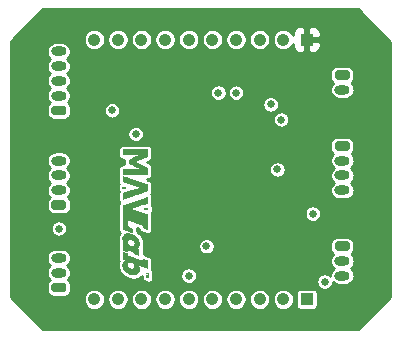
<source format=gbr>
%TF.GenerationSoftware,KiCad,Pcbnew,5.1.6-c6e7f7d~86~ubuntu18.04.1*%
%TF.CreationDate,2020-05-27T14:43:56+02:00*%
%TF.ProjectId,cf-deck-carrier,63662d64-6563-46b2-9d63-617272696572,0.1A*%
%TF.SameCoordinates,Original*%
%TF.FileFunction,Copper,L1,Top*%
%TF.FilePolarity,Positive*%
%FSLAX46Y46*%
G04 Gerber Fmt 4.6, Leading zero omitted, Abs format (unit mm)*
G04 Created by KiCad (PCBNEW 5.1.6-c6e7f7d~86~ubuntu18.04.1) date 2020-05-27 14:43:56*
%MOMM*%
%LPD*%
G01*
G04 APERTURE LIST*
%TA.AperFunction,SMDPad,CuDef*%
%ADD10C,0.150000*%
%TD*%
%TA.AperFunction,ComponentPad*%
%ADD11O,1.300000X0.800000*%
%TD*%
%TA.AperFunction,ComponentPad*%
%ADD12C,1.050000*%
%TD*%
%TA.AperFunction,ComponentPad*%
%ADD13R,1.050000X1.050000*%
%TD*%
%TA.AperFunction,ViaPad*%
%ADD14C,0.635000*%
%TD*%
%TA.AperFunction,Conductor*%
%ADD15C,0.254000*%
%TD*%
G04 APERTURE END LIST*
%TA.AperFunction,SMDPad,CuDef*%
D10*
%TO.P,G\u002A\u002A\u002A,1*%
%TO.N,N/C*%
G36*
X134616580Y-106061650D02*
G01*
X134616295Y-106062588D01*
X134615833Y-106063453D01*
X134615212Y-106064210D01*
X134614454Y-106064832D01*
X134613590Y-106065294D01*
X134612652Y-106065579D01*
X134611604Y-106065674D01*
X134564844Y-106065002D01*
X134534788Y-106064571D01*
X134614478Y-106118610D01*
X134615232Y-106119237D01*
X134615848Y-106119999D01*
X134616304Y-106120866D01*
X134616582Y-106121806D01*
X134616672Y-106122748D01*
X134616672Y-106211507D01*
X134616576Y-106212482D01*
X134616291Y-106213420D01*
X134615829Y-106214285D01*
X134615208Y-106215043D01*
X134614450Y-106215664D01*
X134613585Y-106216126D01*
X134612647Y-106216411D01*
X134611672Y-106216507D01*
X134610697Y-106216411D01*
X134610114Y-106216258D01*
X134591642Y-106210202D01*
X134573169Y-106204146D01*
X134572272Y-106203751D01*
X134571470Y-106203188D01*
X134570792Y-106202480D01*
X134570266Y-106201653D01*
X134569911Y-106200739D01*
X134569727Y-106199395D01*
X134569727Y-106183778D01*
X134517114Y-106165781D01*
X134501796Y-106160540D01*
X134501794Y-106160539D01*
X134487848Y-106155764D01*
X134475894Y-106151669D01*
X134475892Y-106151669D01*
X134466546Y-106148464D01*
X134466543Y-106148462D01*
X134462077Y-106146927D01*
X134462014Y-106147291D01*
X134461962Y-106149683D01*
X134461949Y-106149951D01*
X134461463Y-106156400D01*
X134461294Y-106157365D01*
X134460940Y-106158279D01*
X134460637Y-106158798D01*
X134459089Y-106161119D01*
X134458468Y-106161878D01*
X134457710Y-106162500D01*
X134456846Y-106162963D01*
X134455909Y-106163248D01*
X134454933Y-106163345D01*
X134454329Y-106163309D01*
X134453477Y-106163206D01*
X134452442Y-106162967D01*
X134448953Y-106161760D01*
X134442423Y-106159566D01*
X134434305Y-106156870D01*
X134434043Y-106156784D01*
X134434037Y-106156782D01*
X134418451Y-106151637D01*
X134417554Y-106151240D01*
X134416753Y-106150676D01*
X134416077Y-106149966D01*
X134415552Y-106149138D01*
X134415199Y-106148224D01*
X134415018Y-106146889D01*
X134415018Y-106105244D01*
X134415088Y-106089837D01*
X134415089Y-106089757D01*
X134415321Y-106078483D01*
X134415328Y-106078306D01*
X134415756Y-106070683D01*
X134415802Y-106070230D01*
X134416462Y-106065775D01*
X134416700Y-106064824D01*
X134416977Y-106064192D01*
X134417902Y-106062422D01*
X134418439Y-106061602D01*
X134419125Y-106060903D01*
X134419935Y-106060351D01*
X134420837Y-106059967D01*
X134422071Y-106059745D01*
X134422642Y-106059715D01*
X134423621Y-106059760D01*
X134424538Y-106059983D01*
X134428030Y-106061191D01*
X134428030Y-106061190D01*
X134434559Y-106063384D01*
X134434559Y-106063385D01*
X134442667Y-106066077D01*
X134442667Y-106066076D01*
X134442943Y-106066167D01*
X134443022Y-106066194D01*
X134451176Y-106069034D01*
X134451708Y-106069255D01*
X134456384Y-106071517D01*
X134457221Y-106072028D01*
X134457932Y-106072683D01*
X134460087Y-106075090D01*
X134460666Y-106075881D01*
X134461080Y-106076769D01*
X134461283Y-106077541D01*
X134461871Y-106080815D01*
X134461950Y-106081635D01*
X134461956Y-106082101D01*
X134462964Y-106086322D01*
X134463974Y-106087380D01*
X134466331Y-106088396D01*
X134473171Y-106091100D01*
X134483014Y-106094880D01*
X134494981Y-106099398D01*
X134508375Y-106104385D01*
X134508375Y-106104386D01*
X134510709Y-106105249D01*
X134524513Y-106110350D01*
X134524516Y-106110351D01*
X134533332Y-106113614D01*
X134526001Y-106108597D01*
X134509704Y-106097495D01*
X134508847Y-106096912D01*
X134457614Y-106062052D01*
X134456862Y-106061424D01*
X134456246Y-106060661D01*
X134455792Y-106059792D01*
X134455515Y-106058852D01*
X134455432Y-106058138D01*
X134454744Y-106042530D01*
X134454055Y-106026922D01*
X134454108Y-106025943D01*
X134454351Y-106024994D01*
X134454774Y-106024110D01*
X134455362Y-106023326D01*
X134456092Y-106022671D01*
X134456935Y-106022171D01*
X134457860Y-106021846D01*
X134459192Y-106021704D01*
X134510681Y-106023171D01*
X134528505Y-106023679D01*
X134518875Y-106020453D01*
X134504980Y-106015816D01*
X134504980Y-106015815D01*
X134491827Y-106011458D01*
X134480342Y-106007686D01*
X134471459Y-106004806D01*
X134466477Y-106003235D01*
X134461963Y-106001862D01*
X134461963Y-106002165D01*
X134461906Y-106002915D01*
X134461131Y-106008020D01*
X134460890Y-106008970D01*
X134460468Y-106009855D01*
X134459881Y-106010640D01*
X134459153Y-106011296D01*
X134458114Y-106011884D01*
X134456003Y-106012765D01*
X134455066Y-106013052D01*
X134454090Y-106013151D01*
X134453115Y-106013058D01*
X134452442Y-106012876D01*
X134448953Y-106011669D01*
X134442423Y-106009475D01*
X134434305Y-106006779D01*
X134434043Y-106006693D01*
X134434037Y-106006691D01*
X134418451Y-106001546D01*
X134417554Y-106001149D01*
X134416753Y-106000585D01*
X134416077Y-105999875D01*
X134415552Y-105999047D01*
X134415199Y-105998133D01*
X134415018Y-105996798D01*
X134415018Y-105955386D01*
X134415116Y-105942141D01*
X134415117Y-105942059D01*
X134415390Y-105930570D01*
X134415394Y-105930459D01*
X134415809Y-105921456D01*
X134415824Y-105921235D01*
X134416348Y-105915450D01*
X134416534Y-105914481D01*
X134417083Y-105912628D01*
X134417452Y-105911720D01*
X134417991Y-105910901D01*
X134418680Y-105910204D01*
X134419491Y-105909654D01*
X134420395Y-105909273D01*
X134421355Y-105909075D01*
X134422335Y-105909069D01*
X134423013Y-105909179D01*
X134425974Y-105909870D01*
X134426274Y-105909950D01*
X134432349Y-105911771D01*
X134432456Y-105911804D01*
X134440394Y-105914379D01*
X134440440Y-105914394D01*
X134441362Y-105914703D01*
X134441368Y-105914705D01*
X134457404Y-105920101D01*
X134458297Y-105920503D01*
X134459096Y-105921072D01*
X134459768Y-105921786D01*
X134460287Y-105922617D01*
X134460635Y-105923533D01*
X134460776Y-105924263D01*
X134461930Y-105934191D01*
X134462721Y-105940990D01*
X134515960Y-105959279D01*
X134531222Y-105964495D01*
X134545088Y-105969183D01*
X134556914Y-105973129D01*
X134566102Y-105976135D01*
X134569486Y-105977198D01*
X134569689Y-105975765D01*
X134569727Y-105974210D01*
X134569727Y-105965261D01*
X134569823Y-105964286D01*
X134570108Y-105963348D01*
X134570570Y-105962483D01*
X134571191Y-105961725D01*
X134571949Y-105961104D01*
X134572814Y-105960642D01*
X134573752Y-105960357D01*
X134574727Y-105960261D01*
X134575702Y-105960357D01*
X134576018Y-105960440D01*
X134576018Y-105960184D01*
X134576104Y-105959313D01*
X134575034Y-105958983D01*
X134563619Y-105955483D01*
X134561146Y-105954728D01*
X134561146Y-105954729D01*
X134540942Y-105948569D01*
X134540037Y-105948192D01*
X134539223Y-105947647D01*
X134538530Y-105946953D01*
X134537987Y-105946137D01*
X134537613Y-105945231D01*
X134537400Y-105943786D01*
X134537400Y-105911459D01*
X134537496Y-105910484D01*
X134537781Y-105909546D01*
X134538243Y-105908681D01*
X134538864Y-105907923D01*
X134539622Y-105907302D01*
X134540487Y-105906840D01*
X134541425Y-105906555D01*
X134542400Y-105906459D01*
X134542890Y-105906483D01*
X134559223Y-105908092D01*
X134569512Y-105909106D01*
X134569343Y-105907333D01*
X134568900Y-105902706D01*
X134517664Y-105884854D01*
X134517664Y-105884853D01*
X134502576Y-105879646D01*
X134488744Y-105874965D01*
X134476936Y-105871063D01*
X134467664Y-105868107D01*
X134462155Y-105866479D01*
X134462047Y-105866858D01*
X134461960Y-105869436D01*
X134461935Y-105869795D01*
X134461319Y-105875597D01*
X134461121Y-105876557D01*
X134460739Y-105877459D01*
X134460188Y-105878270D01*
X134459519Y-105878934D01*
X134457612Y-105880499D01*
X134456797Y-105881044D01*
X134455891Y-105881419D01*
X134454930Y-105881610D01*
X134453950Y-105881610D01*
X134453100Y-105881451D01*
X134452737Y-105881350D01*
X134452442Y-105881258D01*
X134448953Y-105880051D01*
X134442423Y-105877857D01*
X134434305Y-105875161D01*
X134434043Y-105875075D01*
X134434037Y-105875073D01*
X134418451Y-105869928D01*
X134417554Y-105869531D01*
X134416753Y-105868967D01*
X134416077Y-105868257D01*
X134415552Y-105867429D01*
X134415199Y-105866515D01*
X134415018Y-105865180D01*
X134415018Y-105778225D01*
X134415114Y-105777250D01*
X134415399Y-105776312D01*
X134415861Y-105775447D01*
X134416482Y-105774689D01*
X134417240Y-105774068D01*
X134418105Y-105773606D01*
X134419043Y-105773321D01*
X134420018Y-105773225D01*
X134420993Y-105773321D01*
X134421576Y-105773474D01*
X134440049Y-105779530D01*
X134458521Y-105785586D01*
X134459418Y-105785981D01*
X134460220Y-105786544D01*
X134460898Y-105787252D01*
X134461424Y-105788079D01*
X134461779Y-105788992D01*
X134461963Y-105790337D01*
X134461963Y-105806033D01*
X134512274Y-105823310D01*
X134527434Y-105828509D01*
X134541375Y-105833277D01*
X134553426Y-105837385D01*
X134562918Y-105840606D01*
X134569174Y-105842710D01*
X134569424Y-105842792D01*
X134569423Y-105842694D01*
X134569330Y-105841510D01*
X134568794Y-105837778D01*
X134567866Y-105835852D01*
X134565324Y-105833521D01*
X134559425Y-105829770D01*
X134555475Y-105827476D01*
X134539908Y-105818528D01*
X134539110Y-105817958D01*
X134538439Y-105817244D01*
X134537920Y-105816413D01*
X134537573Y-105815496D01*
X134537400Y-105814193D01*
X134537400Y-105798156D01*
X134537401Y-105798082D01*
X134537525Y-105789680D01*
X134537557Y-105789184D01*
X134538093Y-105784510D01*
X134538299Y-105783552D01*
X134538866Y-105782358D01*
X134540055Y-105780526D01*
X134540667Y-105779760D01*
X134541416Y-105779128D01*
X134542274Y-105778655D01*
X134543208Y-105778358D01*
X134544541Y-105778257D01*
X134546627Y-105778379D01*
X134547821Y-105778596D01*
X134547927Y-105778629D01*
X134547998Y-105778652D01*
X134551604Y-105779834D01*
X134551621Y-105779839D01*
X134558666Y-105782175D01*
X134558672Y-105782177D01*
X134568216Y-105785356D01*
X134568219Y-105785357D01*
X134579322Y-105789064D01*
X134579324Y-105789065D01*
X134582085Y-105789988D01*
X134582086Y-105789988D01*
X134612104Y-105800030D01*
X134612999Y-105800431D01*
X134613798Y-105800998D01*
X134614471Y-105801711D01*
X134614993Y-105802541D01*
X134615342Y-105803457D01*
X134615518Y-105804734D01*
X134616125Y-105884772D01*
X134616125Y-105884777D01*
X134616250Y-105903480D01*
X134616250Y-105903489D01*
X134616332Y-105920639D01*
X134616332Y-105920650D01*
X134616372Y-105935723D01*
X134616372Y-105935738D01*
X134616368Y-105948209D01*
X134616368Y-105948232D01*
X134616322Y-105957576D01*
X134616321Y-105957629D01*
X134616232Y-105963321D01*
X134616221Y-105963585D01*
X134616113Y-105965160D01*
X134615951Y-105966127D01*
X134615603Y-105967043D01*
X134615083Y-105967874D01*
X134614410Y-105968587D01*
X134613612Y-105969156D01*
X134612718Y-105969557D01*
X134611763Y-105969777D01*
X134610783Y-105969806D01*
X134609787Y-105969636D01*
X134607447Y-105968986D01*
X134607336Y-105968953D01*
X134604202Y-105968004D01*
X134603866Y-105968632D01*
X134603361Y-105969387D01*
X134613230Y-105972622D01*
X134614127Y-105973017D01*
X134614929Y-105973580D01*
X134615607Y-105974288D01*
X134616133Y-105975115D01*
X134616488Y-105976028D01*
X134616672Y-105977373D01*
X134616676Y-106060675D01*
X134616580Y-106061650D01*
G37*
%TD.AperFunction*%
%TA.AperFunction,SMDPad,CuDef*%
G36*
X134547388Y-105088953D02*
G01*
X134547388Y-105088955D01*
X134547354Y-105127063D01*
X134547354Y-105127067D01*
X134547299Y-105163642D01*
X134547299Y-105163645D01*
X134547223Y-105198432D01*
X134547223Y-105198435D01*
X134547130Y-105231181D01*
X134547130Y-105231185D01*
X134547019Y-105261635D01*
X134547019Y-105261640D01*
X134546892Y-105289541D01*
X134546892Y-105289546D01*
X134546750Y-105314645D01*
X134546750Y-105314652D01*
X134546595Y-105336694D01*
X134546595Y-105336704D01*
X134546428Y-105355436D01*
X134546428Y-105355450D01*
X134546250Y-105370618D01*
X134546249Y-105370641D01*
X134546062Y-105381990D01*
X134546061Y-105382042D01*
X134545866Y-105389320D01*
X134545856Y-105389527D01*
X134545654Y-105392480D01*
X134545492Y-105393447D01*
X134545002Y-105394628D01*
X134544971Y-105394682D01*
X134544402Y-105395480D01*
X134543689Y-105396152D01*
X134542857Y-105396672D01*
X134541941Y-105397019D01*
X134540974Y-105397181D01*
X134539995Y-105397152D01*
X134539124Y-105396959D01*
X134536790Y-105396219D01*
X134536713Y-105396194D01*
X134530233Y-105394024D01*
X134530217Y-105394019D01*
X134519810Y-105390493D01*
X134519803Y-105390490D01*
X134505687Y-105385685D01*
X134505683Y-105385684D01*
X134488080Y-105379675D01*
X134488077Y-105379674D01*
X134467204Y-105372535D01*
X134467202Y-105372534D01*
X134443280Y-105364341D01*
X134443278Y-105364341D01*
X134416525Y-105355169D01*
X134416524Y-105355168D01*
X134387160Y-105345093D01*
X134387159Y-105345093D01*
X134355403Y-105334189D01*
X134321475Y-105322532D01*
X134321474Y-105322531D01*
X134285593Y-105310197D01*
X134247979Y-105297259D01*
X134247977Y-105297259D01*
X134208848Y-105283794D01*
X134168425Y-105269877D01*
X134168424Y-105269876D01*
X134145088Y-105261838D01*
X134104024Y-105247697D01*
X134104024Y-105247698D01*
X134064127Y-105233967D01*
X134025616Y-105220721D01*
X134025616Y-105220720D01*
X133988713Y-105208035D01*
X133988713Y-105208036D01*
X133953634Y-105195986D01*
X133920602Y-105184646D01*
X133920602Y-105184647D01*
X133889834Y-105174094D01*
X133861551Y-105164402D01*
X133835974Y-105155648D01*
X133835974Y-105155647D01*
X133813320Y-105147904D01*
X133793816Y-105141250D01*
X133793816Y-105141251D01*
X133777668Y-105135757D01*
X133765109Y-105131502D01*
X133760745Y-105130036D01*
X133762474Y-105133422D01*
X133764097Y-105136341D01*
X133764133Y-105136407D01*
X133781022Y-105167902D01*
X133781121Y-105168097D01*
X133796994Y-105201082D01*
X133797081Y-105201271D01*
X133811396Y-105234493D01*
X133811479Y-105234699D01*
X133823691Y-105266904D01*
X133823774Y-105267139D01*
X133832461Y-105294020D01*
X133832542Y-105294300D01*
X133842664Y-105333228D01*
X133842737Y-105333550D01*
X133850042Y-105371870D01*
X133850095Y-105372212D01*
X133854765Y-105411256D01*
X133854793Y-105411581D01*
X133857011Y-105452680D01*
X133857018Y-105452894D01*
X133857263Y-105475265D01*
X133857259Y-105475518D01*
X133855266Y-105525873D01*
X133855234Y-105526276D01*
X133849457Y-105574001D01*
X133849384Y-105574438D01*
X133839802Y-105619579D01*
X133839680Y-105620042D01*
X133826275Y-105662645D01*
X133826099Y-105663119D01*
X133808850Y-105703227D01*
X133808618Y-105703697D01*
X133787507Y-105741357D01*
X133787225Y-105741804D01*
X133762231Y-105777060D01*
X133761909Y-105777468D01*
X133733014Y-105810365D01*
X133732666Y-105810723D01*
X133699850Y-105841306D01*
X133699664Y-105841471D01*
X133698186Y-105842717D01*
X133697979Y-105842882D01*
X133662054Y-105870056D01*
X133661644Y-105870335D01*
X133622731Y-105894103D01*
X133622311Y-105894333D01*
X133580654Y-105914588D01*
X133580231Y-105914770D01*
X133536074Y-105931406D01*
X133535651Y-105931544D01*
X133489239Y-105944454D01*
X133488851Y-105944546D01*
X133447688Y-105952528D01*
X133447344Y-105952582D01*
X133433517Y-105954277D01*
X133433310Y-105954298D01*
X133415878Y-105955700D01*
X133415748Y-105955709D01*
X133395715Y-105956796D01*
X133395618Y-105956800D01*
X133373989Y-105957551D01*
X133373903Y-105957553D01*
X133351682Y-105957945D01*
X133351597Y-105957946D01*
X133329791Y-105957958D01*
X133329692Y-105957957D01*
X133309303Y-105957566D01*
X133309173Y-105957562D01*
X133291208Y-105956748D01*
X133291064Y-105956739D01*
X133283086Y-105956147D01*
X133282864Y-105956126D01*
X133216658Y-105948230D01*
X133216353Y-105948184D01*
X133150308Y-105936135D01*
X133150014Y-105936072D01*
X133084643Y-105920034D01*
X133084356Y-105919955D01*
X133020172Y-105900093D01*
X133019888Y-105899995D01*
X132957404Y-105876473D01*
X132957121Y-105876357D01*
X132896851Y-105849341D01*
X132896563Y-105849201D01*
X132839021Y-105818853D01*
X132838827Y-105818744D01*
X132820173Y-105807816D01*
X132819982Y-105807699D01*
X132769307Y-105774882D01*
X132769048Y-105774702D01*
X132719734Y-105738150D01*
X132719498Y-105737964D01*
X132672063Y-105698172D01*
X132671843Y-105697976D01*
X132626807Y-105655440D01*
X132626598Y-105655230D01*
X132584481Y-105610445D01*
X132584278Y-105610216D01*
X132545600Y-105563680D01*
X132545400Y-105563423D01*
X132510679Y-105515629D01*
X132510562Y-105515461D01*
X132504898Y-105506955D01*
X132504779Y-105506767D01*
X132474729Y-105456965D01*
X132474541Y-105456625D01*
X132448834Y-105405399D01*
X132448670Y-105405037D01*
X132427341Y-105352515D01*
X132427205Y-105352136D01*
X132410290Y-105298446D01*
X132410184Y-105298055D01*
X132397717Y-105243326D01*
X132397643Y-105242925D01*
X132389660Y-105187285D01*
X132389618Y-105186881D01*
X132386155Y-105130458D01*
X132386147Y-105130078D01*
X132386898Y-105079237D01*
X132386917Y-105078869D01*
X132391180Y-105030785D01*
X132391232Y-105030382D01*
X132399028Y-104984932D01*
X132399122Y-104984499D01*
X132410417Y-104941778D01*
X132410561Y-104941322D01*
X132425317Y-104901423D01*
X132425520Y-104900951D01*
X132443702Y-104863967D01*
X132443968Y-104863493D01*
X132465539Y-104829516D01*
X132465869Y-104829056D01*
X132490792Y-104798179D01*
X132491053Y-104797881D01*
X132500997Y-104787383D01*
X132501150Y-104787228D01*
X132515668Y-104773176D01*
X132515862Y-104772998D01*
X132530500Y-104760254D01*
X132530726Y-104760068D01*
X132546332Y-104748011D01*
X132546554Y-104747849D01*
X132563979Y-104735855D01*
X132564165Y-104735734D01*
X132584256Y-104723181D01*
X132584385Y-104723102D01*
X132599523Y-104714270D01*
X132599334Y-104714204D01*
X132589640Y-104710873D01*
X132576939Y-104706557D01*
X132561711Y-104701420D01*
X132561711Y-104701419D01*
X132544421Y-104695619D01*
X132525537Y-104689312D01*
X132516904Y-104686438D01*
X132516904Y-104686439D01*
X132426849Y-104656490D01*
X132425954Y-104656091D01*
X132425154Y-104655525D01*
X132424479Y-104654813D01*
X132423956Y-104653984D01*
X132423605Y-104653069D01*
X132423427Y-104651754D01*
X132422842Y-104313087D01*
X132422842Y-104313085D01*
X132422784Y-104273929D01*
X132422784Y-104273927D01*
X132422747Y-104236052D01*
X132422747Y-104236049D01*
X132422731Y-104199711D01*
X132422731Y-104199709D01*
X132422734Y-104165162D01*
X132422734Y-104165159D01*
X132422756Y-104132661D01*
X132422756Y-104132657D01*
X132422796Y-104102461D01*
X132422796Y-104102458D01*
X132422854Y-104074819D01*
X132422854Y-104074814D01*
X132422930Y-104049989D01*
X132422930Y-104049983D01*
X132423021Y-104028226D01*
X132423021Y-104028218D01*
X132423128Y-104009785D01*
X132423128Y-104009773D01*
X132423251Y-103994919D01*
X132423251Y-103994898D01*
X132423387Y-103983878D01*
X132423388Y-103983831D01*
X132423539Y-103976900D01*
X132423548Y-103976694D01*
X132423711Y-103974108D01*
X132423868Y-103973141D01*
X132424211Y-103972223D01*
X132424727Y-103971389D01*
X132425165Y-103970887D01*
X132425177Y-103970875D01*
X132425935Y-103970254D01*
X132426800Y-103969792D01*
X132427738Y-103969507D01*
X132428713Y-103969411D01*
X132429688Y-103969507D01*
X132430206Y-103969639D01*
X132432552Y-103970373D01*
X132432638Y-103970401D01*
X132439047Y-103972534D01*
X132439065Y-103972540D01*
X132449235Y-103975968D01*
X132449243Y-103975971D01*
X132462868Y-103980590D01*
X132462873Y-103980591D01*
X132479652Y-103986299D01*
X132479656Y-103986301D01*
X132499284Y-103992994D01*
X132499286Y-103992994D01*
X132521459Y-104000568D01*
X132521461Y-104000569D01*
X132545877Y-104008920D01*
X132545879Y-104008921D01*
X132572234Y-104017946D01*
X132572236Y-104017946D01*
X132600226Y-104027542D01*
X132600227Y-104027543D01*
X132629549Y-104037606D01*
X132629551Y-104037606D01*
X132638164Y-104040565D01*
X132844534Y-104111447D01*
X132845425Y-104111855D01*
X132846219Y-104112429D01*
X132846887Y-104113147D01*
X132847401Y-104113981D01*
X132847743Y-104114900D01*
X132847909Y-104116176D01*
X132847909Y-104282143D01*
X132857808Y-104285538D01*
X132857822Y-104285543D01*
X132861829Y-104286930D01*
X132861835Y-104286932D01*
X132869914Y-104289741D01*
X132869916Y-104289742D01*
X132881857Y-104293899D01*
X132881858Y-104293899D01*
X132897449Y-104299331D01*
X132916481Y-104305965D01*
X132916482Y-104305966D01*
X132938745Y-104313728D01*
X132964029Y-104322545D01*
X132992122Y-104332343D01*
X133022816Y-104343049D01*
X133046720Y-104351386D01*
X133046720Y-104876113D01*
X133015152Y-104877897D01*
X132986161Y-104883364D01*
X132959632Y-104892507D01*
X132935428Y-104905338D01*
X132913314Y-104921981D01*
X132909425Y-104925512D01*
X132891085Y-104945732D01*
X132876190Y-104968732D01*
X132864725Y-104994454D01*
X132856787Y-105022782D01*
X132854124Y-105038379D01*
X132853446Y-105046497D01*
X132853055Y-105057995D01*
X132852951Y-105071494D01*
X132853130Y-105085614D01*
X132853572Y-105098862D01*
X132854263Y-105109933D01*
X132854862Y-105115475D01*
X132862160Y-105150793D01*
X132873769Y-105184956D01*
X132889583Y-105217849D01*
X132909493Y-105249300D01*
X132933364Y-105279080D01*
X132961089Y-105307008D01*
X132992616Y-105332931D01*
X132997761Y-105336700D01*
X133024612Y-105354004D01*
X133053661Y-105369007D01*
X133084301Y-105381579D01*
X133115772Y-105391508D01*
X133147377Y-105398616D01*
X133178380Y-105402721D01*
X133208046Y-105403648D01*
X133235758Y-105401232D01*
X133241679Y-105400200D01*
X133267430Y-105393249D01*
X133291909Y-105382802D01*
X133314503Y-105369280D01*
X133334474Y-105353158D01*
X133351209Y-105334800D01*
X133355394Y-105329046D01*
X133369146Y-105305133D01*
X133379546Y-105278764D01*
X133386661Y-105250331D01*
X133390495Y-105220346D01*
X133391054Y-105189383D01*
X133388356Y-105157944D01*
X133382424Y-105126591D01*
X133373283Y-105095846D01*
X133360976Y-105066265D01*
X133345470Y-105038253D01*
X133340715Y-105031003D01*
X133316507Y-104999399D01*
X133289212Y-104971016D01*
X133259074Y-104945972D01*
X133226414Y-104924480D01*
X133191545Y-104906748D01*
X133154775Y-104892977D01*
X133117850Y-104883649D01*
X133080938Y-104878029D01*
X133046720Y-104876113D01*
X133046720Y-104351386D01*
X133048363Y-104351960D01*
X133048364Y-104351960D01*
X133055900Y-104354589D01*
X133091162Y-104366891D01*
X133128394Y-104379881D01*
X133167385Y-104393485D01*
X133207924Y-104407631D01*
X133249802Y-104422244D01*
X133292808Y-104437251D01*
X133336732Y-104452580D01*
X133381364Y-104468156D01*
X133426493Y-104483906D01*
X133471909Y-104499757D01*
X133517403Y-104515635D01*
X133562763Y-104531468D01*
X133607780Y-104547181D01*
X133652243Y-104562702D01*
X133695942Y-104577956D01*
X133695943Y-104577956D01*
X133738668Y-104592871D01*
X133780208Y-104607373D01*
X133820354Y-104621389D01*
X133858895Y-104634845D01*
X133895620Y-104647669D01*
X133930320Y-104659786D01*
X133962785Y-104671123D01*
X133992803Y-104681607D01*
X134020166Y-104691164D01*
X134020167Y-104691165D01*
X134044662Y-104699723D01*
X134066082Y-104707207D01*
X134084214Y-104713545D01*
X134084216Y-104713545D01*
X134098851Y-104718663D01*
X134109779Y-104722487D01*
X134109782Y-104722489D01*
X134116127Y-104724714D01*
X134116230Y-104724018D01*
X134116628Y-104718489D01*
X134116943Y-104710288D01*
X134117190Y-104698985D01*
X134117388Y-104684206D01*
X134117560Y-104665596D01*
X134117694Y-104647971D01*
X134118300Y-104563718D01*
X134118403Y-104562743D01*
X134118694Y-104561807D01*
X134119163Y-104560946D01*
X134119790Y-104560193D01*
X134120552Y-104559577D01*
X134121420Y-104559121D01*
X134122360Y-104558843D01*
X134123336Y-104558754D01*
X134124311Y-104558857D01*
X134124913Y-104559021D01*
X134290013Y-104615304D01*
X134317866Y-104624801D01*
X134317867Y-104624802D01*
X134345469Y-104634218D01*
X134372353Y-104643392D01*
X134372355Y-104643392D01*
X134398051Y-104652165D01*
X134422091Y-104660376D01*
X134422092Y-104660377D01*
X134444006Y-104667866D01*
X134444007Y-104667866D01*
X134463327Y-104674473D01*
X134463328Y-104674473D01*
X134479585Y-104680038D01*
X134479587Y-104680039D01*
X134492312Y-104684401D01*
X134492316Y-104684403D01*
X134499575Y-104686898D01*
X134499578Y-104686898D01*
X134544028Y-104702204D01*
X134544919Y-104702613D01*
X134545713Y-104703187D01*
X134546380Y-104703906D01*
X134546894Y-104704740D01*
X134547235Y-104705659D01*
X134547400Y-104706932D01*
X134547400Y-105049565D01*
X134547388Y-105088953D01*
G37*
%TD.AperFunction*%
%TA.AperFunction,SMDPad,CuDef*%
G36*
X133855674Y-103319421D02*
G01*
X133855673Y-103319478D01*
X133855386Y-103339127D01*
X133855385Y-103339196D01*
X133854877Y-103357137D01*
X133854873Y-103357231D01*
X133854146Y-103372607D01*
X133854136Y-103372766D01*
X133853189Y-103384722D01*
X133853169Y-103384928D01*
X133852736Y-103388503D01*
X133852694Y-103388783D01*
X133844633Y-103433820D01*
X133844539Y-103434239D01*
X133833292Y-103476020D01*
X133833145Y-103476478D01*
X133818600Y-103515196D01*
X133818389Y-103515677D01*
X133800431Y-103551525D01*
X133800158Y-103552004D01*
X133778675Y-103585176D01*
X133778347Y-103585625D01*
X133753224Y-103616313D01*
X133752861Y-103616711D01*
X133723984Y-103645109D01*
X133723609Y-103645442D01*
X133690866Y-103671742D01*
X133690638Y-103671915D01*
X133682399Y-103677791D01*
X133682392Y-103677796D01*
X133674467Y-103683427D01*
X133670258Y-103686547D01*
X133679636Y-103689833D01*
X133691948Y-103694044D01*
X133706716Y-103699015D01*
X133723444Y-103704576D01*
X133741579Y-103710539D01*
X133741579Y-103710540D01*
X133821208Y-103736587D01*
X133822106Y-103736981D01*
X133822909Y-103737543D01*
X133823587Y-103738251D01*
X133824114Y-103739078D01*
X133824469Y-103739991D01*
X133824654Y-103741339D01*
X133824654Y-104032367D01*
X133824652Y-104075057D01*
X133824652Y-104075058D01*
X133824643Y-104113366D01*
X133824643Y-104113368D01*
X133824623Y-104147527D01*
X133824623Y-104147529D01*
X133824590Y-104177776D01*
X133824590Y-104177780D01*
X133824540Y-104204350D01*
X133824540Y-104204356D01*
X133824470Y-104227484D01*
X133824470Y-104227492D01*
X133824377Y-104247413D01*
X133824377Y-104247425D01*
X133824257Y-104264375D01*
X133824257Y-104264392D01*
X133824108Y-104278605D01*
X133824107Y-104278631D01*
X133823924Y-104290344D01*
X133823924Y-104290382D01*
X133823704Y-104299828D01*
X133823702Y-104299887D01*
X133823443Y-104307303D01*
X133823439Y-104307396D01*
X133823137Y-104313017D01*
X133823126Y-104313177D01*
X133822777Y-104317238D01*
X133822743Y-104317530D01*
X133822345Y-104320266D01*
X133822219Y-104320867D01*
X133821768Y-104322513D01*
X133821418Y-104323429D01*
X133821157Y-104323888D01*
X133820650Y-104324680D01*
X133820043Y-104325449D01*
X133819298Y-104326086D01*
X133818443Y-104326565D01*
X133817901Y-104326766D01*
X133817335Y-104326939D01*
X133816374Y-104327132D01*
X133815393Y-104327134D01*
X133814820Y-104327045D01*
X133814560Y-104326989D01*
X133814043Y-104326848D01*
X133811312Y-104325945D01*
X133811305Y-104325943D01*
X133804503Y-104323682D01*
X133804501Y-104323681D01*
X133793938Y-104320166D01*
X133793937Y-104320166D01*
X133779922Y-104315499D01*
X133762766Y-104309785D01*
X133742777Y-104303126D01*
X133742776Y-104303126D01*
X133720266Y-104295625D01*
X133695544Y-104287386D01*
X133668919Y-104278512D01*
X133640702Y-104269106D01*
X133611203Y-104259272D01*
X133611202Y-104259271D01*
X133603327Y-104256645D01*
X133396663Y-104187741D01*
X133395768Y-104187342D01*
X133394969Y-104186775D01*
X133394295Y-104186063D01*
X133393773Y-104185234D01*
X133393422Y-104184318D01*
X133393245Y-104183045D01*
X133392632Y-104118303D01*
X133392053Y-104057032D01*
X133382075Y-104053418D01*
X133371477Y-104049593D01*
X133357538Y-104044588D01*
X133340572Y-104038512D01*
X133320900Y-104031480D01*
X133298841Y-104023606D01*
X133298841Y-104023605D01*
X133274717Y-104015002D01*
X133274717Y-104015003D01*
X133248842Y-104005784D01*
X133221539Y-103996061D01*
X133193127Y-103985951D01*
X133163923Y-103975564D01*
X133134248Y-103965014D01*
X133104418Y-103954414D01*
X133074757Y-103943880D01*
X133045579Y-103933522D01*
X133017206Y-103923455D01*
X132989955Y-103913791D01*
X132964147Y-103904645D01*
X132940101Y-103896129D01*
X132940101Y-103896130D01*
X132918132Y-103888357D01*
X132918132Y-103888356D01*
X132898564Y-103881441D01*
X132881715Y-103875497D01*
X132867910Y-103870639D01*
X132857450Y-103866974D01*
X132853705Y-103865673D01*
X132853564Y-103867733D01*
X132853194Y-103877399D01*
X132852888Y-103890192D01*
X132852887Y-103890192D01*
X132852668Y-103905333D01*
X132852547Y-103922444D01*
X132852527Y-103932858D01*
X132852510Y-103950794D01*
X132852510Y-103950804D01*
X132852461Y-103967169D01*
X132852461Y-103967181D01*
X132852384Y-103981424D01*
X132852384Y-103981440D01*
X132852284Y-103993016D01*
X132852283Y-103993044D01*
X132852164Y-104001405D01*
X132852163Y-104001479D01*
X132852029Y-104006082D01*
X132852001Y-104006488D01*
X132851920Y-104007219D01*
X132851717Y-104008178D01*
X132851331Y-104009079D01*
X132850776Y-104009887D01*
X132850075Y-104010571D01*
X132849253Y-104011106D01*
X132848343Y-104011470D01*
X132847379Y-104011650D01*
X132846399Y-104011638D01*
X132845426Y-104011430D01*
X132843198Y-104010717D01*
X132843176Y-104010710D01*
X132836861Y-104008657D01*
X132836856Y-104008655D01*
X132826756Y-104005360D01*
X132826754Y-104005360D01*
X132813168Y-104000922D01*
X132813167Y-104000921D01*
X132796399Y-103995439D01*
X132796398Y-103995439D01*
X132776748Y-103989010D01*
X132754517Y-103981735D01*
X132754516Y-103981735D01*
X132730006Y-103973710D01*
X132703517Y-103965036D01*
X132675352Y-103955810D01*
X132675351Y-103955809D01*
X132645810Y-103946129D01*
X132634688Y-103942485D01*
X132424561Y-103873620D01*
X132423664Y-103873225D01*
X132422861Y-103872663D01*
X132422184Y-103871955D01*
X132421657Y-103871128D01*
X132421302Y-103870214D01*
X132421118Y-103868879D01*
X132420532Y-103567205D01*
X132420532Y-103567203D01*
X132420473Y-103530281D01*
X132420473Y-103530277D01*
X132420442Y-103494653D01*
X132420442Y-103494650D01*
X132420438Y-103460593D01*
X132420438Y-103460589D01*
X132420459Y-103428370D01*
X132420459Y-103428365D01*
X132420505Y-103398255D01*
X132420505Y-103398251D01*
X132420574Y-103370520D01*
X132420574Y-103370514D01*
X132420665Y-103345432D01*
X132420665Y-103345425D01*
X132420778Y-103323263D01*
X132420778Y-103323253D01*
X132420911Y-103304281D01*
X132420911Y-103304267D01*
X132421063Y-103288755D01*
X132421064Y-103288731D01*
X132421235Y-103276950D01*
X132421235Y-103276902D01*
X132421423Y-103269123D01*
X132421431Y-103268952D01*
X132421636Y-103265445D01*
X132421884Y-103264156D01*
X132421944Y-103263976D01*
X132422343Y-103263081D01*
X132422910Y-103262281D01*
X132423621Y-103261607D01*
X132424451Y-103261085D01*
X132425366Y-103260735D01*
X132426333Y-103260570D01*
X132427312Y-103260596D01*
X132428139Y-103260773D01*
X132430676Y-103261543D01*
X132430840Y-103261595D01*
X132437153Y-103263751D01*
X132437193Y-103263765D01*
X132446720Y-103267110D01*
X132446740Y-103267117D01*
X132458918Y-103271450D01*
X132458932Y-103271455D01*
X132473200Y-103276578D01*
X132473211Y-103276582D01*
X132489008Y-103282296D01*
X132489015Y-103282299D01*
X132492480Y-103283558D01*
X132508455Y-103289341D01*
X132522954Y-103294542D01*
X132535434Y-103298971D01*
X132542774Y-103301536D01*
X132540716Y-103298243D01*
X132534647Y-103288767D01*
X132530870Y-103282957D01*
X132530826Y-103282888D01*
X132500125Y-103233919D01*
X132500016Y-103233738D01*
X132473226Y-103186702D01*
X132473111Y-103186487D01*
X132450102Y-103141078D01*
X132449984Y-103140828D01*
X132430628Y-103096736D01*
X132430513Y-103096451D01*
X132414681Y-103053371D01*
X132414576Y-103053054D01*
X132402141Y-103010678D01*
X132402054Y-103010337D01*
X132392886Y-102968357D01*
X132392833Y-102968074D01*
X132388859Y-102943032D01*
X132388826Y-102942787D01*
X132387316Y-102928872D01*
X132387300Y-102928698D01*
X132386043Y-102911530D01*
X132386036Y-102911417D01*
X132385061Y-102892112D01*
X132385058Y-102892024D01*
X132384392Y-102871701D01*
X132384390Y-102871619D01*
X132384059Y-102851395D01*
X132384058Y-102851305D01*
X132384090Y-102832298D01*
X132384092Y-102832179D01*
X132384514Y-102815507D01*
X132384522Y-102815317D01*
X132385362Y-102802097D01*
X132385375Y-102801939D01*
X132385400Y-102801677D01*
X132385425Y-102801462D01*
X132391933Y-102754731D01*
X132392014Y-102754291D01*
X132402205Y-102710345D01*
X132402338Y-102709878D01*
X132416214Y-102668713D01*
X132416405Y-102668230D01*
X132433969Y-102629838D01*
X132434222Y-102629356D01*
X132455479Y-102593733D01*
X132455791Y-102593271D01*
X132480744Y-102560411D01*
X132481104Y-102559988D01*
X132509755Y-102529884D01*
X132510149Y-102529513D01*
X132542501Y-102502161D01*
X132542829Y-102501906D01*
X132564072Y-102486778D01*
X132564369Y-102486582D01*
X132599135Y-102465388D01*
X132599518Y-102465177D01*
X132635460Y-102447371D01*
X132635869Y-102447190D01*
X132673708Y-102432489D01*
X132674111Y-102432352D01*
X132714566Y-102420477D01*
X132714923Y-102420387D01*
X132756421Y-102411467D01*
X132756600Y-102411432D01*
X132766234Y-102409725D01*
X132766319Y-102409710D01*
X132774828Y-102408354D01*
X132774973Y-102408333D01*
X132783072Y-102407285D01*
X132783252Y-102407265D01*
X132791652Y-102406486D01*
X132791820Y-102406474D01*
X132801235Y-102405920D01*
X132801364Y-102405914D01*
X132812507Y-102405547D01*
X132812590Y-102405545D01*
X132826173Y-102405321D01*
X132826219Y-102405320D01*
X132842955Y-102405199D01*
X132842976Y-102405199D01*
X132863579Y-102405139D01*
X132863582Y-102405139D01*
X132864833Y-102405136D01*
X132864860Y-102405136D01*
X132893334Y-102405224D01*
X132893395Y-102405225D01*
X132917787Y-102405594D01*
X132917871Y-102405596D01*
X132938042Y-102406243D01*
X132938173Y-102406248D01*
X132953984Y-102407169D01*
X132954183Y-102407185D01*
X132963472Y-102408100D01*
X132963740Y-102408134D01*
X133032075Y-102418610D01*
X133032075Y-102960281D01*
X133002439Y-102961986D01*
X132975470Y-102966555D01*
X132974103Y-102966887D01*
X132948168Y-102975477D01*
X132925106Y-102987542D01*
X132904833Y-103002992D01*
X132887438Y-103021700D01*
X132873023Y-103043554D01*
X132861714Y-103068445D01*
X132853637Y-103096310D01*
X132850342Y-103114936D01*
X132849309Y-103126824D01*
X132848902Y-103141920D01*
X132849089Y-103158794D01*
X132849825Y-103175850D01*
X132851061Y-103191736D01*
X132852737Y-103204931D01*
X132853485Y-103208978D01*
X132862866Y-103242759D01*
X132876405Y-103275149D01*
X132893924Y-103306040D01*
X132915197Y-103335178D01*
X132940001Y-103362330D01*
X132968120Y-103387263D01*
X132999342Y-103409742D01*
X133033413Y-103429510D01*
X133070167Y-103446359D01*
X133092179Y-103454541D01*
X133123809Y-103464112D01*
X133155771Y-103471449D01*
X133187158Y-103476424D01*
X133217053Y-103478911D01*
X133244563Y-103478789D01*
X133254440Y-103478004D01*
X133284605Y-103472997D01*
X133311541Y-103464676D01*
X133335324Y-103453105D01*
X133355968Y-103438339D01*
X133373466Y-103420420D01*
X133387826Y-103399340D01*
X133399015Y-103375073D01*
X133406968Y-103347598D01*
X133410570Y-103326357D01*
X133412842Y-103291614D01*
X133411166Y-103256412D01*
X133405681Y-103221598D01*
X133396533Y-103188093D01*
X133383817Y-103156625D01*
X133383401Y-103155762D01*
X133373375Y-103136718D01*
X133362459Y-103119433D01*
X133349803Y-103102725D01*
X133334531Y-103085429D01*
X133322172Y-103072716D01*
X133300852Y-103052647D01*
X133280279Y-103035947D01*
X133259130Y-103021636D01*
X133236054Y-103008749D01*
X133227586Y-103004557D01*
X133196526Y-102991193D01*
X133163946Y-102980102D01*
X133130453Y-102971348D01*
X133096829Y-102965059D01*
X133063774Y-102961335D01*
X133032075Y-102960281D01*
X133032075Y-102418610D01*
X133032767Y-102418717D01*
X133038715Y-102419629D01*
X133038983Y-102419677D01*
X133111090Y-102434789D01*
X133111370Y-102434856D01*
X133180612Y-102453587D01*
X133180902Y-102453675D01*
X133247288Y-102476028D01*
X133247584Y-102476139D01*
X133311119Y-102502117D01*
X133311419Y-102502251D01*
X133372110Y-102531856D01*
X133372409Y-102532015D01*
X133430262Y-102565252D01*
X133430554Y-102565433D01*
X133485575Y-102602303D01*
X133485857Y-102602507D01*
X133538053Y-102643014D01*
X133538321Y-102643237D01*
X133587698Y-102687384D01*
X133587863Y-102687538D01*
X133602633Y-102701997D01*
X133602780Y-102702147D01*
X133647087Y-102749327D01*
X133647305Y-102749575D01*
X133687230Y-102798149D01*
X133687442Y-102798427D01*
X133723040Y-102848507D01*
X133723241Y-102848813D01*
X133754566Y-102900510D01*
X133754749Y-102900839D01*
X133781856Y-102954265D01*
X133782015Y-102954610D01*
X133804958Y-103009876D01*
X133805089Y-103010230D01*
X133823923Y-103067447D01*
X133824026Y-103067800D01*
X133838805Y-103127080D01*
X133838878Y-103127426D01*
X133849657Y-103188880D01*
X133849692Y-103189110D01*
X133852736Y-103212932D01*
X133852757Y-103213134D01*
X133853790Y-103225058D01*
X133853802Y-103225226D01*
X133854615Y-103240578D01*
X133854619Y-103240677D01*
X133855212Y-103258601D01*
X133855214Y-103258671D01*
X133855587Y-103278310D01*
X133855588Y-103278368D01*
X133855741Y-103298866D01*
X133855741Y-103298919D01*
X133855674Y-103319421D01*
G37*
%TD.AperFunction*%
%TA.AperFunction,SMDPad,CuDef*%
G36*
X134579631Y-100403254D02*
G01*
X134579346Y-100404192D01*
X134578884Y-100405057D01*
X134578263Y-100405815D01*
X134577505Y-100406436D01*
X134576640Y-100406898D01*
X134575702Y-100407183D01*
X134574709Y-100407279D01*
X134247973Y-100406093D01*
X134246998Y-100405993D01*
X134246061Y-100405705D01*
X134245198Y-100405240D01*
X134244443Y-100404616D01*
X134243824Y-100403856D01*
X134243365Y-100402990D01*
X134243084Y-100402051D01*
X134242991Y-100401143D01*
X134241761Y-100277607D01*
X134241848Y-100276630D01*
X134242123Y-100275690D01*
X134242576Y-100274821D01*
X134243190Y-100274057D01*
X134243942Y-100273428D01*
X134244802Y-100272957D01*
X134245737Y-100272663D01*
X134246761Y-100272557D01*
X134574727Y-100272557D01*
X134575702Y-100272653D01*
X134576640Y-100272938D01*
X134577505Y-100273400D01*
X134578263Y-100274021D01*
X134578884Y-100274779D01*
X134579346Y-100275644D01*
X134579631Y-100276582D01*
X134579727Y-100277557D01*
X134579727Y-100402279D01*
X134579631Y-100403254D01*
G37*
%TD.AperFunction*%
%TA.AperFunction,SMDPad,CuDef*%
G36*
X134546916Y-99553533D02*
G01*
X134546916Y-99553537D01*
X134546875Y-99587940D01*
X134546875Y-99587943D01*
X134546832Y-99611198D01*
X134546832Y-99611200D01*
X134546245Y-99885536D01*
X134546147Y-99886511D01*
X134545860Y-99887448D01*
X134545396Y-99888312D01*
X134544773Y-99889068D01*
X134544014Y-99889688D01*
X134542775Y-99890285D01*
X133827564Y-100120197D01*
X133771781Y-100138134D01*
X133717145Y-100155712D01*
X133663820Y-100172876D01*
X133611966Y-100189577D01*
X133561749Y-100205760D01*
X133513329Y-100221373D01*
X133466872Y-100236362D01*
X133422538Y-100250676D01*
X133380490Y-100264263D01*
X133380490Y-100264262D01*
X133340895Y-100277066D01*
X133340895Y-100277067D01*
X133303910Y-100289038D01*
X133269701Y-100300122D01*
X133238431Y-100310267D01*
X133210263Y-100319420D01*
X133185359Y-100327529D01*
X133163884Y-100334539D01*
X133146000Y-100340398D01*
X133146000Y-100340399D01*
X133131876Y-100345054D01*
X133127633Y-100346467D01*
X133132902Y-100348191D01*
X133147364Y-100352900D01*
X133147364Y-100352899D01*
X133165578Y-100358811D01*
X133187367Y-100365871D01*
X133187367Y-100365872D01*
X133212570Y-100374027D01*
X133212570Y-100374026D01*
X133241026Y-100383224D01*
X133272566Y-100393411D01*
X133307030Y-100404536D01*
X133344250Y-100416543D01*
X133384067Y-100429382D01*
X133426313Y-100442999D01*
X133470827Y-100457341D01*
X133517442Y-100472355D01*
X133565998Y-100487989D01*
X133616328Y-100504189D01*
X133616328Y-100504188D01*
X133668270Y-100520903D01*
X133721660Y-100538078D01*
X133776333Y-100555661D01*
X133776333Y-100555662D01*
X133827238Y-100572028D01*
X133882955Y-100589945D01*
X133937543Y-100607507D01*
X133937545Y-100607508D01*
X133990842Y-100624665D01*
X134042681Y-100641361D01*
X134042683Y-100641361D01*
X134092902Y-100657545D01*
X134141337Y-100673162D01*
X134141338Y-100673163D01*
X134187823Y-100688161D01*
X134232195Y-100702487D01*
X134232197Y-100702487D01*
X134274291Y-100716088D01*
X134313944Y-100728909D01*
X134313947Y-100728910D01*
X134350994Y-100740900D01*
X134350995Y-100740900D01*
X134385272Y-100752005D01*
X134385274Y-100752006D01*
X134416616Y-100762174D01*
X134416618Y-100762175D01*
X134444862Y-100771350D01*
X134444865Y-100771351D01*
X134469847Y-100779483D01*
X134469850Y-100779484D01*
X134491404Y-100786518D01*
X134491409Y-100786519D01*
X134509372Y-100792403D01*
X134509380Y-100792406D01*
X134523588Y-100797085D01*
X134523603Y-100797090D01*
X134533891Y-100800513D01*
X134533924Y-100800524D01*
X134540129Y-100802637D01*
X134540282Y-100802692D01*
X134542241Y-100803431D01*
X134543120Y-100803865D01*
X134543897Y-100804462D01*
X134544542Y-100805200D01*
X134545032Y-100806049D01*
X134545346Y-100806977D01*
X134545453Y-100807626D01*
X134545702Y-100810193D01*
X134545723Y-100810522D01*
X134545943Y-100817678D01*
X134545944Y-100817750D01*
X134546136Y-100829463D01*
X134546137Y-100829495D01*
X134546301Y-100845736D01*
X134546301Y-100845753D01*
X134546436Y-100866492D01*
X134546436Y-100866504D01*
X134546542Y-100891710D01*
X134546542Y-100891718D01*
X134546620Y-100921363D01*
X134546620Y-100921369D01*
X134546669Y-100955420D01*
X134546669Y-100955424D01*
X134546689Y-100993854D01*
X134546689Y-100993858D01*
X134546681Y-101036634D01*
X134546681Y-101036637D01*
X134546644Y-101083731D01*
X134546644Y-101083733D01*
X134546579Y-101135114D01*
X134546579Y-101135116D01*
X134546485Y-101190754D01*
X134546485Y-101190756D01*
X134546362Y-101250622D01*
X134546362Y-101250624D01*
X134546210Y-101314686D01*
X134546210Y-101314687D01*
X134546030Y-101382917D01*
X134546030Y-101382918D01*
X134545840Y-101448792D01*
X134543936Y-102087191D01*
X134543837Y-102088167D01*
X134543550Y-102089104D01*
X134543085Y-102089967D01*
X134542461Y-102090723D01*
X134541702Y-102091342D01*
X134540836Y-102091802D01*
X134539897Y-102092084D01*
X134538922Y-102092177D01*
X134537946Y-102092078D01*
X134537314Y-102091907D01*
X134331287Y-102021256D01*
X134125261Y-101950605D01*
X134124370Y-101950197D01*
X134123575Y-101949624D01*
X134122907Y-101948906D01*
X134122392Y-101948073D01*
X134122049Y-101947154D01*
X134121883Y-101945907D01*
X134121246Y-101845768D01*
X134120632Y-101749174D01*
X133483211Y-101530088D01*
X133430584Y-101512001D01*
X133379087Y-101494307D01*
X133328893Y-101477064D01*
X133328893Y-101477065D01*
X133280171Y-101460332D01*
X133233093Y-101444168D01*
X133187831Y-101428631D01*
X133144557Y-101413779D01*
X133103440Y-101399673D01*
X133103440Y-101399674D01*
X133064652Y-101386371D01*
X133028365Y-101373930D01*
X132994751Y-101362409D01*
X132963978Y-101351868D01*
X132963978Y-101351867D01*
X132936224Y-101342366D01*
X132936224Y-101342367D01*
X132911652Y-101333961D01*
X132890437Y-101326711D01*
X132872753Y-101320676D01*
X132858770Y-101315915D01*
X132848658Y-101312486D01*
X132846943Y-101311910D01*
X132846874Y-101314055D01*
X132846684Y-101324585D01*
X132846516Y-101338880D01*
X132846373Y-101356562D01*
X132846256Y-101377354D01*
X132846166Y-101400950D01*
X132846104Y-101427046D01*
X132846074Y-101455337D01*
X132846075Y-101485517D01*
X132846109Y-101517291D01*
X132846166Y-101545582D01*
X132846747Y-101783153D01*
X133267918Y-102019349D01*
X133268721Y-102019910D01*
X133269400Y-102020617D01*
X133269928Y-102021443D01*
X133270285Y-102022356D01*
X133270472Y-102023710D01*
X133270472Y-102407116D01*
X133270376Y-102408091D01*
X133270091Y-102409029D01*
X133269629Y-102409894D01*
X133269008Y-102410652D01*
X133268250Y-102411273D01*
X133267385Y-102411735D01*
X133266447Y-102412020D01*
X133265472Y-102412116D01*
X133264395Y-102411999D01*
X133258045Y-102410598D01*
X133257482Y-102410438D01*
X133254711Y-102409476D01*
X133254614Y-102409442D01*
X133247746Y-102406898D01*
X133247723Y-102406889D01*
X133236973Y-102402846D01*
X133236962Y-102402842D01*
X133222542Y-102397380D01*
X133222535Y-102397377D01*
X133204658Y-102390577D01*
X133204654Y-102390576D01*
X133183533Y-102382521D01*
X133183530Y-102382520D01*
X133159377Y-102373291D01*
X133159375Y-102373290D01*
X133132403Y-102362969D01*
X133132401Y-102362968D01*
X133102823Y-102351635D01*
X133102821Y-102351634D01*
X133070850Y-102339372D01*
X133070849Y-102339372D01*
X133036698Y-102326261D01*
X133036697Y-102326260D01*
X133000578Y-102312383D01*
X133000577Y-102312383D01*
X132962704Y-102297821D01*
X132962702Y-102297820D01*
X132923287Y-102282654D01*
X132923286Y-102282654D01*
X132882541Y-102266966D01*
X132882540Y-102266966D01*
X132840679Y-102250837D01*
X132840678Y-102250836D01*
X132838801Y-102250112D01*
X132426629Y-102091246D01*
X132425753Y-102090806D01*
X132424980Y-102090203D01*
X132424340Y-102089461D01*
X132423856Y-102088608D01*
X132423549Y-102087678D01*
X132423427Y-102086584D01*
X132422847Y-101073545D01*
X132422809Y-101005398D01*
X132422775Y-100938426D01*
X132422744Y-100872775D01*
X132422716Y-100808592D01*
X132422691Y-100746026D01*
X132422691Y-100746025D01*
X132422669Y-100685223D01*
X132422651Y-100626333D01*
X132422636Y-100569502D01*
X132422624Y-100514877D01*
X132422624Y-100514876D01*
X132422616Y-100462606D01*
X132422610Y-100412838D01*
X132422608Y-100365720D01*
X132422609Y-100321399D01*
X132422609Y-100321398D01*
X132422613Y-100280022D01*
X132422621Y-100241739D01*
X132422621Y-100241737D01*
X132422632Y-100206693D01*
X132422646Y-100175037D01*
X132422646Y-100175036D01*
X132422663Y-100146916D01*
X132422663Y-100146915D01*
X132422683Y-100122477D01*
X132422683Y-100122475D01*
X132422707Y-100101868D01*
X132422707Y-100101866D01*
X132422734Y-100085237D01*
X132422734Y-100085233D01*
X132422764Y-100072729D01*
X132422764Y-100072720D01*
X132422798Y-100064490D01*
X132422798Y-100064464D01*
X132422834Y-100060655D01*
X132422840Y-100060454D01*
X132422853Y-100060192D01*
X132422997Y-100059223D01*
X132423328Y-100058300D01*
X132423832Y-100057460D01*
X132424491Y-100056734D01*
X132425279Y-100056150D01*
X132426237Y-100055706D01*
X132428436Y-100054958D01*
X132434856Y-100052756D01*
X132445386Y-100049140D01*
X132459886Y-100044156D01*
X132478220Y-100037852D01*
X132478220Y-100037853D01*
X132500255Y-100030274D01*
X132525859Y-100021467D01*
X132554898Y-100011477D01*
X132587239Y-100000349D01*
X132622750Y-99988131D01*
X132661297Y-99974866D01*
X132702746Y-99960602D01*
X132746966Y-99945384D01*
X132793822Y-99929258D01*
X132843181Y-99912269D01*
X132894913Y-99894464D01*
X132948881Y-99875888D01*
X133004955Y-99856587D01*
X133063000Y-99836607D01*
X133122884Y-99815993D01*
X133184473Y-99794791D01*
X133247634Y-99773048D01*
X133312236Y-99750809D01*
X133378143Y-99728119D01*
X133445224Y-99705025D01*
X133482055Y-99692345D01*
X133549722Y-99669052D01*
X133616293Y-99646146D01*
X133616294Y-99646146D01*
X133681636Y-99623671D01*
X133745614Y-99601674D01*
X133745615Y-99601673D01*
X133808097Y-99580199D01*
X133868950Y-99559293D01*
X133868951Y-99559293D01*
X133928040Y-99539001D01*
X133985234Y-99519369D01*
X133985235Y-99519369D01*
X134040400Y-99500443D01*
X134093402Y-99482267D01*
X134093404Y-99482266D01*
X134144111Y-99464887D01*
X134192389Y-99448350D01*
X134192391Y-99448350D01*
X134238106Y-99432700D01*
X134238107Y-99432699D01*
X134281128Y-99417983D01*
X134281129Y-99417983D01*
X134321321Y-99404246D01*
X134321322Y-99404245D01*
X134358552Y-99391532D01*
X134358554Y-99391532D01*
X134392690Y-99379889D01*
X134392692Y-99379888D01*
X134423599Y-99369361D01*
X134423602Y-99369360D01*
X134451148Y-99359995D01*
X134451151Y-99359994D01*
X134475202Y-99351835D01*
X134475206Y-99351834D01*
X134495629Y-99344927D01*
X134495636Y-99344924D01*
X134512298Y-99339316D01*
X134512309Y-99339312D01*
X134525077Y-99335048D01*
X134525098Y-99335041D01*
X134533839Y-99332165D01*
X134533902Y-99332145D01*
X134538481Y-99330705D01*
X134538821Y-99330611D01*
X134539517Y-99330445D01*
X134540488Y-99330313D01*
X134541467Y-99330372D01*
X134542415Y-99330621D01*
X134543296Y-99331050D01*
X134544076Y-99331642D01*
X134544726Y-99332376D01*
X134545221Y-99333222D01*
X134545541Y-99334149D01*
X134545657Y-99334866D01*
X134545876Y-99337329D01*
X134545894Y-99337624D01*
X134546095Y-99344419D01*
X134546096Y-99344483D01*
X134546278Y-99355325D01*
X134546279Y-99355354D01*
X134546441Y-99369956D01*
X134546441Y-99369972D01*
X134546582Y-99388050D01*
X134546582Y-99388061D01*
X134546701Y-99409328D01*
X134546701Y-99409336D01*
X134546796Y-99433507D01*
X134546796Y-99433514D01*
X134546866Y-99460302D01*
X134546866Y-99460307D01*
X134546911Y-99489428D01*
X134546911Y-99489433D01*
X134546928Y-99520600D01*
X134546928Y-99520605D01*
X134546916Y-99553533D01*
G37*
%TD.AperFunction*%
%TA.AperFunction,SMDPad,CuDef*%
G36*
X132725431Y-98620605D02*
G01*
X132725146Y-98621543D01*
X132724684Y-98622408D01*
X132724063Y-98623166D01*
X132723305Y-98623787D01*
X132722440Y-98624249D01*
X132721502Y-98624534D01*
X132720527Y-98624630D01*
X132392636Y-98624630D01*
X132391661Y-98624534D01*
X132390723Y-98624249D01*
X132389858Y-98623787D01*
X132389100Y-98623166D01*
X132388479Y-98622408D01*
X132388017Y-98621543D01*
X132387732Y-98620605D01*
X132387636Y-98619630D01*
X132387636Y-98494939D01*
X132387732Y-98493964D01*
X132388017Y-98493026D01*
X132388479Y-98492161D01*
X132389100Y-98491403D01*
X132389858Y-98490782D01*
X132390723Y-98490320D01*
X132391661Y-98490035D01*
X132392636Y-98489939D01*
X132720527Y-98489939D01*
X132721502Y-98490035D01*
X132722440Y-98490320D01*
X132723305Y-98490782D01*
X132724063Y-98491403D01*
X132724684Y-98492161D01*
X132725146Y-98493026D01*
X132725431Y-98493964D01*
X132725527Y-98494939D01*
X132725527Y-98619630D01*
X132725431Y-98620605D01*
G37*
%TD.AperFunction*%
%TA.AperFunction,SMDPad,CuDef*%
G36*
X134547304Y-98834916D02*
G01*
X134547019Y-98835854D01*
X134546557Y-98836719D01*
X134545936Y-98837477D01*
X134545178Y-98838098D01*
X134544028Y-98838669D01*
X134534216Y-98842047D01*
X134531418Y-98843012D01*
X134531417Y-98843012D01*
X134524387Y-98845434D01*
X134513262Y-98849268D01*
X134498177Y-98854467D01*
X134479268Y-98860984D01*
X134456669Y-98868772D01*
X134430516Y-98877785D01*
X134400944Y-98887977D01*
X134368089Y-98899300D01*
X134332085Y-98911708D01*
X134293070Y-98925154D01*
X134251176Y-98939592D01*
X134206541Y-98954975D01*
X134159300Y-98971256D01*
X134109587Y-98988389D01*
X134057538Y-99006327D01*
X134003288Y-99025024D01*
X133946974Y-99044432D01*
X133888729Y-99064505D01*
X133828691Y-99085197D01*
X133766992Y-99106461D01*
X133703771Y-99128249D01*
X133639160Y-99150517D01*
X133573297Y-99173216D01*
X133506316Y-99196300D01*
X133480692Y-99205131D01*
X133413377Y-99228330D01*
X133347150Y-99251152D01*
X133282146Y-99273552D01*
X133218499Y-99295483D01*
X133156344Y-99316899D01*
X133095815Y-99337753D01*
X133037046Y-99358000D01*
X132980171Y-99377593D01*
X132925326Y-99396485D01*
X132872643Y-99414631D01*
X132822259Y-99431984D01*
X132774307Y-99448498D01*
X132728921Y-99464127D01*
X132686235Y-99478824D01*
X132686234Y-99478825D01*
X132646384Y-99492544D01*
X132609504Y-99505240D01*
X132575727Y-99516865D01*
X132545188Y-99527373D01*
X132545186Y-99527373D01*
X132518020Y-99536718D01*
X132494361Y-99544854D01*
X132494360Y-99544854D01*
X132474342Y-99551735D01*
X132474341Y-99551736D01*
X132458099Y-99557315D01*
X132458098Y-99557315D01*
X132445766Y-99561546D01*
X132445762Y-99561548D01*
X132437474Y-99564385D01*
X132437464Y-99564388D01*
X132433355Y-99565785D01*
X132433295Y-99565805D01*
X132432853Y-99565949D01*
X132431896Y-99566160D01*
X132431255Y-99566195D01*
X132430647Y-99566189D01*
X132429672Y-99566083D01*
X132428737Y-99565789D01*
X132427877Y-99565319D01*
X132427227Y-99564790D01*
X132426684Y-99564267D01*
X132426048Y-99563521D01*
X132425471Y-99562421D01*
X132424990Y-99561138D01*
X132424755Y-99560292D01*
X132424333Y-99558010D01*
X132424277Y-99557617D01*
X132423911Y-99554092D01*
X132423894Y-99553888D01*
X132423581Y-99548880D01*
X132423575Y-99548763D01*
X132423312Y-99542030D01*
X132423310Y-99541960D01*
X132423093Y-99533261D01*
X132423092Y-99533215D01*
X132422920Y-99522307D01*
X132422919Y-99522277D01*
X132422788Y-99508920D01*
X132422788Y-99508900D01*
X132422694Y-99492853D01*
X132422694Y-99492840D01*
X132422635Y-99473859D01*
X132422635Y-99473849D01*
X132422608Y-99451695D01*
X132422608Y-99451689D01*
X132422610Y-99426120D01*
X132422610Y-99426115D01*
X132422637Y-99396888D01*
X132422637Y-99396885D01*
X132422687Y-99363760D01*
X132422687Y-99363759D01*
X132422756Y-99326494D01*
X132422756Y-99326493D01*
X132422840Y-99285718D01*
X132423427Y-99009164D01*
X132423525Y-99008188D01*
X132423812Y-99007251D01*
X132424275Y-99006388D01*
X132424899Y-99005631D01*
X132425658Y-99005011D01*
X132426900Y-99004413D01*
X133139255Y-98775948D01*
X133194963Y-98758078D01*
X133249540Y-98740565D01*
X133302819Y-98723462D01*
X133354640Y-98706821D01*
X133354640Y-98706822D01*
X133404836Y-98690697D01*
X133453245Y-98675140D01*
X133499701Y-98660205D01*
X133544039Y-98645944D01*
X133544039Y-98645943D01*
X133586100Y-98632409D01*
X133625716Y-98619654D01*
X133625716Y-98619655D01*
X133662722Y-98607732D01*
X133696958Y-98596696D01*
X133728252Y-98586599D01*
X133728252Y-98586598D01*
X133756450Y-98577491D01*
X133781379Y-98569429D01*
X133781379Y-98569428D01*
X133802884Y-98562462D01*
X133820793Y-98556646D01*
X133834941Y-98552034D01*
X133839372Y-98550580D01*
X133834520Y-98548944D01*
X133820284Y-98544207D01*
X133802295Y-98538266D01*
X133780720Y-98531174D01*
X133755723Y-98522986D01*
X133727467Y-98513755D01*
X133696117Y-98503532D01*
X133696117Y-98503531D01*
X133661835Y-98492372D01*
X133624784Y-98480328D01*
X133585127Y-98467453D01*
X133585127Y-98467452D01*
X133543029Y-98453799D01*
X133543029Y-98453800D01*
X133498647Y-98439420D01*
X133452149Y-98424367D01*
X133403697Y-98408695D01*
X133403697Y-98408696D01*
X133353452Y-98392457D01*
X133301579Y-98375704D01*
X133248241Y-98358490D01*
X133248241Y-98358491D01*
X133193597Y-98340869D01*
X133140891Y-98323883D01*
X133140891Y-98323882D01*
X132426894Y-98093861D01*
X132425995Y-98093471D01*
X132425189Y-98092912D01*
X132424508Y-98092207D01*
X132423978Y-98091383D01*
X132423618Y-98090471D01*
X132423427Y-98089113D01*
X132422840Y-97819956D01*
X132422253Y-97550800D01*
X132422347Y-97549824D01*
X132422629Y-97548886D01*
X132423090Y-97548020D01*
X132423710Y-97547261D01*
X132424466Y-97546638D01*
X132425330Y-97546174D01*
X132426267Y-97545887D01*
X132427242Y-97545789D01*
X132428218Y-97545883D01*
X132428884Y-97546062D01*
X132444480Y-97551443D01*
X132447657Y-97552537D01*
X132455067Y-97555088D01*
X132466569Y-97559048D01*
X132482028Y-97564369D01*
X132501304Y-97571004D01*
X132524263Y-97578907D01*
X132550766Y-97588029D01*
X132580676Y-97598324D01*
X132613857Y-97609745D01*
X132650172Y-97622244D01*
X132689483Y-97635774D01*
X132731653Y-97650289D01*
X132776546Y-97665741D01*
X132824024Y-97682082D01*
X132873950Y-97699266D01*
X132926188Y-97717245D01*
X132980600Y-97735973D01*
X133037049Y-97755401D01*
X133095399Y-97775484D01*
X133155511Y-97796174D01*
X133217250Y-97817423D01*
X133280478Y-97839184D01*
X133345057Y-97861411D01*
X133410852Y-97884056D01*
X133477725Y-97907072D01*
X133494156Y-97912728D01*
X133561201Y-97935804D01*
X133627171Y-97958513D01*
X133691931Y-97980807D01*
X133755345Y-98002641D01*
X133817278Y-98023967D01*
X133877593Y-98044738D01*
X133936156Y-98064908D01*
X133992830Y-98084430D01*
X134047479Y-98103258D01*
X134099969Y-98121343D01*
X134099970Y-98121344D01*
X134150164Y-98138642D01*
X134197927Y-98155104D01*
X134243123Y-98170684D01*
X134285616Y-98185335D01*
X134285617Y-98185335D01*
X134325271Y-98199011D01*
X134361952Y-98211664D01*
X134395522Y-98223249D01*
X134395523Y-98223250D01*
X134425848Y-98233718D01*
X134452792Y-98243024D01*
X134452794Y-98243024D01*
X134476221Y-98251120D01*
X134476223Y-98251121D01*
X134495997Y-98257962D01*
X134495998Y-98257962D01*
X134511984Y-98263499D01*
X134511988Y-98263501D01*
X134524049Y-98267688D01*
X134524056Y-98267690D01*
X134532058Y-98270481D01*
X134532080Y-98270489D01*
X134535887Y-98271837D01*
X134535988Y-98271874D01*
X134536276Y-98271983D01*
X134536433Y-98272045D01*
X134544327Y-98275343D01*
X134545190Y-98275808D01*
X134545946Y-98276432D01*
X134546566Y-98277192D01*
X134547025Y-98278058D01*
X134547307Y-98278996D01*
X134547400Y-98279957D01*
X134547400Y-98833941D01*
X134547304Y-98834916D01*
G37*
%TD.AperFunction*%
%TA.AperFunction,SMDPad,CuDef*%
G36*
X134547323Y-97456814D02*
G01*
X134547040Y-97457753D01*
X134546580Y-97458618D01*
X134545959Y-97459377D01*
X134545203Y-97460000D01*
X134544339Y-97460464D01*
X134543402Y-97460750D01*
X134542417Y-97460848D01*
X132427272Y-97460848D01*
X132426297Y-97460752D01*
X132425359Y-97460467D01*
X132424494Y-97460005D01*
X132423736Y-97459384D01*
X132423115Y-97458626D01*
X132422653Y-97457761D01*
X132422368Y-97456823D01*
X132422272Y-97455848D01*
X132422272Y-96927066D01*
X132422368Y-96926091D01*
X132422653Y-96925153D01*
X132423115Y-96924288D01*
X132423736Y-96923530D01*
X132424494Y-96922909D01*
X132425359Y-96922447D01*
X132426297Y-96922162D01*
X132427272Y-96922066D01*
X133126157Y-96922066D01*
X133182648Y-96922062D01*
X133237928Y-96922051D01*
X133291817Y-96922032D01*
X133344143Y-96922006D01*
X133394725Y-96921974D01*
X133443388Y-96921935D01*
X133489951Y-96921890D01*
X133534241Y-96921840D01*
X133576078Y-96921784D01*
X133615286Y-96921723D01*
X133651687Y-96921657D01*
X133685104Y-96921587D01*
X133715359Y-96921512D01*
X133742275Y-96921433D01*
X133765675Y-96921351D01*
X133785380Y-96921266D01*
X133800566Y-96921181D01*
X133789515Y-96916422D01*
X133789515Y-96916423D01*
X133772275Y-96909017D01*
X133751771Y-96900223D01*
X133728197Y-96890124D01*
X133701744Y-96878801D01*
X133701744Y-96878800D01*
X133672616Y-96866341D01*
X133641005Y-96852827D01*
X133607109Y-96838345D01*
X133571123Y-96822975D01*
X133533246Y-96806804D01*
X133493672Y-96789917D01*
X133452597Y-96772394D01*
X133410220Y-96754323D01*
X133371810Y-96737949D01*
X132922921Y-96546614D01*
X132922062Y-96546143D01*
X132921310Y-96545513D01*
X132920696Y-96544749D01*
X132920243Y-96543880D01*
X132919968Y-96542939D01*
X132919882Y-96542029D01*
X132918782Y-96177781D01*
X132918875Y-96176805D01*
X132919157Y-96175867D01*
X132919616Y-96175001D01*
X132920236Y-96174241D01*
X132920992Y-96173617D01*
X132921823Y-96173166D01*
X133371746Y-95981511D01*
X133799180Y-95799437D01*
X132427268Y-95798295D01*
X132426292Y-95798198D01*
X132425355Y-95797913D01*
X132424491Y-95797450D01*
X132423734Y-95796828D01*
X132423112Y-95796069D01*
X132422651Y-95795205D01*
X132422367Y-95794266D01*
X132422272Y-95793295D01*
X132422272Y-95292230D01*
X132422368Y-95291255D01*
X132422653Y-95290317D01*
X132423115Y-95289452D01*
X132423736Y-95288694D01*
X132424494Y-95288073D01*
X132425359Y-95287611D01*
X132426297Y-95287326D01*
X132427272Y-95287230D01*
X134542400Y-95287230D01*
X134543375Y-95287326D01*
X134544313Y-95287611D01*
X134545178Y-95288073D01*
X134545936Y-95288694D01*
X134546557Y-95289452D01*
X134547019Y-95290317D01*
X134547304Y-95291255D01*
X134547400Y-95292230D01*
X134547400Y-95905783D01*
X134547304Y-95906758D01*
X134547019Y-95907696D01*
X134546557Y-95908561D01*
X134545936Y-95909319D01*
X134545178Y-95909940D01*
X134544448Y-95910344D01*
X134031252Y-96140745D01*
X133984944Y-96161537D01*
X133939693Y-96181859D01*
X133895685Y-96201627D01*
X133853102Y-96220758D01*
X133812131Y-96239169D01*
X133772955Y-96256777D01*
X133735761Y-96273498D01*
X133700731Y-96289251D01*
X133668050Y-96303952D01*
X133637902Y-96317518D01*
X133610475Y-96329864D01*
X133610475Y-96329865D01*
X133585948Y-96340913D01*
X133564511Y-96350575D01*
X133546345Y-96358770D01*
X133531638Y-96365413D01*
X133520576Y-96370422D01*
X133513360Y-96373706D01*
X133511650Y-96374497D01*
X133512768Y-96374993D01*
X133512778Y-96374997D01*
X133519621Y-96378051D01*
X133519624Y-96378052D01*
X133530311Y-96382830D01*
X133530312Y-96382831D01*
X133544660Y-96389250D01*
X133562483Y-96397227D01*
X133562484Y-96397228D01*
X133583597Y-96406681D01*
X133607817Y-96417527D01*
X133634957Y-96429683D01*
X133664835Y-96443067D01*
X133664836Y-96443067D01*
X133697265Y-96457596D01*
X133732062Y-96473186D01*
X133769041Y-96489756D01*
X133808019Y-96507222D01*
X133848809Y-96525502D01*
X133891228Y-96544513D01*
X133935091Y-96564172D01*
X133980214Y-96584397D01*
X134026411Y-96605105D01*
X134026413Y-96605106D01*
X134030673Y-96607016D01*
X134543291Y-96836807D01*
X134544141Y-96837293D01*
X134544881Y-96837937D01*
X134545481Y-96838712D01*
X134545918Y-96839589D01*
X134546175Y-96840535D01*
X134546245Y-96841359D01*
X134546831Y-97148598D01*
X134547417Y-97455838D01*
X134547323Y-97456814D01*
G37*
%TD.AperFunction*%
%TD*%
%TO.P,J1,1*%
%TO.N,VUSB*%
%TA.AperFunction,ComponentPad*%
G36*
G01*
X127451000Y-107400920D02*
X126551000Y-107400920D01*
G75*
G02*
X126351000Y-107200920I0J200000D01*
G01*
X126351000Y-106800920D01*
G75*
G02*
X126551000Y-106600920I200000J0D01*
G01*
X127451000Y-106600920D01*
G75*
G02*
X127651000Y-106800920I0J-200000D01*
G01*
X127651000Y-107200920D01*
G75*
G02*
X127451000Y-107400920I-200000J0D01*
G01*
G37*
%TD.AperFunction*%
D11*
%TO.P,J1,2*%
%TO.N,VCOM*%
X127001000Y-105750920D03*
%TO.P,J1,3*%
%TO.N,GND*%
X127001000Y-104500920D03*
%TD*%
D12*
%TO.P,P1,5*%
%TO.N,/SCL*%
X140001000Y-86000920D03*
%TO.P,P1,6*%
%TO.N,/IO1*%
X138001000Y-86000920D03*
%TO.P,P1,7*%
%TO.N,/IO2*%
X136001000Y-86000920D03*
%TO.P,P1,4*%
%TO.N,/SDA*%
X142001000Y-86000920D03*
%TO.P,P1,3*%
%TO.N,/TX1*%
X144001000Y-86000920D03*
%TO.P,P1,9*%
%TO.N,/IO4*%
X132001000Y-86000920D03*
%TO.P,P1,8*%
%TO.N,/IO3*%
X134001000Y-86000920D03*
D13*
%TO.P,P1,1*%
%TO.N,VCC*%
X148001000Y-86000920D03*
D12*
%TO.P,P1,2*%
%TO.N,/RX1*%
X146001000Y-86000920D03*
%TO.P,P1,10*%
%TO.N,GND*%
X130001000Y-86000920D03*
%TD*%
%TO.P,P2,5*%
%TO.N,/MOSI*%
X140001000Y-108000920D03*
%TO.P,P2,6*%
%TO.N,Net-(P2-Pad6)*%
X138001000Y-108000920D03*
%TO.P,P2,7*%
%TO.N,Net-(P2-Pad7)*%
X136001000Y-108000920D03*
%TO.P,P2,4*%
%TO.N,/MISO*%
X142001000Y-108000920D03*
%TO.P,P2,3*%
%TO.N,/SCK*%
X144001000Y-108000920D03*
%TO.P,P2,9*%
%TO.N,VCOM*%
X132001000Y-108000920D03*
%TO.P,P2,8*%
%TO.N,/OW*%
X134001000Y-108000920D03*
D13*
%TO.P,P2,1*%
%TO.N,/TX2*%
X148001000Y-108000920D03*
D12*
%TO.P,P2,2*%
%TO.N,/RX2*%
X146001000Y-108000920D03*
%TO.P,P2,10*%
%TO.N,VUSB*%
X130001000Y-108000920D03*
%TD*%
%TO.P,J5,1*%
%TO.N,/OW*%
%TA.AperFunction,ComponentPad*%
G36*
G01*
X127451000Y-92400920D02*
X126551000Y-92400920D01*
G75*
G02*
X126351000Y-92200920I0J200000D01*
G01*
X126351000Y-91800920D01*
G75*
G02*
X126551000Y-91600920I200000J0D01*
G01*
X127451000Y-91600920D01*
G75*
G02*
X127651000Y-91800920I0J-200000D01*
G01*
X127651000Y-92200920D01*
G75*
G02*
X127451000Y-92400920I-200000J0D01*
G01*
G37*
%TD.AperFunction*%
D11*
%TO.P,J5,2*%
%TO.N,/IO1*%
X127001000Y-90750920D03*
%TO.P,J5,3*%
%TO.N,/IO2*%
X127001000Y-89500920D03*
%TO.P,J5,4*%
%TO.N,/IO3*%
X127001000Y-88250920D03*
%TO.P,J5,5*%
%TO.N,/IO4*%
X127001000Y-87000920D03*
%TD*%
%TO.P,J4,1*%
%TO.N,/SCL*%
%TA.AperFunction,ComponentPad*%
G36*
G01*
X150551000Y-88600920D02*
X151451000Y-88600920D01*
G75*
G02*
X151651000Y-88800920I0J-200000D01*
G01*
X151651000Y-89200920D01*
G75*
G02*
X151451000Y-89400920I-200000J0D01*
G01*
X150551000Y-89400920D01*
G75*
G02*
X150351000Y-89200920I0J200000D01*
G01*
X150351000Y-88800920D01*
G75*
G02*
X150551000Y-88600920I200000J0D01*
G01*
G37*
%TD.AperFunction*%
%TO.P,J4,2*%
%TO.N,/SDA*%
X151001000Y-90250920D03*
%TD*%
%TO.P,J2,1*%
%TO.N,/RX1*%
%TA.AperFunction,ComponentPad*%
G36*
G01*
X150551000Y-94600920D02*
X151451000Y-94600920D01*
G75*
G02*
X151651000Y-94800920I0J-200000D01*
G01*
X151651000Y-95200920D01*
G75*
G02*
X151451000Y-95400920I-200000J0D01*
G01*
X150551000Y-95400920D01*
G75*
G02*
X150351000Y-95200920I0J200000D01*
G01*
X150351000Y-94800920D01*
G75*
G02*
X150551000Y-94600920I200000J0D01*
G01*
G37*
%TD.AperFunction*%
%TO.P,J2,2*%
%TO.N,/TX1*%
X151001000Y-96250920D03*
%TO.P,J2,3*%
%TO.N,/RX2*%
X151001000Y-97500920D03*
%TO.P,J2,4*%
%TO.N,/TX2*%
X151001000Y-98750920D03*
%TD*%
%TO.P,J6,1*%
%TO.N,GND*%
%TA.AperFunction,ComponentPad*%
G36*
G01*
X127451000Y-100400920D02*
X126551000Y-100400920D01*
G75*
G02*
X126351000Y-100200920I0J200000D01*
G01*
X126351000Y-99800920D01*
G75*
G02*
X126551000Y-99600920I200000J0D01*
G01*
X127451000Y-99600920D01*
G75*
G02*
X127651000Y-99800920I0J-200000D01*
G01*
X127651000Y-100200920D01*
G75*
G02*
X127451000Y-100400920I-200000J0D01*
G01*
G37*
%TD.AperFunction*%
%TO.P,J6,2*%
%TO.N,VCOM*%
X127001000Y-98750920D03*
%TO.P,J6,3*%
%TO.N,/TX_AUX*%
X127001000Y-97500920D03*
%TO.P,J6,4*%
%TO.N,/RX_AUX*%
X127001000Y-96250920D03*
%TD*%
%TO.P,J3,1*%
%TO.N,/MOSI*%
%TA.AperFunction,ComponentPad*%
G36*
G01*
X150551000Y-103100920D02*
X151451000Y-103100920D01*
G75*
G02*
X151651000Y-103300920I0J-200000D01*
G01*
X151651000Y-103700920D01*
G75*
G02*
X151451000Y-103900920I-200000J0D01*
G01*
X150551000Y-103900920D01*
G75*
G02*
X150351000Y-103700920I0J200000D01*
G01*
X150351000Y-103300920D01*
G75*
G02*
X150551000Y-103100920I200000J0D01*
G01*
G37*
%TD.AperFunction*%
%TO.P,J3,2*%
%TO.N,/MISO*%
X151001000Y-104750920D03*
%TO.P,J3,3*%
%TO.N,/SCK*%
X151001000Y-106000920D03*
%TD*%
D14*
%TO.N,GND*%
X131501000Y-92000920D03*
X148501000Y-100750920D03*
X149501000Y-106500920D03*
X127001000Y-102000920D03*
X138001000Y-106000920D03*
X139501000Y-103500920D03*
X145826000Y-92775920D03*
X142001000Y-90500920D03*
%TO.N,VCC*%
X139501000Y-95000920D03*
X130001000Y-95000920D03*
X146001000Y-100750920D03*
X130001000Y-103500920D03*
X137001000Y-103500920D03*
%TO.N,/SDA*%
X133501000Y-94000920D03*
X140501000Y-90504459D03*
%TO.N,/RX_AUX*%
X144929490Y-91486694D03*
%TO.N,/TX_AUX*%
X145501000Y-97000920D03*
%TD*%
D15*
%TO.N,VCC*%
G36*
X155045000Y-86189801D02*
G01*
X155045001Y-107812038D01*
X152312119Y-110544920D01*
X125689881Y-110544920D01*
X123056648Y-107911687D01*
X129095000Y-107911687D01*
X129095000Y-108090153D01*
X129129817Y-108265191D01*
X129198113Y-108430072D01*
X129297264Y-108578461D01*
X129423459Y-108704656D01*
X129571848Y-108803807D01*
X129736729Y-108872103D01*
X129911767Y-108906920D01*
X130090233Y-108906920D01*
X130265271Y-108872103D01*
X130430152Y-108803807D01*
X130578541Y-108704656D01*
X130704736Y-108578461D01*
X130803887Y-108430072D01*
X130872183Y-108265191D01*
X130907000Y-108090153D01*
X130907000Y-107911687D01*
X131095000Y-107911687D01*
X131095000Y-108090153D01*
X131129817Y-108265191D01*
X131198113Y-108430072D01*
X131297264Y-108578461D01*
X131423459Y-108704656D01*
X131571848Y-108803807D01*
X131736729Y-108872103D01*
X131911767Y-108906920D01*
X132090233Y-108906920D01*
X132265271Y-108872103D01*
X132430152Y-108803807D01*
X132578541Y-108704656D01*
X132704736Y-108578461D01*
X132803887Y-108430072D01*
X132872183Y-108265191D01*
X132907000Y-108090153D01*
X132907000Y-107911687D01*
X133095000Y-107911687D01*
X133095000Y-108090153D01*
X133129817Y-108265191D01*
X133198113Y-108430072D01*
X133297264Y-108578461D01*
X133423459Y-108704656D01*
X133571848Y-108803807D01*
X133736729Y-108872103D01*
X133911767Y-108906920D01*
X134090233Y-108906920D01*
X134265271Y-108872103D01*
X134430152Y-108803807D01*
X134578541Y-108704656D01*
X134704736Y-108578461D01*
X134803887Y-108430072D01*
X134872183Y-108265191D01*
X134907000Y-108090153D01*
X134907000Y-107911687D01*
X135095000Y-107911687D01*
X135095000Y-108090153D01*
X135129817Y-108265191D01*
X135198113Y-108430072D01*
X135297264Y-108578461D01*
X135423459Y-108704656D01*
X135571848Y-108803807D01*
X135736729Y-108872103D01*
X135911767Y-108906920D01*
X136090233Y-108906920D01*
X136265271Y-108872103D01*
X136430152Y-108803807D01*
X136578541Y-108704656D01*
X136704736Y-108578461D01*
X136803887Y-108430072D01*
X136872183Y-108265191D01*
X136907000Y-108090153D01*
X136907000Y-107911687D01*
X137095000Y-107911687D01*
X137095000Y-108090153D01*
X137129817Y-108265191D01*
X137198113Y-108430072D01*
X137297264Y-108578461D01*
X137423459Y-108704656D01*
X137571848Y-108803807D01*
X137736729Y-108872103D01*
X137911767Y-108906920D01*
X138090233Y-108906920D01*
X138265271Y-108872103D01*
X138430152Y-108803807D01*
X138578541Y-108704656D01*
X138704736Y-108578461D01*
X138803887Y-108430072D01*
X138872183Y-108265191D01*
X138907000Y-108090153D01*
X138907000Y-107911687D01*
X139095000Y-107911687D01*
X139095000Y-108090153D01*
X139129817Y-108265191D01*
X139198113Y-108430072D01*
X139297264Y-108578461D01*
X139423459Y-108704656D01*
X139571848Y-108803807D01*
X139736729Y-108872103D01*
X139911767Y-108906920D01*
X140090233Y-108906920D01*
X140265271Y-108872103D01*
X140430152Y-108803807D01*
X140578541Y-108704656D01*
X140704736Y-108578461D01*
X140803887Y-108430072D01*
X140872183Y-108265191D01*
X140907000Y-108090153D01*
X140907000Y-107911687D01*
X141095000Y-107911687D01*
X141095000Y-108090153D01*
X141129817Y-108265191D01*
X141198113Y-108430072D01*
X141297264Y-108578461D01*
X141423459Y-108704656D01*
X141571848Y-108803807D01*
X141736729Y-108872103D01*
X141911767Y-108906920D01*
X142090233Y-108906920D01*
X142265271Y-108872103D01*
X142430152Y-108803807D01*
X142578541Y-108704656D01*
X142704736Y-108578461D01*
X142803887Y-108430072D01*
X142872183Y-108265191D01*
X142907000Y-108090153D01*
X142907000Y-107911687D01*
X143095000Y-107911687D01*
X143095000Y-108090153D01*
X143129817Y-108265191D01*
X143198113Y-108430072D01*
X143297264Y-108578461D01*
X143423459Y-108704656D01*
X143571848Y-108803807D01*
X143736729Y-108872103D01*
X143911767Y-108906920D01*
X144090233Y-108906920D01*
X144265271Y-108872103D01*
X144430152Y-108803807D01*
X144578541Y-108704656D01*
X144704736Y-108578461D01*
X144803887Y-108430072D01*
X144872183Y-108265191D01*
X144907000Y-108090153D01*
X144907000Y-107911687D01*
X145095000Y-107911687D01*
X145095000Y-108090153D01*
X145129817Y-108265191D01*
X145198113Y-108430072D01*
X145297264Y-108578461D01*
X145423459Y-108704656D01*
X145571848Y-108803807D01*
X145736729Y-108872103D01*
X145911767Y-108906920D01*
X146090233Y-108906920D01*
X146265271Y-108872103D01*
X146430152Y-108803807D01*
X146578541Y-108704656D01*
X146704736Y-108578461D01*
X146803887Y-108430072D01*
X146872183Y-108265191D01*
X146907000Y-108090153D01*
X146907000Y-107911687D01*
X146872183Y-107736649D01*
X146803887Y-107571768D01*
X146739844Y-107475920D01*
X147093157Y-107475920D01*
X147093157Y-108525920D01*
X147100513Y-108600609D01*
X147122299Y-108672428D01*
X147157678Y-108738616D01*
X147205289Y-108796631D01*
X147263304Y-108844242D01*
X147329492Y-108879621D01*
X147401311Y-108901407D01*
X147476000Y-108908763D01*
X148526000Y-108908763D01*
X148600689Y-108901407D01*
X148672508Y-108879621D01*
X148738696Y-108844242D01*
X148796711Y-108796631D01*
X148844322Y-108738616D01*
X148879701Y-108672428D01*
X148901487Y-108600609D01*
X148908843Y-108525920D01*
X148908843Y-107475920D01*
X148901487Y-107401231D01*
X148879701Y-107329412D01*
X148844322Y-107263224D01*
X148796711Y-107205209D01*
X148738696Y-107157598D01*
X148672508Y-107122219D01*
X148600689Y-107100433D01*
X148526000Y-107093077D01*
X147476000Y-107093077D01*
X147401311Y-107100433D01*
X147329492Y-107122219D01*
X147263304Y-107157598D01*
X147205289Y-107205209D01*
X147157678Y-107263224D01*
X147122299Y-107329412D01*
X147100513Y-107401231D01*
X147093157Y-107475920D01*
X146739844Y-107475920D01*
X146704736Y-107423379D01*
X146578541Y-107297184D01*
X146430152Y-107198033D01*
X146265271Y-107129737D01*
X146090233Y-107094920D01*
X145911767Y-107094920D01*
X145736729Y-107129737D01*
X145571848Y-107198033D01*
X145423459Y-107297184D01*
X145297264Y-107423379D01*
X145198113Y-107571768D01*
X145129817Y-107736649D01*
X145095000Y-107911687D01*
X144907000Y-107911687D01*
X144872183Y-107736649D01*
X144803887Y-107571768D01*
X144704736Y-107423379D01*
X144578541Y-107297184D01*
X144430152Y-107198033D01*
X144265271Y-107129737D01*
X144090233Y-107094920D01*
X143911767Y-107094920D01*
X143736729Y-107129737D01*
X143571848Y-107198033D01*
X143423459Y-107297184D01*
X143297264Y-107423379D01*
X143198113Y-107571768D01*
X143129817Y-107736649D01*
X143095000Y-107911687D01*
X142907000Y-107911687D01*
X142872183Y-107736649D01*
X142803887Y-107571768D01*
X142704736Y-107423379D01*
X142578541Y-107297184D01*
X142430152Y-107198033D01*
X142265271Y-107129737D01*
X142090233Y-107094920D01*
X141911767Y-107094920D01*
X141736729Y-107129737D01*
X141571848Y-107198033D01*
X141423459Y-107297184D01*
X141297264Y-107423379D01*
X141198113Y-107571768D01*
X141129817Y-107736649D01*
X141095000Y-107911687D01*
X140907000Y-107911687D01*
X140872183Y-107736649D01*
X140803887Y-107571768D01*
X140704736Y-107423379D01*
X140578541Y-107297184D01*
X140430152Y-107198033D01*
X140265271Y-107129737D01*
X140090233Y-107094920D01*
X139911767Y-107094920D01*
X139736729Y-107129737D01*
X139571848Y-107198033D01*
X139423459Y-107297184D01*
X139297264Y-107423379D01*
X139198113Y-107571768D01*
X139129817Y-107736649D01*
X139095000Y-107911687D01*
X138907000Y-107911687D01*
X138872183Y-107736649D01*
X138803887Y-107571768D01*
X138704736Y-107423379D01*
X138578541Y-107297184D01*
X138430152Y-107198033D01*
X138265271Y-107129737D01*
X138090233Y-107094920D01*
X137911767Y-107094920D01*
X137736729Y-107129737D01*
X137571848Y-107198033D01*
X137423459Y-107297184D01*
X137297264Y-107423379D01*
X137198113Y-107571768D01*
X137129817Y-107736649D01*
X137095000Y-107911687D01*
X136907000Y-107911687D01*
X136872183Y-107736649D01*
X136803887Y-107571768D01*
X136704736Y-107423379D01*
X136578541Y-107297184D01*
X136430152Y-107198033D01*
X136265271Y-107129737D01*
X136090233Y-107094920D01*
X135911767Y-107094920D01*
X135736729Y-107129737D01*
X135571848Y-107198033D01*
X135423459Y-107297184D01*
X135297264Y-107423379D01*
X135198113Y-107571768D01*
X135129817Y-107736649D01*
X135095000Y-107911687D01*
X134907000Y-107911687D01*
X134872183Y-107736649D01*
X134803887Y-107571768D01*
X134704736Y-107423379D01*
X134578541Y-107297184D01*
X134430152Y-107198033D01*
X134265271Y-107129737D01*
X134090233Y-107094920D01*
X133911767Y-107094920D01*
X133736729Y-107129737D01*
X133571848Y-107198033D01*
X133423459Y-107297184D01*
X133297264Y-107423379D01*
X133198113Y-107571768D01*
X133129817Y-107736649D01*
X133095000Y-107911687D01*
X132907000Y-107911687D01*
X132872183Y-107736649D01*
X132803887Y-107571768D01*
X132704736Y-107423379D01*
X132578541Y-107297184D01*
X132430152Y-107198033D01*
X132265271Y-107129737D01*
X132090233Y-107094920D01*
X131911767Y-107094920D01*
X131736729Y-107129737D01*
X131571848Y-107198033D01*
X131423459Y-107297184D01*
X131297264Y-107423379D01*
X131198113Y-107571768D01*
X131129817Y-107736649D01*
X131095000Y-107911687D01*
X130907000Y-107911687D01*
X130872183Y-107736649D01*
X130803887Y-107571768D01*
X130704736Y-107423379D01*
X130578541Y-107297184D01*
X130430152Y-107198033D01*
X130265271Y-107129737D01*
X130090233Y-107094920D01*
X129911767Y-107094920D01*
X129736729Y-107129737D01*
X129571848Y-107198033D01*
X129423459Y-107297184D01*
X129297264Y-107423379D01*
X129198113Y-107571768D01*
X129129817Y-107736649D01*
X129095000Y-107911687D01*
X123056648Y-107911687D01*
X122957000Y-107812039D01*
X122957000Y-104500920D01*
X125966222Y-104500920D01*
X125981301Y-104654023D01*
X126025960Y-104801242D01*
X126098481Y-104936919D01*
X126196078Y-105055842D01*
X126281469Y-105125920D01*
X126196078Y-105195998D01*
X126098481Y-105314921D01*
X126025960Y-105450598D01*
X125981301Y-105597817D01*
X125966222Y-105750920D01*
X125981301Y-105904023D01*
X126025960Y-106051242D01*
X126098481Y-106186919D01*
X126196078Y-106305842D01*
X126218008Y-106323839D01*
X126138868Y-106388788D01*
X126066384Y-106477110D01*
X126012523Y-106577876D01*
X125979356Y-106687213D01*
X125968157Y-106800920D01*
X125968157Y-107200920D01*
X125979356Y-107314627D01*
X126012523Y-107423964D01*
X126066384Y-107524730D01*
X126138868Y-107613052D01*
X126227190Y-107685536D01*
X126327956Y-107739397D01*
X126437293Y-107772564D01*
X126551000Y-107783763D01*
X127451000Y-107783763D01*
X127564707Y-107772564D01*
X127674044Y-107739397D01*
X127774810Y-107685536D01*
X127863132Y-107613052D01*
X127935616Y-107524730D01*
X127989477Y-107423964D01*
X128022644Y-107314627D01*
X128033843Y-107200920D01*
X128033843Y-106800920D01*
X128022644Y-106687213D01*
X127989477Y-106577876D01*
X127935616Y-106477110D01*
X127863132Y-106388788D01*
X127783992Y-106323839D01*
X127805922Y-106305842D01*
X127903519Y-106186919D01*
X127976040Y-106051242D01*
X128020699Y-105904023D01*
X128035778Y-105750920D01*
X128020699Y-105597817D01*
X127976040Y-105450598D01*
X127903519Y-105314921D01*
X127805922Y-105195998D01*
X127720531Y-105125920D01*
X127805922Y-105055842D01*
X127903519Y-104936919D01*
X127976040Y-104801242D01*
X128020699Y-104654023D01*
X128035778Y-104500920D01*
X128020699Y-104347817D01*
X127976040Y-104200598D01*
X127903519Y-104064921D01*
X127805922Y-103945998D01*
X127686999Y-103848401D01*
X127551322Y-103775880D01*
X127404103Y-103731221D01*
X127289360Y-103719920D01*
X126712640Y-103719920D01*
X126597897Y-103731221D01*
X126450678Y-103775880D01*
X126315001Y-103848401D01*
X126196078Y-103945998D01*
X126098481Y-104064921D01*
X126025960Y-104200598D01*
X125981301Y-104347817D01*
X125966222Y-104500920D01*
X122957000Y-104500920D01*
X122957000Y-102850660D01*
X132001216Y-102850660D01*
X132001239Y-102855559D01*
X132001240Y-102855649D01*
X132001267Y-102857660D01*
X132001598Y-102877884D01*
X132001661Y-102880954D01*
X132001663Y-102881036D01*
X132001754Y-102884240D01*
X132002420Y-102904563D01*
X132002437Y-102905068D01*
X132002440Y-102905156D01*
X132002705Y-102911423D01*
X132003680Y-102930728D01*
X132003925Y-102935088D01*
X132003932Y-102935201D01*
X132004222Y-102939486D01*
X132005479Y-102956654D01*
X132006065Y-102963754D01*
X132006081Y-102963928D01*
X132006707Y-102970174D01*
X132008217Y-102984089D01*
X132009409Y-102993892D01*
X132009442Y-102994137D01*
X132010747Y-103003036D01*
X132014721Y-103028078D01*
X132016532Y-103038547D01*
X132016585Y-103038830D01*
X132018859Y-103050041D01*
X132028027Y-103092021D01*
X132031094Y-103104981D01*
X132031181Y-103105322D01*
X132034788Y-103118476D01*
X132047223Y-103160852D01*
X132050932Y-103172730D01*
X132045936Y-103191825D01*
X132045688Y-103193114D01*
X132039445Y-103243104D01*
X132039240Y-103246611D01*
X132039006Y-103251061D01*
X132038998Y-103251232D01*
X132038692Y-103259873D01*
X132038504Y-103267652D01*
X132038459Y-103271394D01*
X132038432Y-103271394D01*
X132038261Y-103283175D01*
X132038285Y-103283175D01*
X132038238Y-103285004D01*
X132038086Y-103300516D01*
X132038081Y-103301597D01*
X132038077Y-103301597D01*
X132037944Y-103320569D01*
X132037942Y-103321311D01*
X132037940Y-103321311D01*
X132037827Y-103343473D01*
X132037826Y-103344043D01*
X132037825Y-103344043D01*
X132037734Y-103369125D01*
X132037733Y-103369567D01*
X132037732Y-103369567D01*
X132037663Y-103397298D01*
X132037663Y-103397670D01*
X132037662Y-103397670D01*
X132037616Y-103427780D01*
X132037616Y-103428120D01*
X132037595Y-103460339D01*
X132037595Y-103460638D01*
X132037599Y-103494650D01*
X132037599Y-103494986D01*
X132037630Y-103530277D01*
X132037630Y-103530893D01*
X132037689Y-103567815D01*
X132037690Y-103567815D01*
X132037690Y-103567949D01*
X132038276Y-103869623D01*
X132041860Y-103921151D01*
X132042044Y-103922486D01*
X132043912Y-103929690D01*
X132041626Y-103950025D01*
X132041463Y-103952611D01*
X132041070Y-103959984D01*
X132041061Y-103960190D01*
X132040787Y-103968561D01*
X132040636Y-103975492D01*
X132040632Y-103975687D01*
X132040631Y-103975734D01*
X132040573Y-103979154D01*
X132040437Y-103990174D01*
X132040427Y-103991749D01*
X132040421Y-103991749D01*
X132040298Y-104006603D01*
X132040294Y-104007563D01*
X132040291Y-104007563D01*
X132040184Y-104025996D01*
X132040182Y-104026625D01*
X132040181Y-104026625D01*
X132040090Y-104048382D01*
X132040089Y-104048817D01*
X132040013Y-104073642D01*
X132040012Y-104074016D01*
X132039954Y-104101655D01*
X132039954Y-104101954D01*
X132039953Y-104101954D01*
X132039913Y-104132150D01*
X132039913Y-104132402D01*
X132039891Y-104164900D01*
X132039891Y-104165129D01*
X132039888Y-104199676D01*
X132039888Y-104199880D01*
X132039904Y-104236049D01*
X132039904Y-104236426D01*
X132039941Y-104273927D01*
X132039941Y-104274496D01*
X132039999Y-104313652D01*
X132040000Y-104313652D01*
X132040000Y-104313748D01*
X132040585Y-104652415D01*
X132044044Y-104703108D01*
X132044222Y-104704423D01*
X132062934Y-104777577D01*
X132051488Y-104808525D01*
X132045489Y-104826036D01*
X132045345Y-104826492D01*
X132040292Y-104843921D01*
X132028997Y-104886642D01*
X132024993Y-104903279D01*
X132024899Y-104903712D01*
X132021696Y-104920209D01*
X132013900Y-104965659D01*
X132011537Y-104981389D01*
X132011485Y-104981792D01*
X132009833Y-104996976D01*
X132005570Y-105045060D01*
X132004583Y-105059129D01*
X132004564Y-105059497D01*
X132004097Y-105073582D01*
X132003346Y-105124423D01*
X132003389Y-105138136D01*
X132003397Y-105138516D01*
X132004031Y-105153911D01*
X132007494Y-105210334D01*
X132008827Y-105226468D01*
X132008869Y-105226872D01*
X132010698Y-105241657D01*
X132018681Y-105297297D01*
X132021157Y-105312401D01*
X132021231Y-105312802D01*
X132024436Y-105328358D01*
X132036903Y-105383087D01*
X132040679Y-105398228D01*
X132040785Y-105398619D01*
X132045140Y-105413486D01*
X132062055Y-105467176D01*
X132066860Y-105481442D01*
X132066996Y-105481821D01*
X132072631Y-105496562D01*
X132093960Y-105549084D01*
X132099945Y-105563023D01*
X132100109Y-105563385D01*
X132106660Y-105577114D01*
X132132367Y-105628340D01*
X132139505Y-105641880D01*
X132139693Y-105642220D01*
X132146935Y-105654752D01*
X132176985Y-105704554D01*
X132181294Y-105711526D01*
X132181413Y-105711714D01*
X132186238Y-105719145D01*
X132191902Y-105727651D01*
X132196399Y-105734253D01*
X132196516Y-105734421D01*
X132200942Y-105740644D01*
X132235663Y-105788438D01*
X132243265Y-105798547D01*
X132243465Y-105798804D01*
X132251175Y-105808389D01*
X132289853Y-105854925D01*
X132297793Y-105864175D01*
X132297996Y-105864404D01*
X132305590Y-105872721D01*
X132347707Y-105917506D01*
X132355242Y-105925294D01*
X132355451Y-105925504D01*
X132363931Y-105933766D01*
X132408967Y-105976302D01*
X132417174Y-105983829D01*
X132417394Y-105984025D01*
X132426015Y-105991479D01*
X132473450Y-106031271D01*
X132482519Y-106038646D01*
X132482755Y-106038832D01*
X132491762Y-106045717D01*
X132541076Y-106082269D01*
X132550562Y-106089079D01*
X132550821Y-106089259D01*
X132561205Y-106096227D01*
X132611880Y-106129044D01*
X132620003Y-106134161D01*
X132620194Y-106134278D01*
X132626655Y-106138149D01*
X132645309Y-106149077D01*
X132651297Y-106152512D01*
X132651491Y-106152621D01*
X132660424Y-106157485D01*
X132717966Y-106187833D01*
X132729187Y-106193518D01*
X132729475Y-106193658D01*
X132740254Y-106198692D01*
X132800524Y-106225708D01*
X132811920Y-106230596D01*
X132812203Y-106230712D01*
X132822524Y-106234769D01*
X132885008Y-106258291D01*
X132895006Y-106261897D01*
X132895290Y-106261995D01*
X132906995Y-106265825D01*
X132971179Y-106285687D01*
X132982753Y-106289070D01*
X132983040Y-106289149D01*
X132993422Y-106291851D01*
X133058793Y-106307889D01*
X133069797Y-106310417D01*
X133070091Y-106310480D01*
X133081598Y-106312762D01*
X133147643Y-106324811D01*
X133159258Y-106326746D01*
X133159563Y-106326792D01*
X133171320Y-106328379D01*
X133237526Y-106336275D01*
X133246810Y-106337268D01*
X133247032Y-106337289D01*
X133254755Y-106337940D01*
X133262733Y-106338532D01*
X133267183Y-106338836D01*
X133267327Y-106338845D01*
X133273879Y-106339199D01*
X133291844Y-106340013D01*
X133297399Y-106340224D01*
X133297529Y-106340228D01*
X133301963Y-106340339D01*
X133322352Y-106340730D01*
X133325825Y-106340780D01*
X133325924Y-106340781D01*
X133330002Y-106340801D01*
X133351808Y-106340789D01*
X133356101Y-106340763D01*
X133356186Y-106340762D01*
X133358435Y-106340728D01*
X133380656Y-106340336D01*
X133382804Y-106340293D01*
X133382890Y-106340291D01*
X133387274Y-106340163D01*
X133408903Y-106339412D01*
X133411392Y-106339318D01*
X133411489Y-106339314D01*
X133416458Y-106339077D01*
X133436491Y-106337990D01*
X133442189Y-106337638D01*
X133442319Y-106337629D01*
X133446570Y-106337311D01*
X133464002Y-106335909D01*
X133471951Y-106335186D01*
X133472158Y-106335165D01*
X133480100Y-106334275D01*
X133493927Y-106332580D01*
X133506714Y-106330793D01*
X133507058Y-106330739D01*
X133520568Y-106328370D01*
X133561731Y-106320388D01*
X133577179Y-106317060D01*
X133577567Y-106316968D01*
X133591836Y-106313294D01*
X133638248Y-106300384D01*
X133654391Y-106295508D01*
X133654814Y-106295370D01*
X133671048Y-106289667D01*
X133715205Y-106273031D01*
X133731542Y-106266443D01*
X133731965Y-106266261D01*
X133748064Y-106258888D01*
X133789721Y-106238633D01*
X133806196Y-106230123D01*
X133806616Y-106229893D01*
X133822290Y-106220821D01*
X133861203Y-106197053D01*
X133877026Y-106186846D01*
X133877436Y-106186567D01*
X133893010Y-106175389D01*
X133928935Y-106148215D01*
X133936610Y-106142255D01*
X133936817Y-106142090D01*
X133944947Y-106135424D01*
X133946425Y-106134178D01*
X133953724Y-106127866D01*
X133953910Y-106127701D01*
X133960864Y-106121378D01*
X133993680Y-106090795D01*
X134007184Y-106077573D01*
X134007532Y-106077215D01*
X134020655Y-106063014D01*
X134033589Y-106048289D01*
X134033515Y-106049222D01*
X134033087Y-106056845D01*
X134032784Y-106063177D01*
X134032777Y-106063354D01*
X134032559Y-106070606D01*
X134032327Y-106081880D01*
X134032276Y-106084972D01*
X134032275Y-106085052D01*
X134032249Y-106088098D01*
X134032179Y-106103505D01*
X134032175Y-106105244D01*
X134032175Y-106146889D01*
X134035646Y-106198324D01*
X134035827Y-106199659D01*
X134058066Y-106286154D01*
X134058419Y-106287068D01*
X134092225Y-106354146D01*
X134092750Y-106354974D01*
X134138809Y-106413957D01*
X134139485Y-106414667D01*
X134196342Y-106463706D01*
X134197143Y-106464270D01*
X134262610Y-106501327D01*
X134263507Y-106501724D01*
X134298443Y-106515184D01*
X134313767Y-106520243D01*
X134321151Y-106522695D01*
X134325405Y-106524124D01*
X134327278Y-106524772D01*
X134366303Y-106535994D01*
X134367338Y-106536233D01*
X134394786Y-106541047D01*
X134417982Y-106554127D01*
X134418879Y-106554522D01*
X134453907Y-106567939D01*
X134472374Y-106573993D01*
X134490846Y-106580049D01*
X134512933Y-106586561D01*
X134513516Y-106586714D01*
X134573183Y-106597412D01*
X134574158Y-106597508D01*
X134649186Y-106597508D01*
X134650161Y-106597412D01*
X134723945Y-106582719D01*
X134724883Y-106582434D01*
X134793949Y-106553821D01*
X134794814Y-106553359D01*
X134857072Y-106511811D01*
X134857830Y-106511190D01*
X134911355Y-106457665D01*
X134911976Y-106456907D01*
X134953524Y-106394649D01*
X134953986Y-106393784D01*
X134982599Y-106324718D01*
X134982884Y-106323780D01*
X134997577Y-106249996D01*
X134997673Y-106249021D01*
X134999515Y-106211507D01*
X134999515Y-106122748D01*
X134998016Y-106091285D01*
X134999519Y-106060657D01*
X134999515Y-105977355D01*
X134999010Y-105969939D01*
X134999028Y-105969306D01*
X134999117Y-105963614D01*
X134999111Y-105963614D01*
X134999160Y-105959461D01*
X134999206Y-105950117D01*
X134999211Y-105948332D01*
X134999215Y-105935861D01*
X134999215Y-105935723D01*
X134999214Y-105934707D01*
X134999208Y-105932124D01*
X137302500Y-105932124D01*
X137302500Y-106069716D01*
X137329343Y-106204665D01*
X137381997Y-106331784D01*
X137458439Y-106446188D01*
X137555732Y-106543481D01*
X137670136Y-106619923D01*
X137797255Y-106672577D01*
X137932204Y-106699420D01*
X138069796Y-106699420D01*
X138204745Y-106672577D01*
X138331864Y-106619923D01*
X138446268Y-106543481D01*
X138543561Y-106446188D01*
X138552958Y-106432124D01*
X148802500Y-106432124D01*
X148802500Y-106569716D01*
X148829343Y-106704665D01*
X148881997Y-106831784D01*
X148958439Y-106946188D01*
X149055732Y-107043481D01*
X149170136Y-107119923D01*
X149297255Y-107172577D01*
X149432204Y-107199420D01*
X149569796Y-107199420D01*
X149704745Y-107172577D01*
X149831864Y-107119923D01*
X149946268Y-107043481D01*
X150043561Y-106946188D01*
X150120003Y-106831784D01*
X150172657Y-106704665D01*
X150199500Y-106569716D01*
X150199500Y-106558650D01*
X150315001Y-106653439D01*
X150450678Y-106725960D01*
X150597897Y-106770619D01*
X150712640Y-106781920D01*
X151289360Y-106781920D01*
X151404103Y-106770619D01*
X151551322Y-106725960D01*
X151686999Y-106653439D01*
X151805922Y-106555842D01*
X151903519Y-106436919D01*
X151976040Y-106301242D01*
X152020699Y-106154023D01*
X152035778Y-106000920D01*
X152020699Y-105847817D01*
X151976040Y-105700598D01*
X151903519Y-105564921D01*
X151805922Y-105445998D01*
X151720531Y-105375920D01*
X151805922Y-105305842D01*
X151903519Y-105186919D01*
X151976040Y-105051242D01*
X152020699Y-104904023D01*
X152035778Y-104750920D01*
X152020699Y-104597817D01*
X151976040Y-104450598D01*
X151903519Y-104314921D01*
X151805922Y-104195998D01*
X151783992Y-104178001D01*
X151863132Y-104113052D01*
X151935616Y-104024730D01*
X151989477Y-103923964D01*
X152022644Y-103814627D01*
X152033843Y-103700920D01*
X152033843Y-103300920D01*
X152022644Y-103187213D01*
X151989477Y-103077876D01*
X151935616Y-102977110D01*
X151863132Y-102888788D01*
X151774810Y-102816304D01*
X151674044Y-102762443D01*
X151564707Y-102729276D01*
X151451000Y-102718077D01*
X150551000Y-102718077D01*
X150437293Y-102729276D01*
X150327956Y-102762443D01*
X150227190Y-102816304D01*
X150138868Y-102888788D01*
X150066384Y-102977110D01*
X150012523Y-103077876D01*
X149979356Y-103187213D01*
X149968157Y-103300920D01*
X149968157Y-103700920D01*
X149979356Y-103814627D01*
X150012523Y-103923964D01*
X150066384Y-104024730D01*
X150138868Y-104113052D01*
X150218008Y-104178001D01*
X150196078Y-104195998D01*
X150098481Y-104314921D01*
X150025960Y-104450598D01*
X149981301Y-104597817D01*
X149966222Y-104750920D01*
X149981301Y-104904023D01*
X150025960Y-105051242D01*
X150098481Y-105186919D01*
X150196078Y-105305842D01*
X150281469Y-105375920D01*
X150196078Y-105445998D01*
X150098481Y-105564921D01*
X150025960Y-105700598D01*
X149981301Y-105847817D01*
X149968249Y-105980340D01*
X149946268Y-105958359D01*
X149831864Y-105881917D01*
X149704745Y-105829263D01*
X149569796Y-105802420D01*
X149432204Y-105802420D01*
X149297255Y-105829263D01*
X149170136Y-105881917D01*
X149055732Y-105958359D01*
X148958439Y-106055652D01*
X148881997Y-106170056D01*
X148829343Y-106297175D01*
X148802500Y-106432124D01*
X138552958Y-106432124D01*
X138620003Y-106331784D01*
X138672657Y-106204665D01*
X138699500Y-106069716D01*
X138699500Y-105932124D01*
X138672657Y-105797175D01*
X138620003Y-105670056D01*
X138543561Y-105555652D01*
X138446268Y-105458359D01*
X138331864Y-105381917D01*
X138204745Y-105329263D01*
X138069796Y-105302420D01*
X137932204Y-105302420D01*
X137797255Y-105329263D01*
X137670136Y-105381917D01*
X137555732Y-105458359D01*
X137458439Y-105555652D01*
X137381997Y-105670056D01*
X137329343Y-105797175D01*
X137302500Y-105932124D01*
X134999208Y-105932124D01*
X134999174Y-105919634D01*
X134999173Y-105919634D01*
X134999171Y-105918809D01*
X134999089Y-105901659D01*
X134999087Y-105901659D01*
X134999084Y-105900921D01*
X134998959Y-105882218D01*
X134998958Y-105882218D01*
X134998957Y-105881869D01*
X134998350Y-105801831D01*
X134994776Y-105752464D01*
X134994600Y-105751187D01*
X134973098Y-105667150D01*
X134972749Y-105666234D01*
X134939072Y-105598723D01*
X134938550Y-105597893D01*
X134897117Y-105544394D01*
X134898617Y-105541344D01*
X134899107Y-105540163D01*
X134923073Y-105456703D01*
X134923235Y-105455736D01*
X134927604Y-105418607D01*
X134927806Y-105415654D01*
X134928253Y-105408000D01*
X134928263Y-105407793D01*
X134928572Y-105399574D01*
X134928767Y-105392296D01*
X134928833Y-105389403D01*
X134928834Y-105389351D01*
X134928853Y-105388297D01*
X134929040Y-105376948D01*
X134929016Y-105376948D01*
X134929067Y-105375110D01*
X134929245Y-105359942D01*
X134929251Y-105358849D01*
X134929256Y-105358849D01*
X134929423Y-105340117D01*
X134929426Y-105339386D01*
X134929429Y-105339386D01*
X134929584Y-105317344D01*
X134929586Y-105316811D01*
X134929587Y-105316811D01*
X134929729Y-105291712D01*
X134929730Y-105291284D01*
X134929731Y-105291284D01*
X134929858Y-105263383D01*
X134929859Y-105263031D01*
X134929970Y-105232581D01*
X134929971Y-105232268D01*
X134930064Y-105199522D01*
X134930064Y-105199268D01*
X134930065Y-105199268D01*
X134930141Y-105164481D01*
X134930141Y-105164218D01*
X134930142Y-105164218D01*
X134930197Y-105127643D01*
X134930197Y-105127405D01*
X134930231Y-105089297D01*
X134930231Y-105089070D01*
X134930243Y-105049682D01*
X134930243Y-104706932D01*
X134927067Y-104657721D01*
X134926902Y-104656448D01*
X134906165Y-104572476D01*
X134905824Y-104571557D01*
X134872811Y-104503875D01*
X134872297Y-104503041D01*
X134827050Y-104443535D01*
X134826383Y-104442816D01*
X134770007Y-104392927D01*
X134769213Y-104392353D01*
X134704634Y-104354676D01*
X134703743Y-104354267D01*
X134668674Y-104340220D01*
X134624224Y-104324914D01*
X134624013Y-104324857D01*
X134624017Y-104324844D01*
X134616758Y-104322349D01*
X134616751Y-104322369D01*
X134616455Y-104322245D01*
X134603730Y-104317883D01*
X134603727Y-104317893D01*
X134603574Y-104317829D01*
X134587317Y-104312264D01*
X134587205Y-104312234D01*
X134587207Y-104312227D01*
X134567887Y-104305620D01*
X134567809Y-104305599D01*
X134567811Y-104305594D01*
X134545897Y-104298105D01*
X134545895Y-104298111D01*
X134545834Y-104298083D01*
X134521794Y-104289872D01*
X134521749Y-104289856D01*
X134496053Y-104281083D01*
X134495994Y-104281067D01*
X134495995Y-104281064D01*
X134469111Y-104271890D01*
X134469076Y-104271878D01*
X134441474Y-104262462D01*
X134441472Y-104262467D01*
X134441419Y-104262443D01*
X134413566Y-104252946D01*
X134413544Y-104252938D01*
X134248444Y-104196655D01*
X134225542Y-104189640D01*
X134224940Y-104189476D01*
X134207418Y-104186186D01*
X134207432Y-104178500D01*
X134207432Y-104178194D01*
X134207433Y-104178194D01*
X134207466Y-104147947D01*
X134207466Y-104147751D01*
X134207486Y-104113592D01*
X134207486Y-104113456D01*
X134207495Y-104075148D01*
X134207495Y-104075075D01*
X134207497Y-104032385D01*
X134207497Y-103741339D01*
X134203942Y-103689285D01*
X134203757Y-103687937D01*
X134186984Y-103623225D01*
X134191534Y-103611112D01*
X134197672Y-103593477D01*
X134197819Y-103593019D01*
X134202975Y-103575535D01*
X134214222Y-103533754D01*
X134218097Y-103518044D01*
X134218191Y-103517625D01*
X134221487Y-103501272D01*
X134229548Y-103456235D01*
X134231301Y-103445574D01*
X134231343Y-103445294D01*
X134232801Y-103434536D01*
X134233093Y-103432124D01*
X138802500Y-103432124D01*
X138802500Y-103569716D01*
X138829343Y-103704665D01*
X138881997Y-103831784D01*
X138958439Y-103946188D01*
X139055732Y-104043481D01*
X139170136Y-104119923D01*
X139297255Y-104172577D01*
X139432204Y-104199420D01*
X139569796Y-104199420D01*
X139704745Y-104172577D01*
X139831864Y-104119923D01*
X139946268Y-104043481D01*
X140043561Y-103946188D01*
X140120003Y-103831784D01*
X140172657Y-103704665D01*
X140199500Y-103569716D01*
X140199500Y-103432124D01*
X140172657Y-103297175D01*
X140120003Y-103170056D01*
X140043561Y-103055652D01*
X139946268Y-102958359D01*
X139831864Y-102881917D01*
X139704745Y-102829263D01*
X139569796Y-102802420D01*
X139432204Y-102802420D01*
X139297255Y-102829263D01*
X139170136Y-102881917D01*
X139055732Y-102958359D01*
X138958439Y-103055652D01*
X138881997Y-103170056D01*
X138829343Y-103297175D01*
X138802500Y-103432124D01*
X134233093Y-103432124D01*
X134233234Y-103430961D01*
X134234220Y-103421923D01*
X134234240Y-103421717D01*
X134234837Y-103414951D01*
X134235784Y-103402995D01*
X134236224Y-103396797D01*
X134236234Y-103396638D01*
X134236562Y-103390688D01*
X134237289Y-103375312D01*
X134237370Y-103373507D01*
X134237374Y-103373413D01*
X134237567Y-103367973D01*
X134238075Y-103350032D01*
X134238188Y-103344744D01*
X134238188Y-103344718D01*
X134238475Y-103325069D01*
X134238469Y-103325069D01*
X134238515Y-103320672D01*
X134238582Y-103300170D01*
X134238584Y-103298919D01*
X134238584Y-103298866D01*
X134238573Y-103296008D01*
X134238420Y-103275510D01*
X134238374Y-103271768D01*
X134238373Y-103271710D01*
X134238361Y-103271040D01*
X134237988Y-103251401D01*
X134237901Y-103247737D01*
X134237899Y-103247667D01*
X134237846Y-103245942D01*
X134237253Y-103228018D01*
X134237150Y-103225221D01*
X134237146Y-103225122D01*
X134236922Y-103220332D01*
X134236109Y-103204980D01*
X134235672Y-103197950D01*
X134235660Y-103197782D01*
X134235204Y-103192015D01*
X134234171Y-103180091D01*
X134233548Y-103173547D01*
X134233527Y-103173345D01*
X134232491Y-103164406D01*
X134229447Y-103140584D01*
X134228178Y-103131514D01*
X134228143Y-103131284D01*
X134226743Y-103122739D01*
X134215964Y-103061285D01*
X134213474Y-103048393D01*
X134213401Y-103048047D01*
X134210278Y-103034469D01*
X134195499Y-102975189D01*
X134191544Y-102960564D01*
X134191441Y-102960211D01*
X134187572Y-102947746D01*
X134168738Y-102890529D01*
X134164136Y-102877362D01*
X134164005Y-102877008D01*
X134158543Y-102863089D01*
X134135600Y-102807823D01*
X134129709Y-102794368D01*
X134129550Y-102794023D01*
X134123268Y-102781041D01*
X134096161Y-102727615D01*
X134089318Y-102714741D01*
X134089135Y-102714412D01*
X134081991Y-102702112D01*
X134050666Y-102650415D01*
X134043226Y-102638627D01*
X134043025Y-102638321D01*
X134035082Y-102626700D01*
X133999484Y-102576620D01*
X133991867Y-102566276D01*
X133991655Y-102565998D01*
X133982988Y-102555053D01*
X133943063Y-102506479D01*
X133934848Y-102496815D01*
X133934630Y-102496567D01*
X133926162Y-102487247D01*
X133881855Y-102440067D01*
X133876211Y-102434184D01*
X133876064Y-102434034D01*
X133870448Y-102428421D01*
X133855678Y-102413962D01*
X133849084Y-102407659D01*
X133848919Y-102407505D01*
X133842872Y-102401980D01*
X133793495Y-102357833D01*
X133783195Y-102348949D01*
X133782927Y-102348726D01*
X133772771Y-102340564D01*
X133720575Y-102300057D01*
X133710249Y-102292318D01*
X133709967Y-102292114D01*
X133698695Y-102284264D01*
X133653315Y-102253855D01*
X133653315Y-102023710D01*
X133651180Y-101992645D01*
X133749762Y-102026529D01*
X133763374Y-102081023D01*
X133763717Y-102081942D01*
X133796757Y-102149396D01*
X133797272Y-102150229D01*
X133842613Y-102209681D01*
X133843281Y-102210399D01*
X133899724Y-102260203D01*
X133900519Y-102260776D01*
X133964978Y-102298282D01*
X133965869Y-102298690D01*
X134001075Y-102312747D01*
X134207101Y-102383398D01*
X134413128Y-102454049D01*
X134437324Y-102461462D01*
X134437956Y-102461633D01*
X134499311Y-102472967D01*
X134500287Y-102473066D01*
X134575274Y-102473290D01*
X134576249Y-102473197D01*
X134650014Y-102458749D01*
X134650953Y-102458467D01*
X134720430Y-102429907D01*
X134721296Y-102429447D01*
X134783664Y-102388029D01*
X134784423Y-102387410D01*
X134837718Y-102334427D01*
X134838342Y-102333671D01*
X134880117Y-102271566D01*
X134880582Y-102270703D01*
X134909607Y-102201226D01*
X134909894Y-102200289D01*
X134924726Y-102126802D01*
X134924825Y-102125826D01*
X134926777Y-102088333D01*
X134928681Y-101449934D01*
X134928681Y-101449896D01*
X134928871Y-101384022D01*
X134928871Y-101383927D01*
X134928872Y-101383927D01*
X134929052Y-101315697D01*
X134929052Y-101315594D01*
X134929204Y-101251532D01*
X134929204Y-101251409D01*
X134929327Y-101191543D01*
X134929327Y-101191401D01*
X134929421Y-101135763D01*
X134929421Y-101135598D01*
X134929422Y-101135598D01*
X134929487Y-101084217D01*
X134929487Y-101084032D01*
X134929524Y-101036938D01*
X134929524Y-101036706D01*
X134929532Y-100993930D01*
X134929532Y-100993655D01*
X134929512Y-100955424D01*
X134929512Y-100954869D01*
X134929463Y-100920818D01*
X134929462Y-100920818D01*
X134929462Y-100920356D01*
X134929384Y-100890711D01*
X134929383Y-100890711D01*
X134929382Y-100890100D01*
X134929276Y-100864894D01*
X134929274Y-100864894D01*
X134929271Y-100864000D01*
X134929136Y-100843261D01*
X134929131Y-100843261D01*
X134929124Y-100841870D01*
X134928960Y-100825629D01*
X134928910Y-100823188D01*
X134928928Y-100823188D01*
X134928736Y-100811475D01*
X134928729Y-100811475D01*
X134928605Y-100805914D01*
X134928385Y-100798758D01*
X134927788Y-100786135D01*
X134927767Y-100785806D01*
X134926757Y-100773231D01*
X134926508Y-100770664D01*
X134923197Y-100745348D01*
X134923090Y-100744699D01*
X134907992Y-100684271D01*
X134907678Y-100683343D01*
X134907127Y-100682124D01*
X147802500Y-100682124D01*
X147802500Y-100819716D01*
X147829343Y-100954665D01*
X147881997Y-101081784D01*
X147958439Y-101196188D01*
X148055732Y-101293481D01*
X148170136Y-101369923D01*
X148297255Y-101422577D01*
X148432204Y-101449420D01*
X148569796Y-101449420D01*
X148704745Y-101422577D01*
X148831864Y-101369923D01*
X148946268Y-101293481D01*
X149043561Y-101196188D01*
X149120003Y-101081784D01*
X149172657Y-100954665D01*
X149199500Y-100819716D01*
X149199500Y-100682124D01*
X149172657Y-100547175D01*
X149120003Y-100420056D01*
X149043561Y-100305652D01*
X148946268Y-100208359D01*
X148831864Y-100131917D01*
X148704745Y-100079263D01*
X148569796Y-100052420D01*
X148432204Y-100052420D01*
X148297255Y-100079263D01*
X148170136Y-100131917D01*
X148055732Y-100208359D01*
X147958439Y-100305652D01*
X147881997Y-100420056D01*
X147829343Y-100547175D01*
X147802500Y-100682124D01*
X134907127Y-100682124D01*
X134884872Y-100632933D01*
X134916579Y-100585421D01*
X134917041Y-100584556D01*
X134945654Y-100515490D01*
X134945939Y-100514552D01*
X134960632Y-100440768D01*
X134960728Y-100439793D01*
X134962570Y-100402279D01*
X134962570Y-100277557D01*
X134960728Y-100240043D01*
X134960632Y-100239068D01*
X134945939Y-100165284D01*
X134945654Y-100164346D01*
X134917041Y-100095280D01*
X134916579Y-100094415D01*
X134889371Y-100053645D01*
X134911917Y-99999570D01*
X134912204Y-99998633D01*
X134927071Y-99924799D01*
X134927169Y-99923824D01*
X134929087Y-99886355D01*
X134929674Y-99612019D01*
X134929674Y-99611906D01*
X134929717Y-99588651D01*
X134929717Y-99588396D01*
X134929718Y-99588396D01*
X134929759Y-99553993D01*
X134929759Y-99553673D01*
X134929771Y-99520745D01*
X134929771Y-99520391D01*
X134929754Y-99489433D01*
X134929754Y-99488836D01*
X134929709Y-99459715D01*
X134929708Y-99459715D01*
X134929708Y-99459302D01*
X134929638Y-99432514D01*
X134929637Y-99432514D01*
X134929636Y-99432002D01*
X134929541Y-99407831D01*
X134929540Y-99407831D01*
X134929538Y-99407186D01*
X134929419Y-99385919D01*
X134929416Y-99385919D01*
X134929413Y-99385064D01*
X134929272Y-99366986D01*
X134929267Y-99366986D01*
X134929260Y-99365709D01*
X134929098Y-99351107D01*
X134929048Y-99348899D01*
X134929067Y-99348899D01*
X134928885Y-99338057D01*
X134928882Y-99338057D01*
X134928771Y-99333099D01*
X134928570Y-99326304D01*
X134928026Y-99314307D01*
X134928008Y-99314012D01*
X134927215Y-99303422D01*
X134926996Y-99300959D01*
X134923586Y-99273723D01*
X134923470Y-99273006D01*
X134907429Y-99209225D01*
X134907109Y-99208298D01*
X134875657Y-99139882D01*
X134875162Y-99139036D01*
X134836499Y-99085683D01*
X134842083Y-99080099D01*
X134842704Y-99079341D01*
X134884252Y-99017083D01*
X134884714Y-99016218D01*
X134913327Y-98947152D01*
X134913612Y-98946214D01*
X134928305Y-98872430D01*
X134928401Y-98871455D01*
X134930243Y-98833941D01*
X134930243Y-98279957D01*
X134928463Y-98243080D01*
X134928370Y-98242119D01*
X134913939Y-98168772D01*
X134913657Y-98167834D01*
X134885291Y-98098769D01*
X134884832Y-98097903D01*
X134843218Y-98035187D01*
X134842598Y-98034427D01*
X134789650Y-97981175D01*
X134788894Y-97980551D01*
X134726789Y-97938776D01*
X134725926Y-97938311D01*
X134691911Y-97922090D01*
X134684017Y-97918792D01*
X134677052Y-97915962D01*
X134676895Y-97915900D01*
X134671791Y-97913926D01*
X134671503Y-97913817D01*
X134667679Y-97912393D01*
X134667578Y-97912356D01*
X134663672Y-97910949D01*
X134659865Y-97909601D01*
X134659862Y-97909609D01*
X134658140Y-97908995D01*
X134650138Y-97906204D01*
X134649598Y-97906033D01*
X134649603Y-97906018D01*
X134637542Y-97901831D01*
X134637536Y-97901847D01*
X134637284Y-97901741D01*
X134621298Y-97896204D01*
X134621163Y-97896167D01*
X134621166Y-97896159D01*
X134601392Y-97889318D01*
X134601389Y-97889326D01*
X134601269Y-97889275D01*
X134577842Y-97881179D01*
X134577774Y-97881161D01*
X134577775Y-97881157D01*
X134550831Y-97871851D01*
X134550770Y-97871829D01*
X134520445Y-97861361D01*
X134520444Y-97861364D01*
X134520413Y-97861350D01*
X134486843Y-97849765D01*
X134486794Y-97849748D01*
X134469235Y-97843691D01*
X134542417Y-97843691D01*
X134580320Y-97841810D01*
X134581305Y-97841712D01*
X134655167Y-97826916D01*
X134656104Y-97826630D01*
X134725472Y-97797747D01*
X134726336Y-97797283D01*
X134788675Y-97755449D01*
X134789431Y-97754826D01*
X134842263Y-97701808D01*
X134842884Y-97701049D01*
X134884599Y-97638374D01*
X134885059Y-97637509D01*
X134913597Y-97568228D01*
X134913880Y-97567289D01*
X134928403Y-97493516D01*
X134928497Y-97492540D01*
X134930259Y-97455108D01*
X134929673Y-97147868D01*
X134929262Y-96932124D01*
X144802500Y-96932124D01*
X144802500Y-97069716D01*
X144829343Y-97204665D01*
X144881997Y-97331784D01*
X144958439Y-97446188D01*
X145055732Y-97543481D01*
X145170136Y-97619923D01*
X145297255Y-97672577D01*
X145432204Y-97699420D01*
X145569796Y-97699420D01*
X145704745Y-97672577D01*
X145831864Y-97619923D01*
X145946268Y-97543481D01*
X146043561Y-97446188D01*
X146120003Y-97331784D01*
X146172657Y-97204665D01*
X146199500Y-97069716D01*
X146199500Y-96932124D01*
X146172657Y-96797175D01*
X146120003Y-96670056D01*
X146043561Y-96555652D01*
X145946268Y-96458359D01*
X145831864Y-96381917D01*
X145704745Y-96329263D01*
X145569796Y-96302420D01*
X145432204Y-96302420D01*
X145297255Y-96329263D01*
X145170136Y-96381917D01*
X145055732Y-96458359D01*
X144958439Y-96555652D01*
X144881997Y-96670056D01*
X144829343Y-96797175D01*
X144802500Y-96932124D01*
X134929262Y-96932124D01*
X134929087Y-96840629D01*
X134927714Y-96808953D01*
X134927644Y-96808129D01*
X134915627Y-96740166D01*
X134915370Y-96739220D01*
X134888577Y-96668845D01*
X134888140Y-96667968D01*
X134848204Y-96604346D01*
X134847604Y-96603571D01*
X134796210Y-96549142D01*
X134795470Y-96548498D01*
X134734169Y-96504940D01*
X134733319Y-96504454D01*
X134699893Y-96487458D01*
X134446616Y-96373921D01*
X134701249Y-96259603D01*
X134718612Y-96250920D01*
X149966222Y-96250920D01*
X149981301Y-96404023D01*
X150025960Y-96551242D01*
X150098481Y-96686919D01*
X150196078Y-96805842D01*
X150281469Y-96875920D01*
X150196078Y-96945998D01*
X150098481Y-97064921D01*
X150025960Y-97200598D01*
X149981301Y-97347817D01*
X149966222Y-97500920D01*
X149981301Y-97654023D01*
X150025960Y-97801242D01*
X150098481Y-97936919D01*
X150196078Y-98055842D01*
X150281469Y-98125920D01*
X150196078Y-98195998D01*
X150098481Y-98314921D01*
X150025960Y-98450598D01*
X149981301Y-98597817D01*
X149966222Y-98750920D01*
X149981301Y-98904023D01*
X150025960Y-99051242D01*
X150098481Y-99186919D01*
X150196078Y-99305842D01*
X150315001Y-99403439D01*
X150450678Y-99475960D01*
X150597897Y-99520619D01*
X150712640Y-99531920D01*
X151289360Y-99531920D01*
X151404103Y-99520619D01*
X151551322Y-99475960D01*
X151686999Y-99403439D01*
X151805922Y-99305842D01*
X151903519Y-99186919D01*
X151976040Y-99051242D01*
X152020699Y-98904023D01*
X152035778Y-98750920D01*
X152020699Y-98597817D01*
X151976040Y-98450598D01*
X151903519Y-98314921D01*
X151805922Y-98195998D01*
X151720531Y-98125920D01*
X151805922Y-98055842D01*
X151903519Y-97936919D01*
X151976040Y-97801242D01*
X152020699Y-97654023D01*
X152035778Y-97500920D01*
X152020699Y-97347817D01*
X151976040Y-97200598D01*
X151903519Y-97064921D01*
X151805922Y-96945998D01*
X151720531Y-96875920D01*
X151805922Y-96805842D01*
X151903519Y-96686919D01*
X151976040Y-96551242D01*
X152020699Y-96404023D01*
X152035778Y-96250920D01*
X152020699Y-96097817D01*
X151976040Y-95950598D01*
X151903519Y-95814921D01*
X151805922Y-95695998D01*
X151783992Y-95678001D01*
X151863132Y-95613052D01*
X151935616Y-95524730D01*
X151989477Y-95423964D01*
X152022644Y-95314627D01*
X152033843Y-95200920D01*
X152033843Y-94800920D01*
X152022644Y-94687213D01*
X151989477Y-94577876D01*
X151935616Y-94477110D01*
X151863132Y-94388788D01*
X151774810Y-94316304D01*
X151674044Y-94262443D01*
X151564707Y-94229276D01*
X151451000Y-94218077D01*
X150551000Y-94218077D01*
X150437293Y-94229276D01*
X150327956Y-94262443D01*
X150227190Y-94316304D01*
X150138868Y-94388788D01*
X150066384Y-94477110D01*
X150012523Y-94577876D01*
X149979356Y-94687213D01*
X149968157Y-94800920D01*
X149968157Y-95200920D01*
X149979356Y-95314627D01*
X150012523Y-95423964D01*
X150066384Y-95524730D01*
X150138868Y-95613052D01*
X150218008Y-95678001D01*
X150196078Y-95695998D01*
X150098481Y-95814921D01*
X150025960Y-95950598D01*
X149981301Y-96097817D01*
X149966222Y-96250920D01*
X134718612Y-96250920D01*
X134729827Y-96245312D01*
X134730557Y-96244908D01*
X134787800Y-96206087D01*
X134788558Y-96205466D01*
X134842083Y-96151941D01*
X134842704Y-96151183D01*
X134884252Y-96088925D01*
X134884714Y-96088060D01*
X134913327Y-96018994D01*
X134913612Y-96018056D01*
X134928305Y-95944272D01*
X134928401Y-95943297D01*
X134930243Y-95905783D01*
X134930243Y-95292230D01*
X134928401Y-95254716D01*
X134928305Y-95253741D01*
X134913612Y-95179957D01*
X134913327Y-95179019D01*
X134884714Y-95109953D01*
X134884252Y-95109088D01*
X134842704Y-95046830D01*
X134842083Y-95046072D01*
X134788558Y-94992547D01*
X134787800Y-94991926D01*
X134725542Y-94950378D01*
X134724677Y-94949916D01*
X134655611Y-94921303D01*
X134654673Y-94921018D01*
X134580889Y-94906325D01*
X134579914Y-94906229D01*
X134542400Y-94904387D01*
X132427272Y-94904387D01*
X132389758Y-94906229D01*
X132388783Y-94906325D01*
X132314999Y-94921018D01*
X132314061Y-94921303D01*
X132244995Y-94949916D01*
X132244130Y-94950378D01*
X132181872Y-94991926D01*
X132181114Y-94992547D01*
X132127589Y-95046072D01*
X132126968Y-95046830D01*
X132085420Y-95109088D01*
X132084958Y-95109953D01*
X132056345Y-95179019D01*
X132056060Y-95179957D01*
X132041367Y-95253741D01*
X132041271Y-95254716D01*
X132039429Y-95292230D01*
X132039429Y-95793295D01*
X132041248Y-95830573D01*
X132041343Y-95831544D01*
X132055918Y-95905098D01*
X132056202Y-95906037D01*
X132084881Y-95975427D01*
X132085342Y-95976291D01*
X132126999Y-96038733D01*
X132127621Y-96039492D01*
X132180687Y-96092627D01*
X132181444Y-96093249D01*
X132243661Y-96134895D01*
X132244525Y-96135358D01*
X132313948Y-96164188D01*
X132314885Y-96164473D01*
X132388430Y-96179164D01*
X132389406Y-96179261D01*
X132426949Y-96181138D01*
X132535948Y-96181229D01*
X132537029Y-96539223D01*
X132427272Y-96539223D01*
X132389758Y-96541065D01*
X132388783Y-96541161D01*
X132314999Y-96555854D01*
X132314061Y-96556139D01*
X132244995Y-96584752D01*
X132244130Y-96585214D01*
X132181872Y-96626762D01*
X132181114Y-96627383D01*
X132127589Y-96680908D01*
X132126968Y-96681666D01*
X132085420Y-96743924D01*
X132084958Y-96744789D01*
X132056345Y-96813855D01*
X132056060Y-96814793D01*
X132041367Y-96888577D01*
X132041271Y-96889552D01*
X132039429Y-96927066D01*
X132039429Y-97455848D01*
X132041271Y-97493362D01*
X132041367Y-97494337D01*
X132043175Y-97503414D01*
X132041267Y-97513122D01*
X132041173Y-97514098D01*
X132039411Y-97551635D01*
X132039998Y-97820791D01*
X132040585Y-98089948D01*
X132044315Y-98142434D01*
X132044506Y-98143792D01*
X132067515Y-98231038D01*
X132067875Y-98231950D01*
X132083601Y-98262622D01*
X132050784Y-98311797D01*
X132050322Y-98312662D01*
X132021709Y-98381728D01*
X132021424Y-98382666D01*
X132006731Y-98456450D01*
X132006635Y-98457425D01*
X132004793Y-98494939D01*
X132004793Y-98619630D01*
X132006635Y-98657144D01*
X132006731Y-98658119D01*
X132021424Y-98731903D01*
X132021709Y-98732841D01*
X132050322Y-98801907D01*
X132050784Y-98802772D01*
X132078767Y-98844704D01*
X132057755Y-98895129D01*
X132057468Y-98896066D01*
X132042597Y-98969939D01*
X132042499Y-98970915D01*
X132040585Y-99008351D01*
X132039998Y-99284905D01*
X132039998Y-99284929D01*
X132039914Y-99325704D01*
X132039914Y-99325785D01*
X132039845Y-99363050D01*
X132039845Y-99363182D01*
X132039844Y-99363182D01*
X132039794Y-99396307D01*
X132039794Y-99396534D01*
X132039767Y-99425761D01*
X132039767Y-99426090D01*
X132039765Y-99451659D01*
X132039765Y-99452162D01*
X132039792Y-99474316D01*
X132039793Y-99474316D01*
X132039794Y-99475049D01*
X132039853Y-99494030D01*
X132039855Y-99494030D01*
X132039858Y-99495096D01*
X132039952Y-99511143D01*
X132039956Y-99511143D01*
X132039963Y-99512675D01*
X132040094Y-99526032D01*
X132040144Y-99528343D01*
X132040125Y-99528343D01*
X132040297Y-99539251D01*
X132040339Y-99541536D01*
X132040340Y-99541582D01*
X132040369Y-99542808D01*
X132040586Y-99551507D01*
X132040623Y-99552894D01*
X132040625Y-99552964D01*
X132040761Y-99556973D01*
X132041024Y-99563706D01*
X132041234Y-99568370D01*
X132041240Y-99568487D01*
X132041484Y-99572761D01*
X132041797Y-99577769D01*
X132042373Y-99585681D01*
X132042390Y-99585885D01*
X132043115Y-99593630D01*
X132043481Y-99597155D01*
X132045263Y-99611624D01*
X132045319Y-99612017D01*
X132047873Y-99627627D01*
X132048295Y-99629909D01*
X132055879Y-99662758D01*
X132056114Y-99663604D01*
X132066511Y-99695533D01*
X132066992Y-99696816D01*
X132086439Y-99740259D01*
X132087016Y-99741359D01*
X132133242Y-99809727D01*
X132095547Y-99860489D01*
X132095043Y-99861329D01*
X132062957Y-99929066D01*
X132062626Y-99929989D01*
X132044313Y-100002948D01*
X132044169Y-100003917D01*
X132040480Y-100041219D01*
X132040467Y-100041481D01*
X132040167Y-100049031D01*
X132040161Y-100049232D01*
X132040008Y-100057037D01*
X132039972Y-100060846D01*
X132039962Y-100062908D01*
X132039958Y-100062908D01*
X132039924Y-100071138D01*
X132039923Y-100071810D01*
X132039922Y-100071810D01*
X132039892Y-100084314D01*
X132039892Y-100084615D01*
X132039865Y-100101244D01*
X132039865Y-100101422D01*
X132039864Y-100101422D01*
X132039840Y-100122029D01*
X132039840Y-100122164D01*
X132039820Y-100146602D01*
X132039820Y-100146685D01*
X132039803Y-100174805D01*
X132039803Y-100174868D01*
X132039789Y-100206524D01*
X132039789Y-100206573D01*
X132039778Y-100241617D01*
X132039778Y-100241659D01*
X132039770Y-100279942D01*
X132039770Y-100279985D01*
X132039766Y-100321361D01*
X132039766Y-100321390D01*
X132039765Y-100365711D01*
X132039765Y-100365736D01*
X132039767Y-100412854D01*
X132039767Y-100412884D01*
X132039773Y-100462652D01*
X132039773Y-100462665D01*
X132039781Y-100514876D01*
X132039781Y-100514961D01*
X132039793Y-100569586D01*
X132039793Y-100569603D01*
X132039808Y-100626434D01*
X132039808Y-100626450D01*
X132039826Y-100685340D01*
X132039826Y-100685362D01*
X132039848Y-100746025D01*
X132039848Y-100746179D01*
X132039873Y-100808745D01*
X132039873Y-100808759D01*
X132039901Y-100872942D01*
X132039901Y-100872956D01*
X132039932Y-100938607D01*
X132039932Y-100938620D01*
X132039966Y-101005592D01*
X132039966Y-101005611D01*
X132040004Y-101073758D01*
X132040004Y-101073764D01*
X132040584Y-102086803D01*
X132042943Y-102129015D01*
X132043065Y-102130109D01*
X132060002Y-102207688D01*
X132060309Y-102208618D01*
X132090880Y-102277542D01*
X132091364Y-102278395D01*
X132134438Y-102339512D01*
X132135078Y-102340254D01*
X132153728Y-102358008D01*
X132150894Y-102361740D01*
X132138520Y-102379010D01*
X132138208Y-102379472D01*
X132126719Y-102397555D01*
X132105462Y-102433178D01*
X132095239Y-102451425D01*
X132094986Y-102451907D01*
X132085829Y-102470567D01*
X132068265Y-102508959D01*
X132060388Y-102527445D01*
X132060197Y-102527928D01*
X132053427Y-102546424D01*
X132039551Y-102587589D01*
X132034136Y-102605015D01*
X132034003Y-102605482D01*
X132029259Y-102623859D01*
X132019068Y-102667805D01*
X132015498Y-102684978D01*
X132015417Y-102685418D01*
X132012749Y-102701924D01*
X132006241Y-102748655D01*
X132005144Y-102757243D01*
X132005119Y-102757458D01*
X132004288Y-102765311D01*
X132004263Y-102765573D01*
X132003821Y-102770545D01*
X132003808Y-102770703D01*
X132003290Y-102777820D01*
X132002450Y-102791040D01*
X132002018Y-102799212D01*
X132002010Y-102799402D01*
X132001794Y-102805820D01*
X132001372Y-102822492D01*
X132001303Y-102825746D01*
X132001301Y-102825865D01*
X132001248Y-102831653D01*
X132001216Y-102850660D01*
X122957000Y-102850660D01*
X122957000Y-101932124D01*
X126302500Y-101932124D01*
X126302500Y-102069716D01*
X126329343Y-102204665D01*
X126381997Y-102331784D01*
X126458439Y-102446188D01*
X126555732Y-102543481D01*
X126670136Y-102619923D01*
X126797255Y-102672577D01*
X126932204Y-102699420D01*
X127069796Y-102699420D01*
X127204745Y-102672577D01*
X127331864Y-102619923D01*
X127446268Y-102543481D01*
X127543561Y-102446188D01*
X127620003Y-102331784D01*
X127672657Y-102204665D01*
X127699500Y-102069716D01*
X127699500Y-101932124D01*
X127672657Y-101797175D01*
X127620003Y-101670056D01*
X127543561Y-101555652D01*
X127446268Y-101458359D01*
X127331864Y-101381917D01*
X127204745Y-101329263D01*
X127069796Y-101302420D01*
X126932204Y-101302420D01*
X126797255Y-101329263D01*
X126670136Y-101381917D01*
X126555732Y-101458359D01*
X126458439Y-101555652D01*
X126381997Y-101670056D01*
X126329343Y-101797175D01*
X126302500Y-101932124D01*
X122957000Y-101932124D01*
X122957000Y-96250920D01*
X125966222Y-96250920D01*
X125981301Y-96404023D01*
X126025960Y-96551242D01*
X126098481Y-96686919D01*
X126196078Y-96805842D01*
X126281469Y-96875920D01*
X126196078Y-96945998D01*
X126098481Y-97064921D01*
X126025960Y-97200598D01*
X125981301Y-97347817D01*
X125966222Y-97500920D01*
X125981301Y-97654023D01*
X126025960Y-97801242D01*
X126098481Y-97936919D01*
X126196078Y-98055842D01*
X126281469Y-98125920D01*
X126196078Y-98195998D01*
X126098481Y-98314921D01*
X126025960Y-98450598D01*
X125981301Y-98597817D01*
X125966222Y-98750920D01*
X125981301Y-98904023D01*
X126025960Y-99051242D01*
X126098481Y-99186919D01*
X126196078Y-99305842D01*
X126218008Y-99323839D01*
X126138868Y-99388788D01*
X126066384Y-99477110D01*
X126012523Y-99577876D01*
X125979356Y-99687213D01*
X125968157Y-99800920D01*
X125968157Y-100200920D01*
X125979356Y-100314627D01*
X126012523Y-100423964D01*
X126066384Y-100524730D01*
X126138868Y-100613052D01*
X126227190Y-100685536D01*
X126327956Y-100739397D01*
X126437293Y-100772564D01*
X126551000Y-100783763D01*
X127451000Y-100783763D01*
X127564707Y-100772564D01*
X127674044Y-100739397D01*
X127774810Y-100685536D01*
X127863132Y-100613052D01*
X127935616Y-100524730D01*
X127989477Y-100423964D01*
X128022644Y-100314627D01*
X128033843Y-100200920D01*
X128033843Y-99800920D01*
X128022644Y-99687213D01*
X127989477Y-99577876D01*
X127935616Y-99477110D01*
X127863132Y-99388788D01*
X127783992Y-99323839D01*
X127805922Y-99305842D01*
X127903519Y-99186919D01*
X127976040Y-99051242D01*
X128020699Y-98904023D01*
X128035778Y-98750920D01*
X128020699Y-98597817D01*
X127976040Y-98450598D01*
X127903519Y-98314921D01*
X127805922Y-98195998D01*
X127720531Y-98125920D01*
X127805922Y-98055842D01*
X127903519Y-97936919D01*
X127976040Y-97801242D01*
X128020699Y-97654023D01*
X128035778Y-97500920D01*
X128020699Y-97347817D01*
X127976040Y-97200598D01*
X127903519Y-97064921D01*
X127805922Y-96945998D01*
X127720531Y-96875920D01*
X127805922Y-96805842D01*
X127903519Y-96686919D01*
X127976040Y-96551242D01*
X128020699Y-96404023D01*
X128035778Y-96250920D01*
X128020699Y-96097817D01*
X127976040Y-95950598D01*
X127903519Y-95814921D01*
X127805922Y-95695998D01*
X127686999Y-95598401D01*
X127551322Y-95525880D01*
X127404103Y-95481221D01*
X127289360Y-95469920D01*
X126712640Y-95469920D01*
X126597897Y-95481221D01*
X126450678Y-95525880D01*
X126315001Y-95598401D01*
X126196078Y-95695998D01*
X126098481Y-95814921D01*
X126025960Y-95950598D01*
X125981301Y-96097817D01*
X125966222Y-96250920D01*
X122957000Y-96250920D01*
X122957000Y-93932124D01*
X132802500Y-93932124D01*
X132802500Y-94069716D01*
X132829343Y-94204665D01*
X132881997Y-94331784D01*
X132958439Y-94446188D01*
X133055732Y-94543481D01*
X133170136Y-94619923D01*
X133297255Y-94672577D01*
X133432204Y-94699420D01*
X133569796Y-94699420D01*
X133704745Y-94672577D01*
X133831864Y-94619923D01*
X133946268Y-94543481D01*
X134043561Y-94446188D01*
X134120003Y-94331784D01*
X134172657Y-94204665D01*
X134199500Y-94069716D01*
X134199500Y-93932124D01*
X134172657Y-93797175D01*
X134120003Y-93670056D01*
X134043561Y-93555652D01*
X133946268Y-93458359D01*
X133831864Y-93381917D01*
X133704745Y-93329263D01*
X133569796Y-93302420D01*
X133432204Y-93302420D01*
X133297255Y-93329263D01*
X133170136Y-93381917D01*
X133055732Y-93458359D01*
X132958439Y-93555652D01*
X132881997Y-93670056D01*
X132829343Y-93797175D01*
X132802500Y-93932124D01*
X122957000Y-93932124D01*
X122957000Y-87000920D01*
X125966222Y-87000920D01*
X125981301Y-87154023D01*
X126025960Y-87301242D01*
X126098481Y-87436919D01*
X126196078Y-87555842D01*
X126281469Y-87625920D01*
X126196078Y-87695998D01*
X126098481Y-87814921D01*
X126025960Y-87950598D01*
X125981301Y-88097817D01*
X125966222Y-88250920D01*
X125981301Y-88404023D01*
X126025960Y-88551242D01*
X126098481Y-88686919D01*
X126196078Y-88805842D01*
X126281469Y-88875920D01*
X126196078Y-88945998D01*
X126098481Y-89064921D01*
X126025960Y-89200598D01*
X125981301Y-89347817D01*
X125966222Y-89500920D01*
X125981301Y-89654023D01*
X126025960Y-89801242D01*
X126098481Y-89936919D01*
X126196078Y-90055842D01*
X126281469Y-90125920D01*
X126196078Y-90195998D01*
X126098481Y-90314921D01*
X126025960Y-90450598D01*
X125981301Y-90597817D01*
X125966222Y-90750920D01*
X125981301Y-90904023D01*
X126025960Y-91051242D01*
X126098481Y-91186919D01*
X126196078Y-91305842D01*
X126218008Y-91323839D01*
X126138868Y-91388788D01*
X126066384Y-91477110D01*
X126012523Y-91577876D01*
X125979356Y-91687213D01*
X125968157Y-91800920D01*
X125968157Y-92200920D01*
X125979356Y-92314627D01*
X126012523Y-92423964D01*
X126066384Y-92524730D01*
X126138868Y-92613052D01*
X126227190Y-92685536D01*
X126327956Y-92739397D01*
X126437293Y-92772564D01*
X126551000Y-92783763D01*
X127451000Y-92783763D01*
X127564707Y-92772564D01*
X127674044Y-92739397D01*
X127734422Y-92707124D01*
X145127500Y-92707124D01*
X145127500Y-92844716D01*
X145154343Y-92979665D01*
X145206997Y-93106784D01*
X145283439Y-93221188D01*
X145380732Y-93318481D01*
X145495136Y-93394923D01*
X145622255Y-93447577D01*
X145757204Y-93474420D01*
X145894796Y-93474420D01*
X146029745Y-93447577D01*
X146156864Y-93394923D01*
X146271268Y-93318481D01*
X146368561Y-93221188D01*
X146445003Y-93106784D01*
X146497657Y-92979665D01*
X146524500Y-92844716D01*
X146524500Y-92707124D01*
X146497657Y-92572175D01*
X146445003Y-92445056D01*
X146368561Y-92330652D01*
X146271268Y-92233359D01*
X146156864Y-92156917D01*
X146029745Y-92104263D01*
X145894796Y-92077420D01*
X145757204Y-92077420D01*
X145622255Y-92104263D01*
X145495136Y-92156917D01*
X145380732Y-92233359D01*
X145283439Y-92330652D01*
X145206997Y-92445056D01*
X145154343Y-92572175D01*
X145127500Y-92707124D01*
X127734422Y-92707124D01*
X127774810Y-92685536D01*
X127863132Y-92613052D01*
X127935616Y-92524730D01*
X127989477Y-92423964D01*
X128022644Y-92314627D01*
X128033843Y-92200920D01*
X128033843Y-91932124D01*
X130802500Y-91932124D01*
X130802500Y-92069716D01*
X130829343Y-92204665D01*
X130881997Y-92331784D01*
X130958439Y-92446188D01*
X131055732Y-92543481D01*
X131170136Y-92619923D01*
X131297255Y-92672577D01*
X131432204Y-92699420D01*
X131569796Y-92699420D01*
X131704745Y-92672577D01*
X131831864Y-92619923D01*
X131946268Y-92543481D01*
X132043561Y-92446188D01*
X132120003Y-92331784D01*
X132172657Y-92204665D01*
X132199500Y-92069716D01*
X132199500Y-91932124D01*
X132172657Y-91797175D01*
X132120003Y-91670056D01*
X132043561Y-91555652D01*
X131946268Y-91458359D01*
X131885714Y-91417898D01*
X144230990Y-91417898D01*
X144230990Y-91555490D01*
X144257833Y-91690439D01*
X144310487Y-91817558D01*
X144386929Y-91931962D01*
X144484222Y-92029255D01*
X144598626Y-92105697D01*
X144725745Y-92158351D01*
X144860694Y-92185194D01*
X144998286Y-92185194D01*
X145133235Y-92158351D01*
X145260354Y-92105697D01*
X145374758Y-92029255D01*
X145472051Y-91931962D01*
X145548493Y-91817558D01*
X145601147Y-91690439D01*
X145627990Y-91555490D01*
X145627990Y-91417898D01*
X145601147Y-91282949D01*
X145548493Y-91155830D01*
X145472051Y-91041426D01*
X145374758Y-90944133D01*
X145260354Y-90867691D01*
X145133235Y-90815037D01*
X144998286Y-90788194D01*
X144860694Y-90788194D01*
X144725745Y-90815037D01*
X144598626Y-90867691D01*
X144484222Y-90944133D01*
X144386929Y-91041426D01*
X144310487Y-91155830D01*
X144257833Y-91282949D01*
X144230990Y-91417898D01*
X131885714Y-91417898D01*
X131831864Y-91381917D01*
X131704745Y-91329263D01*
X131569796Y-91302420D01*
X131432204Y-91302420D01*
X131297255Y-91329263D01*
X131170136Y-91381917D01*
X131055732Y-91458359D01*
X130958439Y-91555652D01*
X130881997Y-91670056D01*
X130829343Y-91797175D01*
X130802500Y-91932124D01*
X128033843Y-91932124D01*
X128033843Y-91800920D01*
X128022644Y-91687213D01*
X127989477Y-91577876D01*
X127935616Y-91477110D01*
X127863132Y-91388788D01*
X127783992Y-91323839D01*
X127805922Y-91305842D01*
X127903519Y-91186919D01*
X127976040Y-91051242D01*
X128020699Y-90904023D01*
X128035778Y-90750920D01*
X128020699Y-90597817D01*
X127976040Y-90450598D01*
X127968058Y-90435663D01*
X139802500Y-90435663D01*
X139802500Y-90573255D01*
X139829343Y-90708204D01*
X139881997Y-90835323D01*
X139958439Y-90949727D01*
X140055732Y-91047020D01*
X140170136Y-91123462D01*
X140297255Y-91176116D01*
X140432204Y-91202959D01*
X140569796Y-91202959D01*
X140704745Y-91176116D01*
X140831864Y-91123462D01*
X140946268Y-91047020D01*
X141043561Y-90949727D01*
X141120003Y-90835323D01*
X141172657Y-90708204D01*
X141199500Y-90573255D01*
X141199500Y-90435663D01*
X141198797Y-90432124D01*
X141302500Y-90432124D01*
X141302500Y-90569716D01*
X141329343Y-90704665D01*
X141381997Y-90831784D01*
X141458439Y-90946188D01*
X141555732Y-91043481D01*
X141670136Y-91119923D01*
X141797255Y-91172577D01*
X141932204Y-91199420D01*
X142069796Y-91199420D01*
X142204745Y-91172577D01*
X142331864Y-91119923D01*
X142446268Y-91043481D01*
X142543561Y-90946188D01*
X142620003Y-90831784D01*
X142672657Y-90704665D01*
X142699500Y-90569716D01*
X142699500Y-90432124D01*
X142672657Y-90297175D01*
X142653498Y-90250920D01*
X149966222Y-90250920D01*
X149981301Y-90404023D01*
X150025960Y-90551242D01*
X150098481Y-90686919D01*
X150196078Y-90805842D01*
X150315001Y-90903439D01*
X150450678Y-90975960D01*
X150597897Y-91020619D01*
X150712640Y-91031920D01*
X151289360Y-91031920D01*
X151404103Y-91020619D01*
X151551322Y-90975960D01*
X151686999Y-90903439D01*
X151805922Y-90805842D01*
X151903519Y-90686919D01*
X151976040Y-90551242D01*
X152020699Y-90404023D01*
X152035778Y-90250920D01*
X152020699Y-90097817D01*
X151976040Y-89950598D01*
X151903519Y-89814921D01*
X151805922Y-89695998D01*
X151783992Y-89678001D01*
X151863132Y-89613052D01*
X151935616Y-89524730D01*
X151989477Y-89423964D01*
X152022644Y-89314627D01*
X152033843Y-89200920D01*
X152033843Y-88800920D01*
X152022644Y-88687213D01*
X151989477Y-88577876D01*
X151935616Y-88477110D01*
X151863132Y-88388788D01*
X151774810Y-88316304D01*
X151674044Y-88262443D01*
X151564707Y-88229276D01*
X151451000Y-88218077D01*
X150551000Y-88218077D01*
X150437293Y-88229276D01*
X150327956Y-88262443D01*
X150227190Y-88316304D01*
X150138868Y-88388788D01*
X150066384Y-88477110D01*
X150012523Y-88577876D01*
X149979356Y-88687213D01*
X149968157Y-88800920D01*
X149968157Y-89200920D01*
X149979356Y-89314627D01*
X150012523Y-89423964D01*
X150066384Y-89524730D01*
X150138868Y-89613052D01*
X150218008Y-89678001D01*
X150196078Y-89695998D01*
X150098481Y-89814921D01*
X150025960Y-89950598D01*
X149981301Y-90097817D01*
X149966222Y-90250920D01*
X142653498Y-90250920D01*
X142620003Y-90170056D01*
X142543561Y-90055652D01*
X142446268Y-89958359D01*
X142331864Y-89881917D01*
X142204745Y-89829263D01*
X142069796Y-89802420D01*
X141932204Y-89802420D01*
X141797255Y-89829263D01*
X141670136Y-89881917D01*
X141555732Y-89958359D01*
X141458439Y-90055652D01*
X141381997Y-90170056D01*
X141329343Y-90297175D01*
X141302500Y-90432124D01*
X141198797Y-90432124D01*
X141172657Y-90300714D01*
X141120003Y-90173595D01*
X141043561Y-90059191D01*
X140946268Y-89961898D01*
X140831864Y-89885456D01*
X140704745Y-89832802D01*
X140569796Y-89805959D01*
X140432204Y-89805959D01*
X140297255Y-89832802D01*
X140170136Y-89885456D01*
X140055732Y-89961898D01*
X139958439Y-90059191D01*
X139881997Y-90173595D01*
X139829343Y-90300714D01*
X139802500Y-90435663D01*
X127968058Y-90435663D01*
X127903519Y-90314921D01*
X127805922Y-90195998D01*
X127720531Y-90125920D01*
X127805922Y-90055842D01*
X127903519Y-89936919D01*
X127976040Y-89801242D01*
X128020699Y-89654023D01*
X128035778Y-89500920D01*
X128020699Y-89347817D01*
X127976040Y-89200598D01*
X127903519Y-89064921D01*
X127805922Y-88945998D01*
X127720531Y-88875920D01*
X127805922Y-88805842D01*
X127903519Y-88686919D01*
X127976040Y-88551242D01*
X128020699Y-88404023D01*
X128035778Y-88250920D01*
X128020699Y-88097817D01*
X127976040Y-87950598D01*
X127903519Y-87814921D01*
X127805922Y-87695998D01*
X127720531Y-87625920D01*
X127805922Y-87555842D01*
X127903519Y-87436919D01*
X127976040Y-87301242D01*
X128020699Y-87154023D01*
X128035778Y-87000920D01*
X128020699Y-86847817D01*
X127976040Y-86700598D01*
X127903519Y-86564921D01*
X127805922Y-86445998D01*
X127686999Y-86348401D01*
X127551322Y-86275880D01*
X127404103Y-86231221D01*
X127289360Y-86219920D01*
X126712640Y-86219920D01*
X126597897Y-86231221D01*
X126450678Y-86275880D01*
X126315001Y-86348401D01*
X126196078Y-86445998D01*
X126098481Y-86564921D01*
X126025960Y-86700598D01*
X125981301Y-86847817D01*
X125966222Y-87000920D01*
X122957000Y-87000920D01*
X122957000Y-86189801D01*
X123235114Y-85911687D01*
X129095000Y-85911687D01*
X129095000Y-86090153D01*
X129129817Y-86265191D01*
X129198113Y-86430072D01*
X129297264Y-86578461D01*
X129423459Y-86704656D01*
X129571848Y-86803807D01*
X129736729Y-86872103D01*
X129911767Y-86906920D01*
X130090233Y-86906920D01*
X130265271Y-86872103D01*
X130430152Y-86803807D01*
X130578541Y-86704656D01*
X130704736Y-86578461D01*
X130803887Y-86430072D01*
X130872183Y-86265191D01*
X130907000Y-86090153D01*
X130907000Y-85911687D01*
X131095000Y-85911687D01*
X131095000Y-86090153D01*
X131129817Y-86265191D01*
X131198113Y-86430072D01*
X131297264Y-86578461D01*
X131423459Y-86704656D01*
X131571848Y-86803807D01*
X131736729Y-86872103D01*
X131911767Y-86906920D01*
X132090233Y-86906920D01*
X132265271Y-86872103D01*
X132430152Y-86803807D01*
X132578541Y-86704656D01*
X132704736Y-86578461D01*
X132803887Y-86430072D01*
X132872183Y-86265191D01*
X132907000Y-86090153D01*
X132907000Y-85911687D01*
X133095000Y-85911687D01*
X133095000Y-86090153D01*
X133129817Y-86265191D01*
X133198113Y-86430072D01*
X133297264Y-86578461D01*
X133423459Y-86704656D01*
X133571848Y-86803807D01*
X133736729Y-86872103D01*
X133911767Y-86906920D01*
X134090233Y-86906920D01*
X134265271Y-86872103D01*
X134430152Y-86803807D01*
X134578541Y-86704656D01*
X134704736Y-86578461D01*
X134803887Y-86430072D01*
X134872183Y-86265191D01*
X134907000Y-86090153D01*
X134907000Y-85911687D01*
X135095000Y-85911687D01*
X135095000Y-86090153D01*
X135129817Y-86265191D01*
X135198113Y-86430072D01*
X135297264Y-86578461D01*
X135423459Y-86704656D01*
X135571848Y-86803807D01*
X135736729Y-86872103D01*
X135911767Y-86906920D01*
X136090233Y-86906920D01*
X136265271Y-86872103D01*
X136430152Y-86803807D01*
X136578541Y-86704656D01*
X136704736Y-86578461D01*
X136803887Y-86430072D01*
X136872183Y-86265191D01*
X136907000Y-86090153D01*
X136907000Y-85911687D01*
X137095000Y-85911687D01*
X137095000Y-86090153D01*
X137129817Y-86265191D01*
X137198113Y-86430072D01*
X137297264Y-86578461D01*
X137423459Y-86704656D01*
X137571848Y-86803807D01*
X137736729Y-86872103D01*
X137911767Y-86906920D01*
X138090233Y-86906920D01*
X138265271Y-86872103D01*
X138430152Y-86803807D01*
X138578541Y-86704656D01*
X138704736Y-86578461D01*
X138803887Y-86430072D01*
X138872183Y-86265191D01*
X138907000Y-86090153D01*
X138907000Y-85911687D01*
X139095000Y-85911687D01*
X139095000Y-86090153D01*
X139129817Y-86265191D01*
X139198113Y-86430072D01*
X139297264Y-86578461D01*
X139423459Y-86704656D01*
X139571848Y-86803807D01*
X139736729Y-86872103D01*
X139911767Y-86906920D01*
X140090233Y-86906920D01*
X140265271Y-86872103D01*
X140430152Y-86803807D01*
X140578541Y-86704656D01*
X140704736Y-86578461D01*
X140803887Y-86430072D01*
X140872183Y-86265191D01*
X140907000Y-86090153D01*
X140907000Y-85911687D01*
X141095000Y-85911687D01*
X141095000Y-86090153D01*
X141129817Y-86265191D01*
X141198113Y-86430072D01*
X141297264Y-86578461D01*
X141423459Y-86704656D01*
X141571848Y-86803807D01*
X141736729Y-86872103D01*
X141911767Y-86906920D01*
X142090233Y-86906920D01*
X142265271Y-86872103D01*
X142430152Y-86803807D01*
X142578541Y-86704656D01*
X142704736Y-86578461D01*
X142803887Y-86430072D01*
X142872183Y-86265191D01*
X142907000Y-86090153D01*
X142907000Y-85911687D01*
X143095000Y-85911687D01*
X143095000Y-86090153D01*
X143129817Y-86265191D01*
X143198113Y-86430072D01*
X143297264Y-86578461D01*
X143423459Y-86704656D01*
X143571848Y-86803807D01*
X143736729Y-86872103D01*
X143911767Y-86906920D01*
X144090233Y-86906920D01*
X144265271Y-86872103D01*
X144430152Y-86803807D01*
X144578541Y-86704656D01*
X144704736Y-86578461D01*
X144803887Y-86430072D01*
X144872183Y-86265191D01*
X144907000Y-86090153D01*
X144907000Y-85911687D01*
X145095000Y-85911687D01*
X145095000Y-86090153D01*
X145129817Y-86265191D01*
X145198113Y-86430072D01*
X145297264Y-86578461D01*
X145423459Y-86704656D01*
X145571848Y-86803807D01*
X145736729Y-86872103D01*
X145911767Y-86906920D01*
X146090233Y-86906920D01*
X146265271Y-86872103D01*
X146430152Y-86803807D01*
X146578541Y-86704656D01*
X146704736Y-86578461D01*
X146803887Y-86430072D01*
X146840287Y-86342195D01*
X146837928Y-86525920D01*
X146850188Y-86650402D01*
X146886498Y-86770100D01*
X146945463Y-86880414D01*
X147024815Y-86977105D01*
X147121506Y-87056457D01*
X147231820Y-87115422D01*
X147351518Y-87151732D01*
X147476000Y-87163992D01*
X147715250Y-87160920D01*
X147874000Y-87002170D01*
X147874000Y-86127920D01*
X148128000Y-86127920D01*
X148128000Y-87002170D01*
X148286750Y-87160920D01*
X148526000Y-87163992D01*
X148650482Y-87151732D01*
X148770180Y-87115422D01*
X148880494Y-87056457D01*
X148977185Y-86977105D01*
X149056537Y-86880414D01*
X149115502Y-86770100D01*
X149151812Y-86650402D01*
X149164072Y-86525920D01*
X149161000Y-86286670D01*
X149002250Y-86127920D01*
X148128000Y-86127920D01*
X147874000Y-86127920D01*
X147854000Y-86127920D01*
X147854000Y-85873920D01*
X147874000Y-85873920D01*
X147874000Y-84999670D01*
X148128000Y-84999670D01*
X148128000Y-85873920D01*
X149002250Y-85873920D01*
X149161000Y-85715170D01*
X149164072Y-85475920D01*
X149151812Y-85351438D01*
X149115502Y-85231740D01*
X149056537Y-85121426D01*
X148977185Y-85024735D01*
X148880494Y-84945383D01*
X148770180Y-84886418D01*
X148650482Y-84850108D01*
X148526000Y-84837848D01*
X148286750Y-84840920D01*
X148128000Y-84999670D01*
X147874000Y-84999670D01*
X147715250Y-84840920D01*
X147476000Y-84837848D01*
X147351518Y-84850108D01*
X147231820Y-84886418D01*
X147121506Y-84945383D01*
X147024815Y-85024735D01*
X146945463Y-85121426D01*
X146886498Y-85231740D01*
X146850188Y-85351438D01*
X146837928Y-85475920D01*
X146840287Y-85659645D01*
X146803887Y-85571768D01*
X146704736Y-85423379D01*
X146578541Y-85297184D01*
X146430152Y-85198033D01*
X146265271Y-85129737D01*
X146090233Y-85094920D01*
X145911767Y-85094920D01*
X145736729Y-85129737D01*
X145571848Y-85198033D01*
X145423459Y-85297184D01*
X145297264Y-85423379D01*
X145198113Y-85571768D01*
X145129817Y-85736649D01*
X145095000Y-85911687D01*
X144907000Y-85911687D01*
X144872183Y-85736649D01*
X144803887Y-85571768D01*
X144704736Y-85423379D01*
X144578541Y-85297184D01*
X144430152Y-85198033D01*
X144265271Y-85129737D01*
X144090233Y-85094920D01*
X143911767Y-85094920D01*
X143736729Y-85129737D01*
X143571848Y-85198033D01*
X143423459Y-85297184D01*
X143297264Y-85423379D01*
X143198113Y-85571768D01*
X143129817Y-85736649D01*
X143095000Y-85911687D01*
X142907000Y-85911687D01*
X142872183Y-85736649D01*
X142803887Y-85571768D01*
X142704736Y-85423379D01*
X142578541Y-85297184D01*
X142430152Y-85198033D01*
X142265271Y-85129737D01*
X142090233Y-85094920D01*
X141911767Y-85094920D01*
X141736729Y-85129737D01*
X141571848Y-85198033D01*
X141423459Y-85297184D01*
X141297264Y-85423379D01*
X141198113Y-85571768D01*
X141129817Y-85736649D01*
X141095000Y-85911687D01*
X140907000Y-85911687D01*
X140872183Y-85736649D01*
X140803887Y-85571768D01*
X140704736Y-85423379D01*
X140578541Y-85297184D01*
X140430152Y-85198033D01*
X140265271Y-85129737D01*
X140090233Y-85094920D01*
X139911767Y-85094920D01*
X139736729Y-85129737D01*
X139571848Y-85198033D01*
X139423459Y-85297184D01*
X139297264Y-85423379D01*
X139198113Y-85571768D01*
X139129817Y-85736649D01*
X139095000Y-85911687D01*
X138907000Y-85911687D01*
X138872183Y-85736649D01*
X138803887Y-85571768D01*
X138704736Y-85423379D01*
X138578541Y-85297184D01*
X138430152Y-85198033D01*
X138265271Y-85129737D01*
X138090233Y-85094920D01*
X137911767Y-85094920D01*
X137736729Y-85129737D01*
X137571848Y-85198033D01*
X137423459Y-85297184D01*
X137297264Y-85423379D01*
X137198113Y-85571768D01*
X137129817Y-85736649D01*
X137095000Y-85911687D01*
X136907000Y-85911687D01*
X136872183Y-85736649D01*
X136803887Y-85571768D01*
X136704736Y-85423379D01*
X136578541Y-85297184D01*
X136430152Y-85198033D01*
X136265271Y-85129737D01*
X136090233Y-85094920D01*
X135911767Y-85094920D01*
X135736729Y-85129737D01*
X135571848Y-85198033D01*
X135423459Y-85297184D01*
X135297264Y-85423379D01*
X135198113Y-85571768D01*
X135129817Y-85736649D01*
X135095000Y-85911687D01*
X134907000Y-85911687D01*
X134872183Y-85736649D01*
X134803887Y-85571768D01*
X134704736Y-85423379D01*
X134578541Y-85297184D01*
X134430152Y-85198033D01*
X134265271Y-85129737D01*
X134090233Y-85094920D01*
X133911767Y-85094920D01*
X133736729Y-85129737D01*
X133571848Y-85198033D01*
X133423459Y-85297184D01*
X133297264Y-85423379D01*
X133198113Y-85571768D01*
X133129817Y-85736649D01*
X133095000Y-85911687D01*
X132907000Y-85911687D01*
X132872183Y-85736649D01*
X132803887Y-85571768D01*
X132704736Y-85423379D01*
X132578541Y-85297184D01*
X132430152Y-85198033D01*
X132265271Y-85129737D01*
X132090233Y-85094920D01*
X131911767Y-85094920D01*
X131736729Y-85129737D01*
X131571848Y-85198033D01*
X131423459Y-85297184D01*
X131297264Y-85423379D01*
X131198113Y-85571768D01*
X131129817Y-85736649D01*
X131095000Y-85911687D01*
X130907000Y-85911687D01*
X130872183Y-85736649D01*
X130803887Y-85571768D01*
X130704736Y-85423379D01*
X130578541Y-85297184D01*
X130430152Y-85198033D01*
X130265271Y-85129737D01*
X130090233Y-85094920D01*
X129911767Y-85094920D01*
X129736729Y-85129737D01*
X129571848Y-85198033D01*
X129423459Y-85297184D01*
X129297264Y-85423379D01*
X129198113Y-85571768D01*
X129129817Y-85736649D01*
X129095000Y-85911687D01*
X123235114Y-85911687D01*
X125689881Y-83456920D01*
X152312119Y-83456920D01*
X155045000Y-86189801D01*
G37*
X155045000Y-86189801D02*
X155045001Y-107812038D01*
X152312119Y-110544920D01*
X125689881Y-110544920D01*
X123056648Y-107911687D01*
X129095000Y-107911687D01*
X129095000Y-108090153D01*
X129129817Y-108265191D01*
X129198113Y-108430072D01*
X129297264Y-108578461D01*
X129423459Y-108704656D01*
X129571848Y-108803807D01*
X129736729Y-108872103D01*
X129911767Y-108906920D01*
X130090233Y-108906920D01*
X130265271Y-108872103D01*
X130430152Y-108803807D01*
X130578541Y-108704656D01*
X130704736Y-108578461D01*
X130803887Y-108430072D01*
X130872183Y-108265191D01*
X130907000Y-108090153D01*
X130907000Y-107911687D01*
X131095000Y-107911687D01*
X131095000Y-108090153D01*
X131129817Y-108265191D01*
X131198113Y-108430072D01*
X131297264Y-108578461D01*
X131423459Y-108704656D01*
X131571848Y-108803807D01*
X131736729Y-108872103D01*
X131911767Y-108906920D01*
X132090233Y-108906920D01*
X132265271Y-108872103D01*
X132430152Y-108803807D01*
X132578541Y-108704656D01*
X132704736Y-108578461D01*
X132803887Y-108430072D01*
X132872183Y-108265191D01*
X132907000Y-108090153D01*
X132907000Y-107911687D01*
X133095000Y-107911687D01*
X133095000Y-108090153D01*
X133129817Y-108265191D01*
X133198113Y-108430072D01*
X133297264Y-108578461D01*
X133423459Y-108704656D01*
X133571848Y-108803807D01*
X133736729Y-108872103D01*
X133911767Y-108906920D01*
X134090233Y-108906920D01*
X134265271Y-108872103D01*
X134430152Y-108803807D01*
X134578541Y-108704656D01*
X134704736Y-108578461D01*
X134803887Y-108430072D01*
X134872183Y-108265191D01*
X134907000Y-108090153D01*
X134907000Y-107911687D01*
X135095000Y-107911687D01*
X135095000Y-108090153D01*
X135129817Y-108265191D01*
X135198113Y-108430072D01*
X135297264Y-108578461D01*
X135423459Y-108704656D01*
X135571848Y-108803807D01*
X135736729Y-108872103D01*
X135911767Y-108906920D01*
X136090233Y-108906920D01*
X136265271Y-108872103D01*
X136430152Y-108803807D01*
X136578541Y-108704656D01*
X136704736Y-108578461D01*
X136803887Y-108430072D01*
X136872183Y-108265191D01*
X136907000Y-108090153D01*
X136907000Y-107911687D01*
X137095000Y-107911687D01*
X137095000Y-108090153D01*
X137129817Y-108265191D01*
X137198113Y-108430072D01*
X137297264Y-108578461D01*
X137423459Y-108704656D01*
X137571848Y-108803807D01*
X137736729Y-108872103D01*
X137911767Y-108906920D01*
X138090233Y-108906920D01*
X138265271Y-108872103D01*
X138430152Y-108803807D01*
X138578541Y-108704656D01*
X138704736Y-108578461D01*
X138803887Y-108430072D01*
X138872183Y-108265191D01*
X138907000Y-108090153D01*
X138907000Y-107911687D01*
X139095000Y-107911687D01*
X139095000Y-108090153D01*
X139129817Y-108265191D01*
X139198113Y-108430072D01*
X139297264Y-108578461D01*
X139423459Y-108704656D01*
X139571848Y-108803807D01*
X139736729Y-108872103D01*
X139911767Y-108906920D01*
X140090233Y-108906920D01*
X140265271Y-108872103D01*
X140430152Y-108803807D01*
X140578541Y-108704656D01*
X140704736Y-108578461D01*
X140803887Y-108430072D01*
X140872183Y-108265191D01*
X140907000Y-108090153D01*
X140907000Y-107911687D01*
X141095000Y-107911687D01*
X141095000Y-108090153D01*
X141129817Y-108265191D01*
X141198113Y-108430072D01*
X141297264Y-108578461D01*
X141423459Y-108704656D01*
X141571848Y-108803807D01*
X141736729Y-108872103D01*
X141911767Y-108906920D01*
X142090233Y-108906920D01*
X142265271Y-108872103D01*
X142430152Y-108803807D01*
X142578541Y-108704656D01*
X142704736Y-108578461D01*
X142803887Y-108430072D01*
X142872183Y-108265191D01*
X142907000Y-108090153D01*
X142907000Y-107911687D01*
X143095000Y-107911687D01*
X143095000Y-108090153D01*
X143129817Y-108265191D01*
X143198113Y-108430072D01*
X143297264Y-108578461D01*
X143423459Y-108704656D01*
X143571848Y-108803807D01*
X143736729Y-108872103D01*
X143911767Y-108906920D01*
X144090233Y-108906920D01*
X144265271Y-108872103D01*
X144430152Y-108803807D01*
X144578541Y-108704656D01*
X144704736Y-108578461D01*
X144803887Y-108430072D01*
X144872183Y-108265191D01*
X144907000Y-108090153D01*
X144907000Y-107911687D01*
X145095000Y-107911687D01*
X145095000Y-108090153D01*
X145129817Y-108265191D01*
X145198113Y-108430072D01*
X145297264Y-108578461D01*
X145423459Y-108704656D01*
X145571848Y-108803807D01*
X145736729Y-108872103D01*
X145911767Y-108906920D01*
X146090233Y-108906920D01*
X146265271Y-108872103D01*
X146430152Y-108803807D01*
X146578541Y-108704656D01*
X146704736Y-108578461D01*
X146803887Y-108430072D01*
X146872183Y-108265191D01*
X146907000Y-108090153D01*
X146907000Y-107911687D01*
X146872183Y-107736649D01*
X146803887Y-107571768D01*
X146739844Y-107475920D01*
X147093157Y-107475920D01*
X147093157Y-108525920D01*
X147100513Y-108600609D01*
X147122299Y-108672428D01*
X147157678Y-108738616D01*
X147205289Y-108796631D01*
X147263304Y-108844242D01*
X147329492Y-108879621D01*
X147401311Y-108901407D01*
X147476000Y-108908763D01*
X148526000Y-108908763D01*
X148600689Y-108901407D01*
X148672508Y-108879621D01*
X148738696Y-108844242D01*
X148796711Y-108796631D01*
X148844322Y-108738616D01*
X148879701Y-108672428D01*
X148901487Y-108600609D01*
X148908843Y-108525920D01*
X148908843Y-107475920D01*
X148901487Y-107401231D01*
X148879701Y-107329412D01*
X148844322Y-107263224D01*
X148796711Y-107205209D01*
X148738696Y-107157598D01*
X148672508Y-107122219D01*
X148600689Y-107100433D01*
X148526000Y-107093077D01*
X147476000Y-107093077D01*
X147401311Y-107100433D01*
X147329492Y-107122219D01*
X147263304Y-107157598D01*
X147205289Y-107205209D01*
X147157678Y-107263224D01*
X147122299Y-107329412D01*
X147100513Y-107401231D01*
X147093157Y-107475920D01*
X146739844Y-107475920D01*
X146704736Y-107423379D01*
X146578541Y-107297184D01*
X146430152Y-107198033D01*
X146265271Y-107129737D01*
X146090233Y-107094920D01*
X145911767Y-107094920D01*
X145736729Y-107129737D01*
X145571848Y-107198033D01*
X145423459Y-107297184D01*
X145297264Y-107423379D01*
X145198113Y-107571768D01*
X145129817Y-107736649D01*
X145095000Y-107911687D01*
X144907000Y-107911687D01*
X144872183Y-107736649D01*
X144803887Y-107571768D01*
X144704736Y-107423379D01*
X144578541Y-107297184D01*
X144430152Y-107198033D01*
X144265271Y-107129737D01*
X144090233Y-107094920D01*
X143911767Y-107094920D01*
X143736729Y-107129737D01*
X143571848Y-107198033D01*
X143423459Y-107297184D01*
X143297264Y-107423379D01*
X143198113Y-107571768D01*
X143129817Y-107736649D01*
X143095000Y-107911687D01*
X142907000Y-107911687D01*
X142872183Y-107736649D01*
X142803887Y-107571768D01*
X142704736Y-107423379D01*
X142578541Y-107297184D01*
X142430152Y-107198033D01*
X142265271Y-107129737D01*
X142090233Y-107094920D01*
X141911767Y-107094920D01*
X141736729Y-107129737D01*
X141571848Y-107198033D01*
X141423459Y-107297184D01*
X141297264Y-107423379D01*
X141198113Y-107571768D01*
X141129817Y-107736649D01*
X141095000Y-107911687D01*
X140907000Y-107911687D01*
X140872183Y-107736649D01*
X140803887Y-107571768D01*
X140704736Y-107423379D01*
X140578541Y-107297184D01*
X140430152Y-107198033D01*
X140265271Y-107129737D01*
X140090233Y-107094920D01*
X139911767Y-107094920D01*
X139736729Y-107129737D01*
X139571848Y-107198033D01*
X139423459Y-107297184D01*
X139297264Y-107423379D01*
X139198113Y-107571768D01*
X139129817Y-107736649D01*
X139095000Y-107911687D01*
X138907000Y-107911687D01*
X138872183Y-107736649D01*
X138803887Y-107571768D01*
X138704736Y-107423379D01*
X138578541Y-107297184D01*
X138430152Y-107198033D01*
X138265271Y-107129737D01*
X138090233Y-107094920D01*
X137911767Y-107094920D01*
X137736729Y-107129737D01*
X137571848Y-107198033D01*
X137423459Y-107297184D01*
X137297264Y-107423379D01*
X137198113Y-107571768D01*
X137129817Y-107736649D01*
X137095000Y-107911687D01*
X136907000Y-107911687D01*
X136872183Y-107736649D01*
X136803887Y-107571768D01*
X136704736Y-107423379D01*
X136578541Y-107297184D01*
X136430152Y-107198033D01*
X136265271Y-107129737D01*
X136090233Y-107094920D01*
X135911767Y-107094920D01*
X135736729Y-107129737D01*
X135571848Y-107198033D01*
X135423459Y-107297184D01*
X135297264Y-107423379D01*
X135198113Y-107571768D01*
X135129817Y-107736649D01*
X135095000Y-107911687D01*
X134907000Y-107911687D01*
X134872183Y-107736649D01*
X134803887Y-107571768D01*
X134704736Y-107423379D01*
X134578541Y-107297184D01*
X134430152Y-107198033D01*
X134265271Y-107129737D01*
X134090233Y-107094920D01*
X133911767Y-107094920D01*
X133736729Y-107129737D01*
X133571848Y-107198033D01*
X133423459Y-107297184D01*
X133297264Y-107423379D01*
X133198113Y-107571768D01*
X133129817Y-107736649D01*
X133095000Y-107911687D01*
X132907000Y-107911687D01*
X132872183Y-107736649D01*
X132803887Y-107571768D01*
X132704736Y-107423379D01*
X132578541Y-107297184D01*
X132430152Y-107198033D01*
X132265271Y-107129737D01*
X132090233Y-107094920D01*
X131911767Y-107094920D01*
X131736729Y-107129737D01*
X131571848Y-107198033D01*
X131423459Y-107297184D01*
X131297264Y-107423379D01*
X131198113Y-107571768D01*
X131129817Y-107736649D01*
X131095000Y-107911687D01*
X130907000Y-107911687D01*
X130872183Y-107736649D01*
X130803887Y-107571768D01*
X130704736Y-107423379D01*
X130578541Y-107297184D01*
X130430152Y-107198033D01*
X130265271Y-107129737D01*
X130090233Y-107094920D01*
X129911767Y-107094920D01*
X129736729Y-107129737D01*
X129571848Y-107198033D01*
X129423459Y-107297184D01*
X129297264Y-107423379D01*
X129198113Y-107571768D01*
X129129817Y-107736649D01*
X129095000Y-107911687D01*
X123056648Y-107911687D01*
X122957000Y-107812039D01*
X122957000Y-104500920D01*
X125966222Y-104500920D01*
X125981301Y-104654023D01*
X126025960Y-104801242D01*
X126098481Y-104936919D01*
X126196078Y-105055842D01*
X126281469Y-105125920D01*
X126196078Y-105195998D01*
X126098481Y-105314921D01*
X126025960Y-105450598D01*
X125981301Y-105597817D01*
X125966222Y-105750920D01*
X125981301Y-105904023D01*
X126025960Y-106051242D01*
X126098481Y-106186919D01*
X126196078Y-106305842D01*
X126218008Y-106323839D01*
X126138868Y-106388788D01*
X126066384Y-106477110D01*
X126012523Y-106577876D01*
X125979356Y-106687213D01*
X125968157Y-106800920D01*
X125968157Y-107200920D01*
X125979356Y-107314627D01*
X126012523Y-107423964D01*
X126066384Y-107524730D01*
X126138868Y-107613052D01*
X126227190Y-107685536D01*
X126327956Y-107739397D01*
X126437293Y-107772564D01*
X126551000Y-107783763D01*
X127451000Y-107783763D01*
X127564707Y-107772564D01*
X127674044Y-107739397D01*
X127774810Y-107685536D01*
X127863132Y-107613052D01*
X127935616Y-107524730D01*
X127989477Y-107423964D01*
X128022644Y-107314627D01*
X128033843Y-107200920D01*
X128033843Y-106800920D01*
X128022644Y-106687213D01*
X127989477Y-106577876D01*
X127935616Y-106477110D01*
X127863132Y-106388788D01*
X127783992Y-106323839D01*
X127805922Y-106305842D01*
X127903519Y-106186919D01*
X127976040Y-106051242D01*
X128020699Y-105904023D01*
X128035778Y-105750920D01*
X128020699Y-105597817D01*
X127976040Y-105450598D01*
X127903519Y-105314921D01*
X127805922Y-105195998D01*
X127720531Y-105125920D01*
X127805922Y-105055842D01*
X127903519Y-104936919D01*
X127976040Y-104801242D01*
X128020699Y-104654023D01*
X128035778Y-104500920D01*
X128020699Y-104347817D01*
X127976040Y-104200598D01*
X127903519Y-104064921D01*
X127805922Y-103945998D01*
X127686999Y-103848401D01*
X127551322Y-103775880D01*
X127404103Y-103731221D01*
X127289360Y-103719920D01*
X126712640Y-103719920D01*
X126597897Y-103731221D01*
X126450678Y-103775880D01*
X126315001Y-103848401D01*
X126196078Y-103945998D01*
X126098481Y-104064921D01*
X126025960Y-104200598D01*
X125981301Y-104347817D01*
X125966222Y-104500920D01*
X122957000Y-104500920D01*
X122957000Y-102850660D01*
X132001216Y-102850660D01*
X132001239Y-102855559D01*
X132001240Y-102855649D01*
X132001267Y-102857660D01*
X132001598Y-102877884D01*
X132001661Y-102880954D01*
X132001663Y-102881036D01*
X132001754Y-102884240D01*
X132002420Y-102904563D01*
X132002437Y-102905068D01*
X132002440Y-102905156D01*
X132002705Y-102911423D01*
X132003680Y-102930728D01*
X132003925Y-102935088D01*
X132003932Y-102935201D01*
X132004222Y-102939486D01*
X132005479Y-102956654D01*
X132006065Y-102963754D01*
X132006081Y-102963928D01*
X132006707Y-102970174D01*
X132008217Y-102984089D01*
X132009409Y-102993892D01*
X132009442Y-102994137D01*
X132010747Y-103003036D01*
X132014721Y-103028078D01*
X132016532Y-103038547D01*
X132016585Y-103038830D01*
X132018859Y-103050041D01*
X132028027Y-103092021D01*
X132031094Y-103104981D01*
X132031181Y-103105322D01*
X132034788Y-103118476D01*
X132047223Y-103160852D01*
X132050932Y-103172730D01*
X132045936Y-103191825D01*
X132045688Y-103193114D01*
X132039445Y-103243104D01*
X132039240Y-103246611D01*
X132039006Y-103251061D01*
X132038998Y-103251232D01*
X132038692Y-103259873D01*
X132038504Y-103267652D01*
X132038459Y-103271394D01*
X132038432Y-103271394D01*
X132038261Y-103283175D01*
X132038285Y-103283175D01*
X132038238Y-103285004D01*
X132038086Y-103300516D01*
X132038081Y-103301597D01*
X132038077Y-103301597D01*
X132037944Y-103320569D01*
X132037942Y-103321311D01*
X132037940Y-103321311D01*
X132037827Y-103343473D01*
X132037826Y-103344043D01*
X132037825Y-103344043D01*
X132037734Y-103369125D01*
X132037733Y-103369567D01*
X132037732Y-103369567D01*
X132037663Y-103397298D01*
X132037663Y-103397670D01*
X132037662Y-103397670D01*
X132037616Y-103427780D01*
X132037616Y-103428120D01*
X132037595Y-103460339D01*
X132037595Y-103460638D01*
X132037599Y-103494650D01*
X132037599Y-103494986D01*
X132037630Y-103530277D01*
X132037630Y-103530893D01*
X132037689Y-103567815D01*
X132037690Y-103567815D01*
X132037690Y-103567949D01*
X132038276Y-103869623D01*
X132041860Y-103921151D01*
X132042044Y-103922486D01*
X132043912Y-103929690D01*
X132041626Y-103950025D01*
X132041463Y-103952611D01*
X132041070Y-103959984D01*
X132041061Y-103960190D01*
X132040787Y-103968561D01*
X132040636Y-103975492D01*
X132040632Y-103975687D01*
X132040631Y-103975734D01*
X132040573Y-103979154D01*
X132040437Y-103990174D01*
X132040427Y-103991749D01*
X132040421Y-103991749D01*
X132040298Y-104006603D01*
X132040294Y-104007563D01*
X132040291Y-104007563D01*
X132040184Y-104025996D01*
X132040182Y-104026625D01*
X132040181Y-104026625D01*
X132040090Y-104048382D01*
X132040089Y-104048817D01*
X132040013Y-104073642D01*
X132040012Y-104074016D01*
X132039954Y-104101655D01*
X132039954Y-104101954D01*
X132039953Y-104101954D01*
X132039913Y-104132150D01*
X132039913Y-104132402D01*
X132039891Y-104164900D01*
X132039891Y-104165129D01*
X132039888Y-104199676D01*
X132039888Y-104199880D01*
X132039904Y-104236049D01*
X132039904Y-104236426D01*
X132039941Y-104273927D01*
X132039941Y-104274496D01*
X132039999Y-104313652D01*
X132040000Y-104313652D01*
X132040000Y-104313748D01*
X132040585Y-104652415D01*
X132044044Y-104703108D01*
X132044222Y-104704423D01*
X132062934Y-104777577D01*
X132051488Y-104808525D01*
X132045489Y-104826036D01*
X132045345Y-104826492D01*
X132040292Y-104843921D01*
X132028997Y-104886642D01*
X132024993Y-104903279D01*
X132024899Y-104903712D01*
X132021696Y-104920209D01*
X132013900Y-104965659D01*
X132011537Y-104981389D01*
X132011485Y-104981792D01*
X132009833Y-104996976D01*
X132005570Y-105045060D01*
X132004583Y-105059129D01*
X132004564Y-105059497D01*
X132004097Y-105073582D01*
X132003346Y-105124423D01*
X132003389Y-105138136D01*
X132003397Y-105138516D01*
X132004031Y-105153911D01*
X132007494Y-105210334D01*
X132008827Y-105226468D01*
X132008869Y-105226872D01*
X132010698Y-105241657D01*
X132018681Y-105297297D01*
X132021157Y-105312401D01*
X132021231Y-105312802D01*
X132024436Y-105328358D01*
X132036903Y-105383087D01*
X132040679Y-105398228D01*
X132040785Y-105398619D01*
X132045140Y-105413486D01*
X132062055Y-105467176D01*
X132066860Y-105481442D01*
X132066996Y-105481821D01*
X132072631Y-105496562D01*
X132093960Y-105549084D01*
X132099945Y-105563023D01*
X132100109Y-105563385D01*
X132106660Y-105577114D01*
X132132367Y-105628340D01*
X132139505Y-105641880D01*
X132139693Y-105642220D01*
X132146935Y-105654752D01*
X132176985Y-105704554D01*
X132181294Y-105711526D01*
X132181413Y-105711714D01*
X132186238Y-105719145D01*
X132191902Y-105727651D01*
X132196399Y-105734253D01*
X132196516Y-105734421D01*
X132200942Y-105740644D01*
X132235663Y-105788438D01*
X132243265Y-105798547D01*
X132243465Y-105798804D01*
X132251175Y-105808389D01*
X132289853Y-105854925D01*
X132297793Y-105864175D01*
X132297996Y-105864404D01*
X132305590Y-105872721D01*
X132347707Y-105917506D01*
X132355242Y-105925294D01*
X132355451Y-105925504D01*
X132363931Y-105933766D01*
X132408967Y-105976302D01*
X132417174Y-105983829D01*
X132417394Y-105984025D01*
X132426015Y-105991479D01*
X132473450Y-106031271D01*
X132482519Y-106038646D01*
X132482755Y-106038832D01*
X132491762Y-106045717D01*
X132541076Y-106082269D01*
X132550562Y-106089079D01*
X132550821Y-106089259D01*
X132561205Y-106096227D01*
X132611880Y-106129044D01*
X132620003Y-106134161D01*
X132620194Y-106134278D01*
X132626655Y-106138149D01*
X132645309Y-106149077D01*
X132651297Y-106152512D01*
X132651491Y-106152621D01*
X132660424Y-106157485D01*
X132717966Y-106187833D01*
X132729187Y-106193518D01*
X132729475Y-106193658D01*
X132740254Y-106198692D01*
X132800524Y-106225708D01*
X132811920Y-106230596D01*
X132812203Y-106230712D01*
X132822524Y-106234769D01*
X132885008Y-106258291D01*
X132895006Y-106261897D01*
X132895290Y-106261995D01*
X132906995Y-106265825D01*
X132971179Y-106285687D01*
X132982753Y-106289070D01*
X132983040Y-106289149D01*
X132993422Y-106291851D01*
X133058793Y-106307889D01*
X133069797Y-106310417D01*
X133070091Y-106310480D01*
X133081598Y-106312762D01*
X133147643Y-106324811D01*
X133159258Y-106326746D01*
X133159563Y-106326792D01*
X133171320Y-106328379D01*
X133237526Y-106336275D01*
X133246810Y-106337268D01*
X133247032Y-106337289D01*
X133254755Y-106337940D01*
X133262733Y-106338532D01*
X133267183Y-106338836D01*
X133267327Y-106338845D01*
X133273879Y-106339199D01*
X133291844Y-106340013D01*
X133297399Y-106340224D01*
X133297529Y-106340228D01*
X133301963Y-106340339D01*
X133322352Y-106340730D01*
X133325825Y-106340780D01*
X133325924Y-106340781D01*
X133330002Y-106340801D01*
X133351808Y-106340789D01*
X133356101Y-106340763D01*
X133356186Y-106340762D01*
X133358435Y-106340728D01*
X133380656Y-106340336D01*
X133382804Y-106340293D01*
X133382890Y-106340291D01*
X133387274Y-106340163D01*
X133408903Y-106339412D01*
X133411392Y-106339318D01*
X133411489Y-106339314D01*
X133416458Y-106339077D01*
X133436491Y-106337990D01*
X133442189Y-106337638D01*
X133442319Y-106337629D01*
X133446570Y-106337311D01*
X133464002Y-106335909D01*
X133471951Y-106335186D01*
X133472158Y-106335165D01*
X133480100Y-106334275D01*
X133493927Y-106332580D01*
X133506714Y-106330793D01*
X133507058Y-106330739D01*
X133520568Y-106328370D01*
X133561731Y-106320388D01*
X133577179Y-106317060D01*
X133577567Y-106316968D01*
X133591836Y-106313294D01*
X133638248Y-106300384D01*
X133654391Y-106295508D01*
X133654814Y-106295370D01*
X133671048Y-106289667D01*
X133715205Y-106273031D01*
X133731542Y-106266443D01*
X133731965Y-106266261D01*
X133748064Y-106258888D01*
X133789721Y-106238633D01*
X133806196Y-106230123D01*
X133806616Y-106229893D01*
X133822290Y-106220821D01*
X133861203Y-106197053D01*
X133877026Y-106186846D01*
X133877436Y-106186567D01*
X133893010Y-106175389D01*
X133928935Y-106148215D01*
X133936610Y-106142255D01*
X133936817Y-106142090D01*
X133944947Y-106135424D01*
X133946425Y-106134178D01*
X133953724Y-106127866D01*
X133953910Y-106127701D01*
X133960864Y-106121378D01*
X133993680Y-106090795D01*
X134007184Y-106077573D01*
X134007532Y-106077215D01*
X134020655Y-106063014D01*
X134033589Y-106048289D01*
X134033515Y-106049222D01*
X134033087Y-106056845D01*
X134032784Y-106063177D01*
X134032777Y-106063354D01*
X134032559Y-106070606D01*
X134032327Y-106081880D01*
X134032276Y-106084972D01*
X134032275Y-106085052D01*
X134032249Y-106088098D01*
X134032179Y-106103505D01*
X134032175Y-106105244D01*
X134032175Y-106146889D01*
X134035646Y-106198324D01*
X134035827Y-106199659D01*
X134058066Y-106286154D01*
X134058419Y-106287068D01*
X134092225Y-106354146D01*
X134092750Y-106354974D01*
X134138809Y-106413957D01*
X134139485Y-106414667D01*
X134196342Y-106463706D01*
X134197143Y-106464270D01*
X134262610Y-106501327D01*
X134263507Y-106501724D01*
X134298443Y-106515184D01*
X134313767Y-106520243D01*
X134321151Y-106522695D01*
X134325405Y-106524124D01*
X134327278Y-106524772D01*
X134366303Y-106535994D01*
X134367338Y-106536233D01*
X134394786Y-106541047D01*
X134417982Y-106554127D01*
X134418879Y-106554522D01*
X134453907Y-106567939D01*
X134472374Y-106573993D01*
X134490846Y-106580049D01*
X134512933Y-106586561D01*
X134513516Y-106586714D01*
X134573183Y-106597412D01*
X134574158Y-106597508D01*
X134649186Y-106597508D01*
X134650161Y-106597412D01*
X134723945Y-106582719D01*
X134724883Y-106582434D01*
X134793949Y-106553821D01*
X134794814Y-106553359D01*
X134857072Y-106511811D01*
X134857830Y-106511190D01*
X134911355Y-106457665D01*
X134911976Y-106456907D01*
X134953524Y-106394649D01*
X134953986Y-106393784D01*
X134982599Y-106324718D01*
X134982884Y-106323780D01*
X134997577Y-106249996D01*
X134997673Y-106249021D01*
X134999515Y-106211507D01*
X134999515Y-106122748D01*
X134998016Y-106091285D01*
X134999519Y-106060657D01*
X134999515Y-105977355D01*
X134999010Y-105969939D01*
X134999028Y-105969306D01*
X134999117Y-105963614D01*
X134999111Y-105963614D01*
X134999160Y-105959461D01*
X134999206Y-105950117D01*
X134999211Y-105948332D01*
X134999215Y-105935861D01*
X134999215Y-105935723D01*
X134999214Y-105934707D01*
X134999208Y-105932124D01*
X137302500Y-105932124D01*
X137302500Y-106069716D01*
X137329343Y-106204665D01*
X137381997Y-106331784D01*
X137458439Y-106446188D01*
X137555732Y-106543481D01*
X137670136Y-106619923D01*
X137797255Y-106672577D01*
X137932204Y-106699420D01*
X138069796Y-106699420D01*
X138204745Y-106672577D01*
X138331864Y-106619923D01*
X138446268Y-106543481D01*
X138543561Y-106446188D01*
X138552958Y-106432124D01*
X148802500Y-106432124D01*
X148802500Y-106569716D01*
X148829343Y-106704665D01*
X148881997Y-106831784D01*
X148958439Y-106946188D01*
X149055732Y-107043481D01*
X149170136Y-107119923D01*
X149297255Y-107172577D01*
X149432204Y-107199420D01*
X149569796Y-107199420D01*
X149704745Y-107172577D01*
X149831864Y-107119923D01*
X149946268Y-107043481D01*
X150043561Y-106946188D01*
X150120003Y-106831784D01*
X150172657Y-106704665D01*
X150199500Y-106569716D01*
X150199500Y-106558650D01*
X150315001Y-106653439D01*
X150450678Y-106725960D01*
X150597897Y-106770619D01*
X150712640Y-106781920D01*
X151289360Y-106781920D01*
X151404103Y-106770619D01*
X151551322Y-106725960D01*
X151686999Y-106653439D01*
X151805922Y-106555842D01*
X151903519Y-106436919D01*
X151976040Y-106301242D01*
X152020699Y-106154023D01*
X152035778Y-106000920D01*
X152020699Y-105847817D01*
X151976040Y-105700598D01*
X151903519Y-105564921D01*
X151805922Y-105445998D01*
X151720531Y-105375920D01*
X151805922Y-105305842D01*
X151903519Y-105186919D01*
X151976040Y-105051242D01*
X152020699Y-104904023D01*
X152035778Y-104750920D01*
X152020699Y-104597817D01*
X151976040Y-104450598D01*
X151903519Y-104314921D01*
X151805922Y-104195998D01*
X151783992Y-104178001D01*
X151863132Y-104113052D01*
X151935616Y-104024730D01*
X151989477Y-103923964D01*
X152022644Y-103814627D01*
X152033843Y-103700920D01*
X152033843Y-103300920D01*
X152022644Y-103187213D01*
X151989477Y-103077876D01*
X151935616Y-102977110D01*
X151863132Y-102888788D01*
X151774810Y-102816304D01*
X151674044Y-102762443D01*
X151564707Y-102729276D01*
X151451000Y-102718077D01*
X150551000Y-102718077D01*
X150437293Y-102729276D01*
X150327956Y-102762443D01*
X150227190Y-102816304D01*
X150138868Y-102888788D01*
X150066384Y-102977110D01*
X150012523Y-103077876D01*
X149979356Y-103187213D01*
X149968157Y-103300920D01*
X149968157Y-103700920D01*
X149979356Y-103814627D01*
X150012523Y-103923964D01*
X150066384Y-104024730D01*
X150138868Y-104113052D01*
X150218008Y-104178001D01*
X150196078Y-104195998D01*
X150098481Y-104314921D01*
X150025960Y-104450598D01*
X149981301Y-104597817D01*
X149966222Y-104750920D01*
X149981301Y-104904023D01*
X150025960Y-105051242D01*
X150098481Y-105186919D01*
X150196078Y-105305842D01*
X150281469Y-105375920D01*
X150196078Y-105445998D01*
X150098481Y-105564921D01*
X150025960Y-105700598D01*
X149981301Y-105847817D01*
X149968249Y-105980340D01*
X149946268Y-105958359D01*
X149831864Y-105881917D01*
X149704745Y-105829263D01*
X149569796Y-105802420D01*
X149432204Y-105802420D01*
X149297255Y-105829263D01*
X149170136Y-105881917D01*
X149055732Y-105958359D01*
X148958439Y-106055652D01*
X148881997Y-106170056D01*
X148829343Y-106297175D01*
X148802500Y-106432124D01*
X138552958Y-106432124D01*
X138620003Y-106331784D01*
X138672657Y-106204665D01*
X138699500Y-106069716D01*
X138699500Y-105932124D01*
X138672657Y-105797175D01*
X138620003Y-105670056D01*
X138543561Y-105555652D01*
X138446268Y-105458359D01*
X138331864Y-105381917D01*
X138204745Y-105329263D01*
X138069796Y-105302420D01*
X137932204Y-105302420D01*
X137797255Y-105329263D01*
X137670136Y-105381917D01*
X137555732Y-105458359D01*
X137458439Y-105555652D01*
X137381997Y-105670056D01*
X137329343Y-105797175D01*
X137302500Y-105932124D01*
X134999208Y-105932124D01*
X134999174Y-105919634D01*
X134999173Y-105919634D01*
X134999171Y-105918809D01*
X134999089Y-105901659D01*
X134999087Y-105901659D01*
X134999084Y-105900921D01*
X134998959Y-105882218D01*
X134998958Y-105882218D01*
X134998957Y-105881869D01*
X134998350Y-105801831D01*
X134994776Y-105752464D01*
X134994600Y-105751187D01*
X134973098Y-105667150D01*
X134972749Y-105666234D01*
X134939072Y-105598723D01*
X134938550Y-105597893D01*
X134897117Y-105544394D01*
X134898617Y-105541344D01*
X134899107Y-105540163D01*
X134923073Y-105456703D01*
X134923235Y-105455736D01*
X134927604Y-105418607D01*
X134927806Y-105415654D01*
X134928253Y-105408000D01*
X134928263Y-105407793D01*
X134928572Y-105399574D01*
X134928767Y-105392296D01*
X134928833Y-105389403D01*
X134928834Y-105389351D01*
X134928853Y-105388297D01*
X134929040Y-105376948D01*
X134929016Y-105376948D01*
X134929067Y-105375110D01*
X134929245Y-105359942D01*
X134929251Y-105358849D01*
X134929256Y-105358849D01*
X134929423Y-105340117D01*
X134929426Y-105339386D01*
X134929429Y-105339386D01*
X134929584Y-105317344D01*
X134929586Y-105316811D01*
X134929587Y-105316811D01*
X134929729Y-105291712D01*
X134929730Y-105291284D01*
X134929731Y-105291284D01*
X134929858Y-105263383D01*
X134929859Y-105263031D01*
X134929970Y-105232581D01*
X134929971Y-105232268D01*
X134930064Y-105199522D01*
X134930064Y-105199268D01*
X134930065Y-105199268D01*
X134930141Y-105164481D01*
X134930141Y-105164218D01*
X134930142Y-105164218D01*
X134930197Y-105127643D01*
X134930197Y-105127405D01*
X134930231Y-105089297D01*
X134930231Y-105089070D01*
X134930243Y-105049682D01*
X134930243Y-104706932D01*
X134927067Y-104657721D01*
X134926902Y-104656448D01*
X134906165Y-104572476D01*
X134905824Y-104571557D01*
X134872811Y-104503875D01*
X134872297Y-104503041D01*
X134827050Y-104443535D01*
X134826383Y-104442816D01*
X134770007Y-104392927D01*
X134769213Y-104392353D01*
X134704634Y-104354676D01*
X134703743Y-104354267D01*
X134668674Y-104340220D01*
X134624224Y-104324914D01*
X134624013Y-104324857D01*
X134624017Y-104324844D01*
X134616758Y-104322349D01*
X134616751Y-104322369D01*
X134616455Y-104322245D01*
X134603730Y-104317883D01*
X134603727Y-104317893D01*
X134603574Y-104317829D01*
X134587317Y-104312264D01*
X134587205Y-104312234D01*
X134587207Y-104312227D01*
X134567887Y-104305620D01*
X134567809Y-104305599D01*
X134567811Y-104305594D01*
X134545897Y-104298105D01*
X134545895Y-104298111D01*
X134545834Y-104298083D01*
X134521794Y-104289872D01*
X134521749Y-104289856D01*
X134496053Y-104281083D01*
X134495994Y-104281067D01*
X134495995Y-104281064D01*
X134469111Y-104271890D01*
X134469076Y-104271878D01*
X134441474Y-104262462D01*
X134441472Y-104262467D01*
X134441419Y-104262443D01*
X134413566Y-104252946D01*
X134413544Y-104252938D01*
X134248444Y-104196655D01*
X134225542Y-104189640D01*
X134224940Y-104189476D01*
X134207418Y-104186186D01*
X134207432Y-104178500D01*
X134207432Y-104178194D01*
X134207433Y-104178194D01*
X134207466Y-104147947D01*
X134207466Y-104147751D01*
X134207486Y-104113592D01*
X134207486Y-104113456D01*
X134207495Y-104075148D01*
X134207495Y-104075075D01*
X134207497Y-104032385D01*
X134207497Y-103741339D01*
X134203942Y-103689285D01*
X134203757Y-103687937D01*
X134186984Y-103623225D01*
X134191534Y-103611112D01*
X134197672Y-103593477D01*
X134197819Y-103593019D01*
X134202975Y-103575535D01*
X134214222Y-103533754D01*
X134218097Y-103518044D01*
X134218191Y-103517625D01*
X134221487Y-103501272D01*
X134229548Y-103456235D01*
X134231301Y-103445574D01*
X134231343Y-103445294D01*
X134232801Y-103434536D01*
X134233093Y-103432124D01*
X138802500Y-103432124D01*
X138802500Y-103569716D01*
X138829343Y-103704665D01*
X138881997Y-103831784D01*
X138958439Y-103946188D01*
X139055732Y-104043481D01*
X139170136Y-104119923D01*
X139297255Y-104172577D01*
X139432204Y-104199420D01*
X139569796Y-104199420D01*
X139704745Y-104172577D01*
X139831864Y-104119923D01*
X139946268Y-104043481D01*
X140043561Y-103946188D01*
X140120003Y-103831784D01*
X140172657Y-103704665D01*
X140199500Y-103569716D01*
X140199500Y-103432124D01*
X140172657Y-103297175D01*
X140120003Y-103170056D01*
X140043561Y-103055652D01*
X139946268Y-102958359D01*
X139831864Y-102881917D01*
X139704745Y-102829263D01*
X139569796Y-102802420D01*
X139432204Y-102802420D01*
X139297255Y-102829263D01*
X139170136Y-102881917D01*
X139055732Y-102958359D01*
X138958439Y-103055652D01*
X138881997Y-103170056D01*
X138829343Y-103297175D01*
X138802500Y-103432124D01*
X134233093Y-103432124D01*
X134233234Y-103430961D01*
X134234220Y-103421923D01*
X134234240Y-103421717D01*
X134234837Y-103414951D01*
X134235784Y-103402995D01*
X134236224Y-103396797D01*
X134236234Y-103396638D01*
X134236562Y-103390688D01*
X134237289Y-103375312D01*
X134237370Y-103373507D01*
X134237374Y-103373413D01*
X134237567Y-103367973D01*
X134238075Y-103350032D01*
X134238188Y-103344744D01*
X134238188Y-103344718D01*
X134238475Y-103325069D01*
X134238469Y-103325069D01*
X134238515Y-103320672D01*
X134238582Y-103300170D01*
X134238584Y-103298919D01*
X134238584Y-103298866D01*
X134238573Y-103296008D01*
X134238420Y-103275510D01*
X134238374Y-103271768D01*
X134238373Y-103271710D01*
X134238361Y-103271040D01*
X134237988Y-103251401D01*
X134237901Y-103247737D01*
X134237899Y-103247667D01*
X134237846Y-103245942D01*
X134237253Y-103228018D01*
X134237150Y-103225221D01*
X134237146Y-103225122D01*
X134236922Y-103220332D01*
X134236109Y-103204980D01*
X134235672Y-103197950D01*
X134235660Y-103197782D01*
X134235204Y-103192015D01*
X134234171Y-103180091D01*
X134233548Y-103173547D01*
X134233527Y-103173345D01*
X134232491Y-103164406D01*
X134229447Y-103140584D01*
X134228178Y-103131514D01*
X134228143Y-103131284D01*
X134226743Y-103122739D01*
X134215964Y-103061285D01*
X134213474Y-103048393D01*
X134213401Y-103048047D01*
X134210278Y-103034469D01*
X134195499Y-102975189D01*
X134191544Y-102960564D01*
X134191441Y-102960211D01*
X134187572Y-102947746D01*
X134168738Y-102890529D01*
X134164136Y-102877362D01*
X134164005Y-102877008D01*
X134158543Y-102863089D01*
X134135600Y-102807823D01*
X134129709Y-102794368D01*
X134129550Y-102794023D01*
X134123268Y-102781041D01*
X134096161Y-102727615D01*
X134089318Y-102714741D01*
X134089135Y-102714412D01*
X134081991Y-102702112D01*
X134050666Y-102650415D01*
X134043226Y-102638627D01*
X134043025Y-102638321D01*
X134035082Y-102626700D01*
X133999484Y-102576620D01*
X133991867Y-102566276D01*
X133991655Y-102565998D01*
X133982988Y-102555053D01*
X133943063Y-102506479D01*
X133934848Y-102496815D01*
X133934630Y-102496567D01*
X133926162Y-102487247D01*
X133881855Y-102440067D01*
X133876211Y-102434184D01*
X133876064Y-102434034D01*
X133870448Y-102428421D01*
X133855678Y-102413962D01*
X133849084Y-102407659D01*
X133848919Y-102407505D01*
X133842872Y-102401980D01*
X133793495Y-102357833D01*
X133783195Y-102348949D01*
X133782927Y-102348726D01*
X133772771Y-102340564D01*
X133720575Y-102300057D01*
X133710249Y-102292318D01*
X133709967Y-102292114D01*
X133698695Y-102284264D01*
X133653315Y-102253855D01*
X133653315Y-102023710D01*
X133651180Y-101992645D01*
X133749762Y-102026529D01*
X133763374Y-102081023D01*
X133763717Y-102081942D01*
X133796757Y-102149396D01*
X133797272Y-102150229D01*
X133842613Y-102209681D01*
X133843281Y-102210399D01*
X133899724Y-102260203D01*
X133900519Y-102260776D01*
X133964978Y-102298282D01*
X133965869Y-102298690D01*
X134001075Y-102312747D01*
X134207101Y-102383398D01*
X134413128Y-102454049D01*
X134437324Y-102461462D01*
X134437956Y-102461633D01*
X134499311Y-102472967D01*
X134500287Y-102473066D01*
X134575274Y-102473290D01*
X134576249Y-102473197D01*
X134650014Y-102458749D01*
X134650953Y-102458467D01*
X134720430Y-102429907D01*
X134721296Y-102429447D01*
X134783664Y-102388029D01*
X134784423Y-102387410D01*
X134837718Y-102334427D01*
X134838342Y-102333671D01*
X134880117Y-102271566D01*
X134880582Y-102270703D01*
X134909607Y-102201226D01*
X134909894Y-102200289D01*
X134924726Y-102126802D01*
X134924825Y-102125826D01*
X134926777Y-102088333D01*
X134928681Y-101449934D01*
X134928681Y-101449896D01*
X134928871Y-101384022D01*
X134928871Y-101383927D01*
X134928872Y-101383927D01*
X134929052Y-101315697D01*
X134929052Y-101315594D01*
X134929204Y-101251532D01*
X134929204Y-101251409D01*
X134929327Y-101191543D01*
X134929327Y-101191401D01*
X134929421Y-101135763D01*
X134929421Y-101135598D01*
X134929422Y-101135598D01*
X134929487Y-101084217D01*
X134929487Y-101084032D01*
X134929524Y-101036938D01*
X134929524Y-101036706D01*
X134929532Y-100993930D01*
X134929532Y-100993655D01*
X134929512Y-100955424D01*
X134929512Y-100954869D01*
X134929463Y-100920818D01*
X134929462Y-100920818D01*
X134929462Y-100920356D01*
X134929384Y-100890711D01*
X134929383Y-100890711D01*
X134929382Y-100890100D01*
X134929276Y-100864894D01*
X134929274Y-100864894D01*
X134929271Y-100864000D01*
X134929136Y-100843261D01*
X134929131Y-100843261D01*
X134929124Y-100841870D01*
X134928960Y-100825629D01*
X134928910Y-100823188D01*
X134928928Y-100823188D01*
X134928736Y-100811475D01*
X134928729Y-100811475D01*
X134928605Y-100805914D01*
X134928385Y-100798758D01*
X134927788Y-100786135D01*
X134927767Y-100785806D01*
X134926757Y-100773231D01*
X134926508Y-100770664D01*
X134923197Y-100745348D01*
X134923090Y-100744699D01*
X134907992Y-100684271D01*
X134907678Y-100683343D01*
X134907127Y-100682124D01*
X147802500Y-100682124D01*
X147802500Y-100819716D01*
X147829343Y-100954665D01*
X147881997Y-101081784D01*
X147958439Y-101196188D01*
X148055732Y-101293481D01*
X148170136Y-101369923D01*
X148297255Y-101422577D01*
X148432204Y-101449420D01*
X148569796Y-101449420D01*
X148704745Y-101422577D01*
X148831864Y-101369923D01*
X148946268Y-101293481D01*
X149043561Y-101196188D01*
X149120003Y-101081784D01*
X149172657Y-100954665D01*
X149199500Y-100819716D01*
X149199500Y-100682124D01*
X149172657Y-100547175D01*
X149120003Y-100420056D01*
X149043561Y-100305652D01*
X148946268Y-100208359D01*
X148831864Y-100131917D01*
X148704745Y-100079263D01*
X148569796Y-100052420D01*
X148432204Y-100052420D01*
X148297255Y-100079263D01*
X148170136Y-100131917D01*
X148055732Y-100208359D01*
X147958439Y-100305652D01*
X147881997Y-100420056D01*
X147829343Y-100547175D01*
X147802500Y-100682124D01*
X134907127Y-100682124D01*
X134884872Y-100632933D01*
X134916579Y-100585421D01*
X134917041Y-100584556D01*
X134945654Y-100515490D01*
X134945939Y-100514552D01*
X134960632Y-100440768D01*
X134960728Y-100439793D01*
X134962570Y-100402279D01*
X134962570Y-100277557D01*
X134960728Y-100240043D01*
X134960632Y-100239068D01*
X134945939Y-100165284D01*
X134945654Y-100164346D01*
X134917041Y-100095280D01*
X134916579Y-100094415D01*
X134889371Y-100053645D01*
X134911917Y-99999570D01*
X134912204Y-99998633D01*
X134927071Y-99924799D01*
X134927169Y-99923824D01*
X134929087Y-99886355D01*
X134929674Y-99612019D01*
X134929674Y-99611906D01*
X134929717Y-99588651D01*
X134929717Y-99588396D01*
X134929718Y-99588396D01*
X134929759Y-99553993D01*
X134929759Y-99553673D01*
X134929771Y-99520745D01*
X134929771Y-99520391D01*
X134929754Y-99489433D01*
X134929754Y-99488836D01*
X134929709Y-99459715D01*
X134929708Y-99459715D01*
X134929708Y-99459302D01*
X134929638Y-99432514D01*
X134929637Y-99432514D01*
X134929636Y-99432002D01*
X134929541Y-99407831D01*
X134929540Y-99407831D01*
X134929538Y-99407186D01*
X134929419Y-99385919D01*
X134929416Y-99385919D01*
X134929413Y-99385064D01*
X134929272Y-99366986D01*
X134929267Y-99366986D01*
X134929260Y-99365709D01*
X134929098Y-99351107D01*
X134929048Y-99348899D01*
X134929067Y-99348899D01*
X134928885Y-99338057D01*
X134928882Y-99338057D01*
X134928771Y-99333099D01*
X134928570Y-99326304D01*
X134928026Y-99314307D01*
X134928008Y-99314012D01*
X134927215Y-99303422D01*
X134926996Y-99300959D01*
X134923586Y-99273723D01*
X134923470Y-99273006D01*
X134907429Y-99209225D01*
X134907109Y-99208298D01*
X134875657Y-99139882D01*
X134875162Y-99139036D01*
X134836499Y-99085683D01*
X134842083Y-99080099D01*
X134842704Y-99079341D01*
X134884252Y-99017083D01*
X134884714Y-99016218D01*
X134913327Y-98947152D01*
X134913612Y-98946214D01*
X134928305Y-98872430D01*
X134928401Y-98871455D01*
X134930243Y-98833941D01*
X134930243Y-98279957D01*
X134928463Y-98243080D01*
X134928370Y-98242119D01*
X134913939Y-98168772D01*
X134913657Y-98167834D01*
X134885291Y-98098769D01*
X134884832Y-98097903D01*
X134843218Y-98035187D01*
X134842598Y-98034427D01*
X134789650Y-97981175D01*
X134788894Y-97980551D01*
X134726789Y-97938776D01*
X134725926Y-97938311D01*
X134691911Y-97922090D01*
X134684017Y-97918792D01*
X134677052Y-97915962D01*
X134676895Y-97915900D01*
X134671791Y-97913926D01*
X134671503Y-97913817D01*
X134667679Y-97912393D01*
X134667578Y-97912356D01*
X134663672Y-97910949D01*
X134659865Y-97909601D01*
X134659862Y-97909609D01*
X134658140Y-97908995D01*
X134650138Y-97906204D01*
X134649598Y-97906033D01*
X134649603Y-97906018D01*
X134637542Y-97901831D01*
X134637536Y-97901847D01*
X134637284Y-97901741D01*
X134621298Y-97896204D01*
X134621163Y-97896167D01*
X134621166Y-97896159D01*
X134601392Y-97889318D01*
X134601389Y-97889326D01*
X134601269Y-97889275D01*
X134577842Y-97881179D01*
X134577774Y-97881161D01*
X134577775Y-97881157D01*
X134550831Y-97871851D01*
X134550770Y-97871829D01*
X134520445Y-97861361D01*
X134520444Y-97861364D01*
X134520413Y-97861350D01*
X134486843Y-97849765D01*
X134486794Y-97849748D01*
X134469235Y-97843691D01*
X134542417Y-97843691D01*
X134580320Y-97841810D01*
X134581305Y-97841712D01*
X134655167Y-97826916D01*
X134656104Y-97826630D01*
X134725472Y-97797747D01*
X134726336Y-97797283D01*
X134788675Y-97755449D01*
X134789431Y-97754826D01*
X134842263Y-97701808D01*
X134842884Y-97701049D01*
X134884599Y-97638374D01*
X134885059Y-97637509D01*
X134913597Y-97568228D01*
X134913880Y-97567289D01*
X134928403Y-97493516D01*
X134928497Y-97492540D01*
X134930259Y-97455108D01*
X134929673Y-97147868D01*
X134929262Y-96932124D01*
X144802500Y-96932124D01*
X144802500Y-97069716D01*
X144829343Y-97204665D01*
X144881997Y-97331784D01*
X144958439Y-97446188D01*
X145055732Y-97543481D01*
X145170136Y-97619923D01*
X145297255Y-97672577D01*
X145432204Y-97699420D01*
X145569796Y-97699420D01*
X145704745Y-97672577D01*
X145831864Y-97619923D01*
X145946268Y-97543481D01*
X146043561Y-97446188D01*
X146120003Y-97331784D01*
X146172657Y-97204665D01*
X146199500Y-97069716D01*
X146199500Y-96932124D01*
X146172657Y-96797175D01*
X146120003Y-96670056D01*
X146043561Y-96555652D01*
X145946268Y-96458359D01*
X145831864Y-96381917D01*
X145704745Y-96329263D01*
X145569796Y-96302420D01*
X145432204Y-96302420D01*
X145297255Y-96329263D01*
X145170136Y-96381917D01*
X145055732Y-96458359D01*
X144958439Y-96555652D01*
X144881997Y-96670056D01*
X144829343Y-96797175D01*
X144802500Y-96932124D01*
X134929262Y-96932124D01*
X134929087Y-96840629D01*
X134927714Y-96808953D01*
X134927644Y-96808129D01*
X134915627Y-96740166D01*
X134915370Y-96739220D01*
X134888577Y-96668845D01*
X134888140Y-96667968D01*
X134848204Y-96604346D01*
X134847604Y-96603571D01*
X134796210Y-96549142D01*
X134795470Y-96548498D01*
X134734169Y-96504940D01*
X134733319Y-96504454D01*
X134699893Y-96487458D01*
X134446616Y-96373921D01*
X134701249Y-96259603D01*
X134718612Y-96250920D01*
X149966222Y-96250920D01*
X149981301Y-96404023D01*
X150025960Y-96551242D01*
X150098481Y-96686919D01*
X150196078Y-96805842D01*
X150281469Y-96875920D01*
X150196078Y-96945998D01*
X150098481Y-97064921D01*
X150025960Y-97200598D01*
X149981301Y-97347817D01*
X149966222Y-97500920D01*
X149981301Y-97654023D01*
X150025960Y-97801242D01*
X150098481Y-97936919D01*
X150196078Y-98055842D01*
X150281469Y-98125920D01*
X150196078Y-98195998D01*
X150098481Y-98314921D01*
X150025960Y-98450598D01*
X149981301Y-98597817D01*
X149966222Y-98750920D01*
X149981301Y-98904023D01*
X150025960Y-99051242D01*
X150098481Y-99186919D01*
X150196078Y-99305842D01*
X150315001Y-99403439D01*
X150450678Y-99475960D01*
X150597897Y-99520619D01*
X150712640Y-99531920D01*
X151289360Y-99531920D01*
X151404103Y-99520619D01*
X151551322Y-99475960D01*
X151686999Y-99403439D01*
X151805922Y-99305842D01*
X151903519Y-99186919D01*
X151976040Y-99051242D01*
X152020699Y-98904023D01*
X152035778Y-98750920D01*
X152020699Y-98597817D01*
X151976040Y-98450598D01*
X151903519Y-98314921D01*
X151805922Y-98195998D01*
X151720531Y-98125920D01*
X151805922Y-98055842D01*
X151903519Y-97936919D01*
X151976040Y-97801242D01*
X152020699Y-97654023D01*
X152035778Y-97500920D01*
X152020699Y-97347817D01*
X151976040Y-97200598D01*
X151903519Y-97064921D01*
X151805922Y-96945998D01*
X151720531Y-96875920D01*
X151805922Y-96805842D01*
X151903519Y-96686919D01*
X151976040Y-96551242D01*
X152020699Y-96404023D01*
X152035778Y-96250920D01*
X152020699Y-96097817D01*
X151976040Y-95950598D01*
X151903519Y-95814921D01*
X151805922Y-95695998D01*
X151783992Y-95678001D01*
X151863132Y-95613052D01*
X151935616Y-95524730D01*
X151989477Y-95423964D01*
X152022644Y-95314627D01*
X152033843Y-95200920D01*
X152033843Y-94800920D01*
X152022644Y-94687213D01*
X151989477Y-94577876D01*
X151935616Y-94477110D01*
X151863132Y-94388788D01*
X151774810Y-94316304D01*
X151674044Y-94262443D01*
X151564707Y-94229276D01*
X151451000Y-94218077D01*
X150551000Y-94218077D01*
X150437293Y-94229276D01*
X150327956Y-94262443D01*
X150227190Y-94316304D01*
X150138868Y-94388788D01*
X150066384Y-94477110D01*
X150012523Y-94577876D01*
X149979356Y-94687213D01*
X149968157Y-94800920D01*
X149968157Y-95200920D01*
X149979356Y-95314627D01*
X150012523Y-95423964D01*
X150066384Y-95524730D01*
X150138868Y-95613052D01*
X150218008Y-95678001D01*
X150196078Y-95695998D01*
X150098481Y-95814921D01*
X150025960Y-95950598D01*
X149981301Y-96097817D01*
X149966222Y-96250920D01*
X134718612Y-96250920D01*
X134729827Y-96245312D01*
X134730557Y-96244908D01*
X134787800Y-96206087D01*
X134788558Y-96205466D01*
X134842083Y-96151941D01*
X134842704Y-96151183D01*
X134884252Y-96088925D01*
X134884714Y-96088060D01*
X134913327Y-96018994D01*
X134913612Y-96018056D01*
X134928305Y-95944272D01*
X134928401Y-95943297D01*
X134930243Y-95905783D01*
X134930243Y-95292230D01*
X134928401Y-95254716D01*
X134928305Y-95253741D01*
X134913612Y-95179957D01*
X134913327Y-95179019D01*
X134884714Y-95109953D01*
X134884252Y-95109088D01*
X134842704Y-95046830D01*
X134842083Y-95046072D01*
X134788558Y-94992547D01*
X134787800Y-94991926D01*
X134725542Y-94950378D01*
X134724677Y-94949916D01*
X134655611Y-94921303D01*
X134654673Y-94921018D01*
X134580889Y-94906325D01*
X134579914Y-94906229D01*
X134542400Y-94904387D01*
X132427272Y-94904387D01*
X132389758Y-94906229D01*
X132388783Y-94906325D01*
X132314999Y-94921018D01*
X132314061Y-94921303D01*
X132244995Y-94949916D01*
X132244130Y-94950378D01*
X132181872Y-94991926D01*
X132181114Y-94992547D01*
X132127589Y-95046072D01*
X132126968Y-95046830D01*
X132085420Y-95109088D01*
X132084958Y-95109953D01*
X132056345Y-95179019D01*
X132056060Y-95179957D01*
X132041367Y-95253741D01*
X132041271Y-95254716D01*
X132039429Y-95292230D01*
X132039429Y-95793295D01*
X132041248Y-95830573D01*
X132041343Y-95831544D01*
X132055918Y-95905098D01*
X132056202Y-95906037D01*
X132084881Y-95975427D01*
X132085342Y-95976291D01*
X132126999Y-96038733D01*
X132127621Y-96039492D01*
X132180687Y-96092627D01*
X132181444Y-96093249D01*
X132243661Y-96134895D01*
X132244525Y-96135358D01*
X132313948Y-96164188D01*
X132314885Y-96164473D01*
X132388430Y-96179164D01*
X132389406Y-96179261D01*
X132426949Y-96181138D01*
X132535948Y-96181229D01*
X132537029Y-96539223D01*
X132427272Y-96539223D01*
X132389758Y-96541065D01*
X132388783Y-96541161D01*
X132314999Y-96555854D01*
X132314061Y-96556139D01*
X132244995Y-96584752D01*
X132244130Y-96585214D01*
X132181872Y-96626762D01*
X132181114Y-96627383D01*
X132127589Y-96680908D01*
X132126968Y-96681666D01*
X132085420Y-96743924D01*
X132084958Y-96744789D01*
X132056345Y-96813855D01*
X132056060Y-96814793D01*
X132041367Y-96888577D01*
X132041271Y-96889552D01*
X132039429Y-96927066D01*
X132039429Y-97455848D01*
X132041271Y-97493362D01*
X132041367Y-97494337D01*
X132043175Y-97503414D01*
X132041267Y-97513122D01*
X132041173Y-97514098D01*
X132039411Y-97551635D01*
X132039998Y-97820791D01*
X132040585Y-98089948D01*
X132044315Y-98142434D01*
X132044506Y-98143792D01*
X132067515Y-98231038D01*
X132067875Y-98231950D01*
X132083601Y-98262622D01*
X132050784Y-98311797D01*
X132050322Y-98312662D01*
X132021709Y-98381728D01*
X132021424Y-98382666D01*
X132006731Y-98456450D01*
X132006635Y-98457425D01*
X132004793Y-98494939D01*
X132004793Y-98619630D01*
X132006635Y-98657144D01*
X132006731Y-98658119D01*
X132021424Y-98731903D01*
X132021709Y-98732841D01*
X132050322Y-98801907D01*
X132050784Y-98802772D01*
X132078767Y-98844704D01*
X132057755Y-98895129D01*
X132057468Y-98896066D01*
X132042597Y-98969939D01*
X132042499Y-98970915D01*
X132040585Y-99008351D01*
X132039998Y-99284905D01*
X132039998Y-99284929D01*
X132039914Y-99325704D01*
X132039914Y-99325785D01*
X132039845Y-99363050D01*
X132039845Y-99363182D01*
X132039844Y-99363182D01*
X132039794Y-99396307D01*
X132039794Y-99396534D01*
X132039767Y-99425761D01*
X132039767Y-99426090D01*
X132039765Y-99451659D01*
X132039765Y-99452162D01*
X132039792Y-99474316D01*
X132039793Y-99474316D01*
X132039794Y-99475049D01*
X132039853Y-99494030D01*
X132039855Y-99494030D01*
X132039858Y-99495096D01*
X132039952Y-99511143D01*
X132039956Y-99511143D01*
X132039963Y-99512675D01*
X132040094Y-99526032D01*
X132040144Y-99528343D01*
X132040125Y-99528343D01*
X132040297Y-99539251D01*
X132040339Y-99541536D01*
X132040340Y-99541582D01*
X132040369Y-99542808D01*
X132040586Y-99551507D01*
X132040623Y-99552894D01*
X132040625Y-99552964D01*
X132040761Y-99556973D01*
X132041024Y-99563706D01*
X132041234Y-99568370D01*
X132041240Y-99568487D01*
X132041484Y-99572761D01*
X132041797Y-99577769D01*
X132042373Y-99585681D01*
X132042390Y-99585885D01*
X132043115Y-99593630D01*
X132043481Y-99597155D01*
X132045263Y-99611624D01*
X132045319Y-99612017D01*
X132047873Y-99627627D01*
X132048295Y-99629909D01*
X132055879Y-99662758D01*
X132056114Y-99663604D01*
X132066511Y-99695533D01*
X132066992Y-99696816D01*
X132086439Y-99740259D01*
X132087016Y-99741359D01*
X132133242Y-99809727D01*
X132095547Y-99860489D01*
X132095043Y-99861329D01*
X132062957Y-99929066D01*
X132062626Y-99929989D01*
X132044313Y-100002948D01*
X132044169Y-100003917D01*
X132040480Y-100041219D01*
X132040467Y-100041481D01*
X132040167Y-100049031D01*
X132040161Y-100049232D01*
X132040008Y-100057037D01*
X132039972Y-100060846D01*
X132039962Y-100062908D01*
X132039958Y-100062908D01*
X132039924Y-100071138D01*
X132039923Y-100071810D01*
X132039922Y-100071810D01*
X132039892Y-100084314D01*
X132039892Y-100084615D01*
X132039865Y-100101244D01*
X132039865Y-100101422D01*
X132039864Y-100101422D01*
X132039840Y-100122029D01*
X132039840Y-100122164D01*
X132039820Y-100146602D01*
X132039820Y-100146685D01*
X132039803Y-100174805D01*
X132039803Y-100174868D01*
X132039789Y-100206524D01*
X132039789Y-100206573D01*
X132039778Y-100241617D01*
X132039778Y-100241659D01*
X132039770Y-100279942D01*
X132039770Y-100279985D01*
X132039766Y-100321361D01*
X132039766Y-100321390D01*
X132039765Y-100365711D01*
X132039765Y-100365736D01*
X132039767Y-100412854D01*
X132039767Y-100412884D01*
X132039773Y-100462652D01*
X132039773Y-100462665D01*
X132039781Y-100514876D01*
X132039781Y-100514961D01*
X132039793Y-100569586D01*
X132039793Y-100569603D01*
X132039808Y-100626434D01*
X132039808Y-100626450D01*
X132039826Y-100685340D01*
X132039826Y-100685362D01*
X132039848Y-100746025D01*
X132039848Y-100746179D01*
X132039873Y-100808745D01*
X132039873Y-100808759D01*
X132039901Y-100872942D01*
X132039901Y-100872956D01*
X132039932Y-100938607D01*
X132039932Y-100938620D01*
X132039966Y-101005592D01*
X132039966Y-101005611D01*
X132040004Y-101073758D01*
X132040004Y-101073764D01*
X132040584Y-102086803D01*
X132042943Y-102129015D01*
X132043065Y-102130109D01*
X132060002Y-102207688D01*
X132060309Y-102208618D01*
X132090880Y-102277542D01*
X132091364Y-102278395D01*
X132134438Y-102339512D01*
X132135078Y-102340254D01*
X132153728Y-102358008D01*
X132150894Y-102361740D01*
X132138520Y-102379010D01*
X132138208Y-102379472D01*
X132126719Y-102397555D01*
X132105462Y-102433178D01*
X132095239Y-102451425D01*
X132094986Y-102451907D01*
X132085829Y-102470567D01*
X132068265Y-102508959D01*
X132060388Y-102527445D01*
X132060197Y-102527928D01*
X132053427Y-102546424D01*
X132039551Y-102587589D01*
X132034136Y-102605015D01*
X132034003Y-102605482D01*
X132029259Y-102623859D01*
X132019068Y-102667805D01*
X132015498Y-102684978D01*
X132015417Y-102685418D01*
X132012749Y-102701924D01*
X132006241Y-102748655D01*
X132005144Y-102757243D01*
X132005119Y-102757458D01*
X132004288Y-102765311D01*
X132004263Y-102765573D01*
X132003821Y-102770545D01*
X132003808Y-102770703D01*
X132003290Y-102777820D01*
X132002450Y-102791040D01*
X132002018Y-102799212D01*
X132002010Y-102799402D01*
X132001794Y-102805820D01*
X132001372Y-102822492D01*
X132001303Y-102825746D01*
X132001301Y-102825865D01*
X132001248Y-102831653D01*
X132001216Y-102850660D01*
X122957000Y-102850660D01*
X122957000Y-101932124D01*
X126302500Y-101932124D01*
X126302500Y-102069716D01*
X126329343Y-102204665D01*
X126381997Y-102331784D01*
X126458439Y-102446188D01*
X126555732Y-102543481D01*
X126670136Y-102619923D01*
X126797255Y-102672577D01*
X126932204Y-102699420D01*
X127069796Y-102699420D01*
X127204745Y-102672577D01*
X127331864Y-102619923D01*
X127446268Y-102543481D01*
X127543561Y-102446188D01*
X127620003Y-102331784D01*
X127672657Y-102204665D01*
X127699500Y-102069716D01*
X127699500Y-101932124D01*
X127672657Y-101797175D01*
X127620003Y-101670056D01*
X127543561Y-101555652D01*
X127446268Y-101458359D01*
X127331864Y-101381917D01*
X127204745Y-101329263D01*
X127069796Y-101302420D01*
X126932204Y-101302420D01*
X126797255Y-101329263D01*
X126670136Y-101381917D01*
X126555732Y-101458359D01*
X126458439Y-101555652D01*
X126381997Y-101670056D01*
X126329343Y-101797175D01*
X126302500Y-101932124D01*
X122957000Y-101932124D01*
X122957000Y-96250920D01*
X125966222Y-96250920D01*
X125981301Y-96404023D01*
X126025960Y-96551242D01*
X126098481Y-96686919D01*
X126196078Y-96805842D01*
X126281469Y-96875920D01*
X126196078Y-96945998D01*
X126098481Y-97064921D01*
X126025960Y-97200598D01*
X125981301Y-97347817D01*
X125966222Y-97500920D01*
X125981301Y-97654023D01*
X126025960Y-97801242D01*
X126098481Y-97936919D01*
X126196078Y-98055842D01*
X126281469Y-98125920D01*
X126196078Y-98195998D01*
X126098481Y-98314921D01*
X126025960Y-98450598D01*
X125981301Y-98597817D01*
X125966222Y-98750920D01*
X125981301Y-98904023D01*
X126025960Y-99051242D01*
X126098481Y-99186919D01*
X126196078Y-99305842D01*
X126218008Y-99323839D01*
X126138868Y-99388788D01*
X126066384Y-99477110D01*
X126012523Y-99577876D01*
X125979356Y-99687213D01*
X125968157Y-99800920D01*
X125968157Y-100200920D01*
X125979356Y-100314627D01*
X126012523Y-100423964D01*
X126066384Y-100524730D01*
X126138868Y-100613052D01*
X126227190Y-100685536D01*
X126327956Y-100739397D01*
X126437293Y-100772564D01*
X126551000Y-100783763D01*
X127451000Y-100783763D01*
X127564707Y-100772564D01*
X127674044Y-100739397D01*
X127774810Y-100685536D01*
X127863132Y-100613052D01*
X127935616Y-100524730D01*
X127989477Y-100423964D01*
X128022644Y-100314627D01*
X128033843Y-100200920D01*
X128033843Y-99800920D01*
X128022644Y-99687213D01*
X127989477Y-99577876D01*
X127935616Y-99477110D01*
X127863132Y-99388788D01*
X127783992Y-99323839D01*
X127805922Y-99305842D01*
X127903519Y-99186919D01*
X127976040Y-99051242D01*
X128020699Y-98904023D01*
X128035778Y-98750920D01*
X128020699Y-98597817D01*
X127976040Y-98450598D01*
X127903519Y-98314921D01*
X127805922Y-98195998D01*
X127720531Y-98125920D01*
X127805922Y-98055842D01*
X127903519Y-97936919D01*
X127976040Y-97801242D01*
X128020699Y-97654023D01*
X128035778Y-97500920D01*
X128020699Y-97347817D01*
X127976040Y-97200598D01*
X127903519Y-97064921D01*
X127805922Y-96945998D01*
X127720531Y-96875920D01*
X127805922Y-96805842D01*
X127903519Y-96686919D01*
X127976040Y-96551242D01*
X128020699Y-96404023D01*
X128035778Y-96250920D01*
X128020699Y-96097817D01*
X127976040Y-95950598D01*
X127903519Y-95814921D01*
X127805922Y-95695998D01*
X127686999Y-95598401D01*
X127551322Y-95525880D01*
X127404103Y-95481221D01*
X127289360Y-95469920D01*
X126712640Y-95469920D01*
X126597897Y-95481221D01*
X126450678Y-95525880D01*
X126315001Y-95598401D01*
X126196078Y-95695998D01*
X126098481Y-95814921D01*
X126025960Y-95950598D01*
X125981301Y-96097817D01*
X125966222Y-96250920D01*
X122957000Y-96250920D01*
X122957000Y-93932124D01*
X132802500Y-93932124D01*
X132802500Y-94069716D01*
X132829343Y-94204665D01*
X132881997Y-94331784D01*
X132958439Y-94446188D01*
X133055732Y-94543481D01*
X133170136Y-94619923D01*
X133297255Y-94672577D01*
X133432204Y-94699420D01*
X133569796Y-94699420D01*
X133704745Y-94672577D01*
X133831864Y-94619923D01*
X133946268Y-94543481D01*
X134043561Y-94446188D01*
X134120003Y-94331784D01*
X134172657Y-94204665D01*
X134199500Y-94069716D01*
X134199500Y-93932124D01*
X134172657Y-93797175D01*
X134120003Y-93670056D01*
X134043561Y-93555652D01*
X133946268Y-93458359D01*
X133831864Y-93381917D01*
X133704745Y-93329263D01*
X133569796Y-93302420D01*
X133432204Y-93302420D01*
X133297255Y-93329263D01*
X133170136Y-93381917D01*
X133055732Y-93458359D01*
X132958439Y-93555652D01*
X132881997Y-93670056D01*
X132829343Y-93797175D01*
X132802500Y-93932124D01*
X122957000Y-93932124D01*
X122957000Y-87000920D01*
X125966222Y-87000920D01*
X125981301Y-87154023D01*
X126025960Y-87301242D01*
X126098481Y-87436919D01*
X126196078Y-87555842D01*
X126281469Y-87625920D01*
X126196078Y-87695998D01*
X126098481Y-87814921D01*
X126025960Y-87950598D01*
X125981301Y-88097817D01*
X125966222Y-88250920D01*
X125981301Y-88404023D01*
X126025960Y-88551242D01*
X126098481Y-88686919D01*
X126196078Y-88805842D01*
X126281469Y-88875920D01*
X126196078Y-88945998D01*
X126098481Y-89064921D01*
X126025960Y-89200598D01*
X125981301Y-89347817D01*
X125966222Y-89500920D01*
X125981301Y-89654023D01*
X126025960Y-89801242D01*
X126098481Y-89936919D01*
X126196078Y-90055842D01*
X126281469Y-90125920D01*
X126196078Y-90195998D01*
X126098481Y-90314921D01*
X126025960Y-90450598D01*
X125981301Y-90597817D01*
X125966222Y-90750920D01*
X125981301Y-90904023D01*
X126025960Y-91051242D01*
X126098481Y-91186919D01*
X126196078Y-91305842D01*
X126218008Y-91323839D01*
X126138868Y-91388788D01*
X126066384Y-91477110D01*
X126012523Y-91577876D01*
X125979356Y-91687213D01*
X125968157Y-91800920D01*
X125968157Y-92200920D01*
X125979356Y-92314627D01*
X126012523Y-92423964D01*
X126066384Y-92524730D01*
X126138868Y-92613052D01*
X126227190Y-92685536D01*
X126327956Y-92739397D01*
X126437293Y-92772564D01*
X126551000Y-92783763D01*
X127451000Y-92783763D01*
X127564707Y-92772564D01*
X127674044Y-92739397D01*
X127734422Y-92707124D01*
X145127500Y-92707124D01*
X145127500Y-92844716D01*
X145154343Y-92979665D01*
X145206997Y-93106784D01*
X145283439Y-93221188D01*
X145380732Y-93318481D01*
X145495136Y-93394923D01*
X145622255Y-93447577D01*
X145757204Y-93474420D01*
X145894796Y-93474420D01*
X146029745Y-93447577D01*
X146156864Y-93394923D01*
X146271268Y-93318481D01*
X146368561Y-93221188D01*
X146445003Y-93106784D01*
X146497657Y-92979665D01*
X146524500Y-92844716D01*
X146524500Y-92707124D01*
X146497657Y-92572175D01*
X146445003Y-92445056D01*
X146368561Y-92330652D01*
X146271268Y-92233359D01*
X146156864Y-92156917D01*
X146029745Y-92104263D01*
X145894796Y-92077420D01*
X145757204Y-92077420D01*
X145622255Y-92104263D01*
X145495136Y-92156917D01*
X145380732Y-92233359D01*
X145283439Y-92330652D01*
X145206997Y-92445056D01*
X145154343Y-92572175D01*
X145127500Y-92707124D01*
X127734422Y-92707124D01*
X127774810Y-92685536D01*
X127863132Y-92613052D01*
X127935616Y-92524730D01*
X127989477Y-92423964D01*
X128022644Y-92314627D01*
X128033843Y-92200920D01*
X128033843Y-91932124D01*
X130802500Y-91932124D01*
X130802500Y-92069716D01*
X130829343Y-92204665D01*
X130881997Y-92331784D01*
X130958439Y-92446188D01*
X131055732Y-92543481D01*
X131170136Y-92619923D01*
X131297255Y-92672577D01*
X131432204Y-92699420D01*
X131569796Y-92699420D01*
X131704745Y-92672577D01*
X131831864Y-92619923D01*
X131946268Y-92543481D01*
X132043561Y-92446188D01*
X132120003Y-92331784D01*
X132172657Y-92204665D01*
X132199500Y-92069716D01*
X132199500Y-91932124D01*
X132172657Y-91797175D01*
X132120003Y-91670056D01*
X132043561Y-91555652D01*
X131946268Y-91458359D01*
X131885714Y-91417898D01*
X144230990Y-91417898D01*
X144230990Y-91555490D01*
X144257833Y-91690439D01*
X144310487Y-91817558D01*
X144386929Y-91931962D01*
X144484222Y-92029255D01*
X144598626Y-92105697D01*
X144725745Y-92158351D01*
X144860694Y-92185194D01*
X144998286Y-92185194D01*
X145133235Y-92158351D01*
X145260354Y-92105697D01*
X145374758Y-92029255D01*
X145472051Y-91931962D01*
X145548493Y-91817558D01*
X145601147Y-91690439D01*
X145627990Y-91555490D01*
X145627990Y-91417898D01*
X145601147Y-91282949D01*
X145548493Y-91155830D01*
X145472051Y-91041426D01*
X145374758Y-90944133D01*
X145260354Y-90867691D01*
X145133235Y-90815037D01*
X144998286Y-90788194D01*
X144860694Y-90788194D01*
X144725745Y-90815037D01*
X144598626Y-90867691D01*
X144484222Y-90944133D01*
X144386929Y-91041426D01*
X144310487Y-91155830D01*
X144257833Y-91282949D01*
X144230990Y-91417898D01*
X131885714Y-91417898D01*
X131831864Y-91381917D01*
X131704745Y-91329263D01*
X131569796Y-91302420D01*
X131432204Y-91302420D01*
X131297255Y-91329263D01*
X131170136Y-91381917D01*
X131055732Y-91458359D01*
X130958439Y-91555652D01*
X130881997Y-91670056D01*
X130829343Y-91797175D01*
X130802500Y-91932124D01*
X128033843Y-91932124D01*
X128033843Y-91800920D01*
X128022644Y-91687213D01*
X127989477Y-91577876D01*
X127935616Y-91477110D01*
X127863132Y-91388788D01*
X127783992Y-91323839D01*
X127805922Y-91305842D01*
X127903519Y-91186919D01*
X127976040Y-91051242D01*
X128020699Y-90904023D01*
X128035778Y-90750920D01*
X128020699Y-90597817D01*
X127976040Y-90450598D01*
X127968058Y-90435663D01*
X139802500Y-90435663D01*
X139802500Y-90573255D01*
X139829343Y-90708204D01*
X139881997Y-90835323D01*
X139958439Y-90949727D01*
X140055732Y-91047020D01*
X140170136Y-91123462D01*
X140297255Y-91176116D01*
X140432204Y-91202959D01*
X140569796Y-91202959D01*
X140704745Y-91176116D01*
X140831864Y-91123462D01*
X140946268Y-91047020D01*
X141043561Y-90949727D01*
X141120003Y-90835323D01*
X141172657Y-90708204D01*
X141199500Y-90573255D01*
X141199500Y-90435663D01*
X141198797Y-90432124D01*
X141302500Y-90432124D01*
X141302500Y-90569716D01*
X141329343Y-90704665D01*
X141381997Y-90831784D01*
X141458439Y-90946188D01*
X141555732Y-91043481D01*
X141670136Y-91119923D01*
X141797255Y-91172577D01*
X141932204Y-91199420D01*
X142069796Y-91199420D01*
X142204745Y-91172577D01*
X142331864Y-91119923D01*
X142446268Y-91043481D01*
X142543561Y-90946188D01*
X142620003Y-90831784D01*
X142672657Y-90704665D01*
X142699500Y-90569716D01*
X142699500Y-90432124D01*
X142672657Y-90297175D01*
X142653498Y-90250920D01*
X149966222Y-90250920D01*
X149981301Y-90404023D01*
X150025960Y-90551242D01*
X150098481Y-90686919D01*
X150196078Y-90805842D01*
X150315001Y-90903439D01*
X150450678Y-90975960D01*
X150597897Y-91020619D01*
X150712640Y-91031920D01*
X151289360Y-91031920D01*
X151404103Y-91020619D01*
X151551322Y-90975960D01*
X151686999Y-90903439D01*
X151805922Y-90805842D01*
X151903519Y-90686919D01*
X151976040Y-90551242D01*
X152020699Y-90404023D01*
X152035778Y-90250920D01*
X152020699Y-90097817D01*
X151976040Y-89950598D01*
X151903519Y-89814921D01*
X151805922Y-89695998D01*
X151783992Y-89678001D01*
X151863132Y-89613052D01*
X151935616Y-89524730D01*
X151989477Y-89423964D01*
X152022644Y-89314627D01*
X152033843Y-89200920D01*
X152033843Y-88800920D01*
X152022644Y-88687213D01*
X151989477Y-88577876D01*
X151935616Y-88477110D01*
X151863132Y-88388788D01*
X151774810Y-88316304D01*
X151674044Y-88262443D01*
X151564707Y-88229276D01*
X151451000Y-88218077D01*
X150551000Y-88218077D01*
X150437293Y-88229276D01*
X150327956Y-88262443D01*
X150227190Y-88316304D01*
X150138868Y-88388788D01*
X150066384Y-88477110D01*
X150012523Y-88577876D01*
X149979356Y-88687213D01*
X149968157Y-88800920D01*
X149968157Y-89200920D01*
X149979356Y-89314627D01*
X150012523Y-89423964D01*
X150066384Y-89524730D01*
X150138868Y-89613052D01*
X150218008Y-89678001D01*
X150196078Y-89695998D01*
X150098481Y-89814921D01*
X150025960Y-89950598D01*
X149981301Y-90097817D01*
X149966222Y-90250920D01*
X142653498Y-90250920D01*
X142620003Y-90170056D01*
X142543561Y-90055652D01*
X142446268Y-89958359D01*
X142331864Y-89881917D01*
X142204745Y-89829263D01*
X142069796Y-89802420D01*
X141932204Y-89802420D01*
X141797255Y-89829263D01*
X141670136Y-89881917D01*
X141555732Y-89958359D01*
X141458439Y-90055652D01*
X141381997Y-90170056D01*
X141329343Y-90297175D01*
X141302500Y-90432124D01*
X141198797Y-90432124D01*
X141172657Y-90300714D01*
X141120003Y-90173595D01*
X141043561Y-90059191D01*
X140946268Y-89961898D01*
X140831864Y-89885456D01*
X140704745Y-89832802D01*
X140569796Y-89805959D01*
X140432204Y-89805959D01*
X140297255Y-89832802D01*
X140170136Y-89885456D01*
X140055732Y-89961898D01*
X139958439Y-90059191D01*
X139881997Y-90173595D01*
X139829343Y-90300714D01*
X139802500Y-90435663D01*
X127968058Y-90435663D01*
X127903519Y-90314921D01*
X127805922Y-90195998D01*
X127720531Y-90125920D01*
X127805922Y-90055842D01*
X127903519Y-89936919D01*
X127976040Y-89801242D01*
X128020699Y-89654023D01*
X128035778Y-89500920D01*
X128020699Y-89347817D01*
X127976040Y-89200598D01*
X127903519Y-89064921D01*
X127805922Y-88945998D01*
X127720531Y-88875920D01*
X127805922Y-88805842D01*
X127903519Y-88686919D01*
X127976040Y-88551242D01*
X128020699Y-88404023D01*
X128035778Y-88250920D01*
X128020699Y-88097817D01*
X127976040Y-87950598D01*
X127903519Y-87814921D01*
X127805922Y-87695998D01*
X127720531Y-87625920D01*
X127805922Y-87555842D01*
X127903519Y-87436919D01*
X127976040Y-87301242D01*
X128020699Y-87154023D01*
X128035778Y-87000920D01*
X128020699Y-86847817D01*
X127976040Y-86700598D01*
X127903519Y-86564921D01*
X127805922Y-86445998D01*
X127686999Y-86348401D01*
X127551322Y-86275880D01*
X127404103Y-86231221D01*
X127289360Y-86219920D01*
X126712640Y-86219920D01*
X126597897Y-86231221D01*
X126450678Y-86275880D01*
X126315001Y-86348401D01*
X126196078Y-86445998D01*
X126098481Y-86564921D01*
X126025960Y-86700598D01*
X125981301Y-86847817D01*
X125966222Y-87000920D01*
X122957000Y-87000920D01*
X122957000Y-86189801D01*
X123235114Y-85911687D01*
X129095000Y-85911687D01*
X129095000Y-86090153D01*
X129129817Y-86265191D01*
X129198113Y-86430072D01*
X129297264Y-86578461D01*
X129423459Y-86704656D01*
X129571848Y-86803807D01*
X129736729Y-86872103D01*
X129911767Y-86906920D01*
X130090233Y-86906920D01*
X130265271Y-86872103D01*
X130430152Y-86803807D01*
X130578541Y-86704656D01*
X130704736Y-86578461D01*
X130803887Y-86430072D01*
X130872183Y-86265191D01*
X130907000Y-86090153D01*
X130907000Y-85911687D01*
X131095000Y-85911687D01*
X131095000Y-86090153D01*
X131129817Y-86265191D01*
X131198113Y-86430072D01*
X131297264Y-86578461D01*
X131423459Y-86704656D01*
X131571848Y-86803807D01*
X131736729Y-86872103D01*
X131911767Y-86906920D01*
X132090233Y-86906920D01*
X132265271Y-86872103D01*
X132430152Y-86803807D01*
X132578541Y-86704656D01*
X132704736Y-86578461D01*
X132803887Y-86430072D01*
X132872183Y-86265191D01*
X132907000Y-86090153D01*
X132907000Y-85911687D01*
X133095000Y-85911687D01*
X133095000Y-86090153D01*
X133129817Y-86265191D01*
X133198113Y-86430072D01*
X133297264Y-86578461D01*
X133423459Y-86704656D01*
X133571848Y-86803807D01*
X133736729Y-86872103D01*
X133911767Y-86906920D01*
X134090233Y-86906920D01*
X134265271Y-86872103D01*
X134430152Y-86803807D01*
X134578541Y-86704656D01*
X134704736Y-86578461D01*
X134803887Y-86430072D01*
X134872183Y-86265191D01*
X134907000Y-86090153D01*
X134907000Y-85911687D01*
X135095000Y-85911687D01*
X135095000Y-86090153D01*
X135129817Y-86265191D01*
X135198113Y-86430072D01*
X135297264Y-86578461D01*
X135423459Y-86704656D01*
X135571848Y-86803807D01*
X135736729Y-86872103D01*
X135911767Y-86906920D01*
X136090233Y-86906920D01*
X136265271Y-86872103D01*
X136430152Y-86803807D01*
X136578541Y-86704656D01*
X136704736Y-86578461D01*
X136803887Y-86430072D01*
X136872183Y-86265191D01*
X136907000Y-86090153D01*
X136907000Y-85911687D01*
X137095000Y-85911687D01*
X137095000Y-86090153D01*
X137129817Y-86265191D01*
X137198113Y-86430072D01*
X137297264Y-86578461D01*
X137423459Y-86704656D01*
X137571848Y-86803807D01*
X137736729Y-86872103D01*
X137911767Y-86906920D01*
X138090233Y-86906920D01*
X138265271Y-86872103D01*
X138430152Y-86803807D01*
X138578541Y-86704656D01*
X138704736Y-86578461D01*
X138803
... [6979 chars truncated]
</source>
